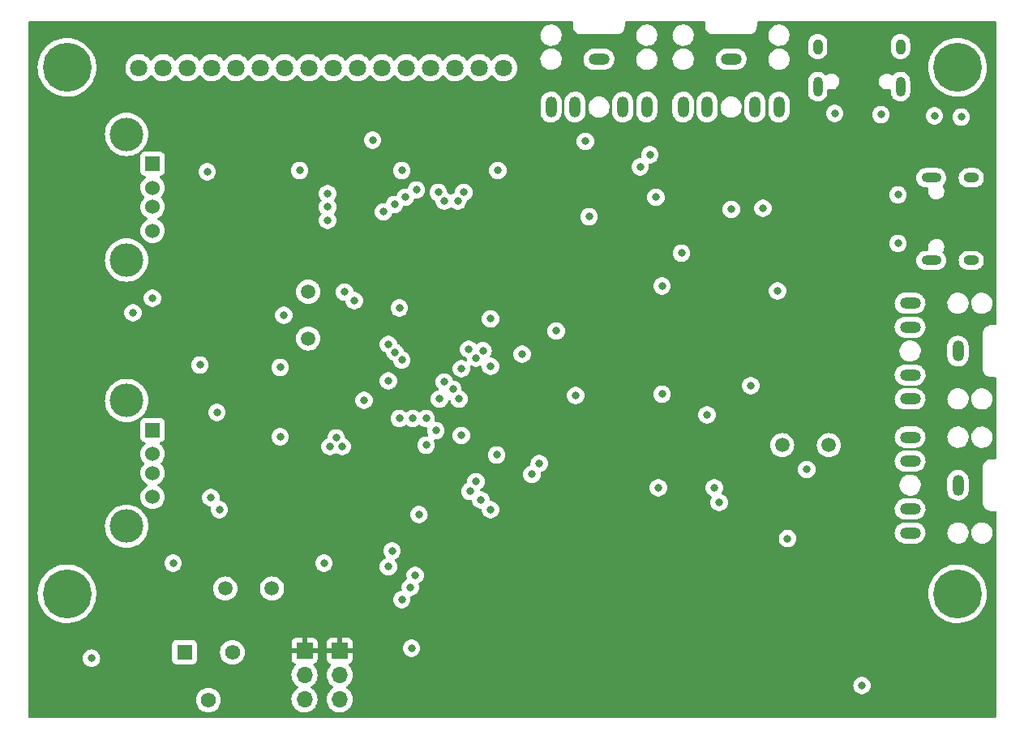
<source format=gbl>
%TF.GenerationSoftware,KiCad,Pcbnew,(6.0.5)*%
%TF.CreationDate,2023-10-27T13:21:37+02:00*%
%TF.ProjectId,Tape_Emulator,54617065-5f45-46d7-956c-61746f722e6b,rev?*%
%TF.SameCoordinates,Original*%
%TF.FileFunction,Copper,L4,Bot*%
%TF.FilePolarity,Positive*%
%FSLAX46Y46*%
G04 Gerber Fmt 4.6, Leading zero omitted, Abs format (unit mm)*
G04 Created by KiCad (PCBNEW (6.0.5)) date 2023-10-27 13:21:37*
%MOMM*%
%LPD*%
G01*
G04 APERTURE LIST*
%TA.AperFunction,ComponentPad*%
%ADD10R,1.700000X1.700000*%
%TD*%
%TA.AperFunction,ComponentPad*%
%ADD11O,1.700000X1.700000*%
%TD*%
%TA.AperFunction,ComponentPad*%
%ADD12R,1.560000X1.560000*%
%TD*%
%TA.AperFunction,ComponentPad*%
%ADD13C,1.560000*%
%TD*%
%TA.AperFunction,ComponentPad*%
%ADD14C,1.500000*%
%TD*%
%TA.AperFunction,ComponentPad*%
%ADD15R,1.524000X1.524000*%
%TD*%
%TA.AperFunction,ComponentPad*%
%ADD16C,1.524000*%
%TD*%
%TA.AperFunction,ComponentPad*%
%ADD17C,3.500000*%
%TD*%
%TA.AperFunction,ComponentPad*%
%ADD18O,1.000000X2.100000*%
%TD*%
%TA.AperFunction,ComponentPad*%
%ADD19O,1.000000X1.600000*%
%TD*%
%TA.AperFunction,ComponentPad*%
%ADD20O,2.100000X1.000000*%
%TD*%
%TA.AperFunction,ComponentPad*%
%ADD21O,1.600000X1.000000*%
%TD*%
%TA.AperFunction,ComponentPad*%
%ADD22O,1.200000X2.200000*%
%TD*%
%TA.AperFunction,ComponentPad*%
%ADD23O,2.200000X1.200000*%
%TD*%
%TA.AperFunction,ComponentPad*%
%ADD24C,1.800000*%
%TD*%
%TA.AperFunction,ComponentPad*%
%ADD25C,5.100000*%
%TD*%
%TA.AperFunction,ViaPad*%
%ADD26C,0.800000*%
%TD*%
G04 APERTURE END LIST*
D10*
%TO.P,J10,1,Pin_1*%
%TO.N,+3V3*%
X100457000Y-117109000D03*
D11*
%TO.P,J10,2,Pin_2*%
%TO.N,/BOOT1*%
X100457000Y-119649000D03*
%TO.P,J10,3,Pin_3*%
%TO.N,GND*%
X100457000Y-122189000D03*
%TD*%
D12*
%TO.P,RV1,1,1*%
%TO.N,GND*%
X87924000Y-117267000D03*
D13*
%TO.P,RV1,2,2*%
%TO.N,Net-(DS1-Pad3)*%
X90424000Y-122267000D03*
%TO.P,RV1,3,3*%
%TO.N,+5V*%
X92924000Y-117267000D03*
%TD*%
D14*
%TO.P,Y1,1,1*%
%TO.N,Net-(C4-Pad1)*%
X100838000Y-79592000D03*
%TO.P,Y1,2,2*%
%TO.N,Net-(C5-Pad1)*%
X100838000Y-84472000D03*
%TD*%
D15*
%TO.P,J5,1,VBUS*%
%TO.N,+5V*%
X84594500Y-66223000D03*
D16*
%TO.P,J5,2,D-*%
%TO.N,/USB2DM*%
X84594500Y-68723000D03*
%TO.P,J5,3,D+*%
%TO.N,/USB2DP*%
X84594500Y-70723000D03*
%TO.P,J5,4,GND*%
%TO.N,GND*%
X84594500Y-73223000D03*
D17*
%TO.P,J5,5,Shield*%
X81884500Y-76293000D03*
X81884500Y-63153000D03*
%TD*%
D18*
%TO.P,J7,S1,SHIELD*%
%TO.N,GND*%
X162691000Y-58166000D03*
X154051000Y-58166000D03*
D19*
X162691000Y-53986000D03*
X154051000Y-53986000D03*
%TD*%
D20*
%TO.P,J8,S1,SHIELD*%
%TO.N,GND*%
X165907000Y-76329000D03*
D21*
X170087000Y-67689000D03*
D20*
X165907000Y-67689000D03*
D21*
X170087000Y-76329000D03*
%TD*%
D22*
%TO.P,J2,R*%
%TO.N,unconnected-(J2-PadR)*%
X150000000Y-60300000D03*
%TO.P,J2,RN*%
%TO.N,unconnected-(J2-PadRN)*%
X147500000Y-60300000D03*
D23*
%TO.P,J2,S*%
%TO.N,GND*%
X145000000Y-55300000D03*
D22*
%TO.P,J2,T*%
%TO.N,/LINE_IN*%
X140000000Y-60300000D03*
%TO.P,J2,TN*%
%TO.N,unconnected-(J2-PadTN)*%
X142500000Y-60300000D03*
%TD*%
D10*
%TO.P,J9,1,Pin_1*%
%TO.N,+3V3*%
X104140000Y-117109000D03*
D11*
%TO.P,J9,2,Pin_2*%
%TO.N,/BOOT0*%
X104140000Y-119649000D03*
%TO.P,J9,3,Pin_3*%
%TO.N,GND*%
X104140000Y-122189000D03*
%TD*%
D14*
%TO.P,Y3,1,1*%
%TO.N,Net-(C14-Pad1)*%
X97065000Y-110617000D03*
%TO.P,Y3,2,2*%
%TO.N,Net-(C15-Pad2)*%
X92185000Y-110617000D03*
%TD*%
D23*
%TO.P,J3,R*%
%TO.N,unconnected-(J3-PadR)*%
X163700000Y-90800000D03*
%TO.P,J3,RN*%
%TO.N,unconnected-(J3-PadRN)*%
X163700000Y-88300000D03*
D22*
%TO.P,J3,S*%
%TO.N,GND*%
X168700000Y-85800000D03*
D23*
%TO.P,J3,T*%
%TO.N,Net-(C9-Pad2)*%
X163700000Y-80800000D03*
%TO.P,J3,TN*%
%TO.N,unconnected-(J3-PadTN)*%
X163700000Y-83300000D03*
%TD*%
D22*
%TO.P,J1,R*%
%TO.N,unconnected-(J1-PadR)*%
X136200000Y-60300000D03*
%TO.P,J1,RN*%
%TO.N,unconnected-(J1-PadRN)*%
X133700000Y-60300000D03*
D23*
%TO.P,J1,S*%
%TO.N,GND*%
X131200000Y-55300000D03*
D22*
%TO.P,J1,T*%
%TO.N,/MIC_IN*%
X126200000Y-60300000D03*
%TO.P,J1,TN*%
%TO.N,unconnected-(J1-PadTN)*%
X128700000Y-60300000D03*
%TD*%
D15*
%TO.P,J6,1,VBUS*%
%TO.N,+5V*%
X84594500Y-94036000D03*
D16*
%TO.P,J6,2,D-*%
%TO.N,/USBFDM*%
X84594500Y-96536000D03*
%TO.P,J6,3,D+*%
%TO.N,/USBFDP*%
X84594500Y-98536000D03*
%TO.P,J6,4,GND*%
%TO.N,GND*%
X84594500Y-101036000D03*
D17*
%TO.P,J6,5,Shield*%
X81884500Y-104106000D03*
X81884500Y-90966000D03*
%TD*%
D23*
%TO.P,J4,R*%
%TO.N,unconnected-(J4-PadR)*%
X163700000Y-104800000D03*
%TO.P,J4,RN*%
%TO.N,unconnected-(J4-PadRN)*%
X163700000Y-102300000D03*
D22*
%TO.P,J4,S*%
%TO.N,GND*%
X168700000Y-99800000D03*
D23*
%TO.P,J4,T*%
%TO.N,Net-(C10-Pad2)*%
X163700000Y-94800000D03*
%TO.P,J4,TN*%
%TO.N,unconnected-(J4-PadTN)*%
X163700000Y-97300000D03*
%TD*%
D14*
%TO.P,Y2,1,1*%
%TO.N,Net-(C11-Pad1)*%
X150331000Y-95631000D03*
%TO.P,Y2,2,2*%
%TO.N,Net-(C12-Pad2)*%
X155211000Y-95631000D03*
%TD*%
D24*
%TO.P,DS1,1,VSS*%
%TO.N,GND*%
X83157000Y-56192000D03*
%TO.P,DS1,2,VDD*%
%TO.N,+5V*%
X85697000Y-56192000D03*
%TO.P,DS1,3,V0*%
%TO.N,Net-(DS1-Pad3)*%
X88237000Y-56192000D03*
%TO.P,DS1,4,RS*%
%TO.N,/DISP_RS*%
X90777000Y-56192000D03*
%TO.P,DS1,5,R/W*%
%TO.N,/DISP_RW*%
X93317000Y-56192000D03*
%TO.P,DS1,6,E*%
%TO.N,/DISP_E*%
X95857000Y-56192000D03*
%TO.P,DS1,7,DB0*%
%TO.N,/DISP_D0*%
X98397000Y-56192000D03*
%TO.P,DS1,8,DB1*%
%TO.N,/DISP_D1*%
X100937000Y-56192000D03*
%TO.P,DS1,9,DB2*%
%TO.N,/DISP_D2*%
X103477000Y-56192000D03*
%TO.P,DS1,10,DB3*%
%TO.N,/DISP_D3*%
X106017000Y-56192000D03*
%TO.P,DS1,11,DB4*%
%TO.N,/DISP_D4*%
X108557000Y-56192000D03*
%TO.P,DS1,12,DB5*%
%TO.N,/DISP_D5*%
X111097000Y-56192000D03*
%TO.P,DS1,13,DB6*%
%TO.N,/DISP_D6*%
X113637000Y-56192000D03*
%TO.P,DS1,14,DB7*%
%TO.N,/DISP_D7*%
X116177000Y-56192000D03*
%TO.P,DS1,15,A*%
%TO.N,+5V*%
X118717000Y-56192000D03*
%TO.P,DS1,16,K*%
%TO.N,GND*%
X121257000Y-56192000D03*
D25*
%TO.P,DS1,MH1,MH1*%
X75657000Y-56152000D03*
%TO.P,DS1,MH2,MH2*%
X168657000Y-56152000D03*
%TO.P,DS1,MH3,MH3*%
X168657000Y-111152000D03*
%TO.P,DS1,MH4,MH4*%
X75657000Y-111152000D03*
%TD*%
D26*
%TO.N,/BOOT0*%
X116840000Y-87630000D03*
%TO.N,/BOOT1*%
X113157000Y-95631000D03*
%TO.N,/SW0*%
X109220000Y-85090000D03*
X111506000Y-110490000D03*
%TO.N,/SW1*%
X112014000Y-109220000D03*
X109901424Y-85921636D03*
%TO.N,/SW2*%
X104648000Y-79629000D03*
X109220000Y-108331000D03*
%TO.N,/SW3*%
X109601000Y-106680000D03*
X105664000Y-80518000D03*
%TO.N,/~RESET*%
X109220000Y-88900000D03*
X110617000Y-111760000D03*
%TO.N,/LED*%
X111633000Y-116840000D03*
X116840000Y-94615000D03*
%TO.N,+5V*%
X143256000Y-100076000D03*
X84582000Y-80264000D03*
X143764000Y-101600000D03*
X135509000Y-66548000D03*
X129794000Y-63881000D03*
X162433000Y-74549000D03*
X155829000Y-60960000D03*
X107569000Y-63754000D03*
X162433000Y-69469000D03*
X160655000Y-61087000D03*
X82550000Y-81788000D03*
%TO.N,GND*%
X91313000Y-92202000D03*
X78207000Y-117881000D03*
X169037000Y-61341000D03*
X166243000Y-61214000D03*
X137414000Y-100076000D03*
X89535000Y-87249000D03*
X126746000Y-83693000D03*
X136525000Y-65278000D03*
X110363000Y-81280000D03*
X86741000Y-107950000D03*
X147066000Y-89408000D03*
X137160000Y-69723000D03*
X120523000Y-96647000D03*
X98298000Y-82042000D03*
X150899500Y-105386500D03*
X152908000Y-98171000D03*
X120650000Y-66929000D03*
X149860000Y-79502000D03*
X106680000Y-90932000D03*
X139827000Y-75565000D03*
X128778000Y-90424000D03*
X130175000Y-71755000D03*
X102489000Y-107950000D03*
X99949000Y-66929000D03*
X148336000Y-70866000D03*
X158667511Y-120732489D03*
X110617000Y-66929000D03*
X90297000Y-67056000D03*
%TO.N,+3V3*%
X154495500Y-79692500D03*
X76454000Y-83058000D03*
X133096000Y-93726000D03*
X157734000Y-112776000D03*
X96393000Y-93599000D03*
X99504500Y-61912500D03*
X148336000Y-112776000D03*
X122174000Y-112522000D03*
X135956000Y-71882000D03*
X120205500Y-61785500D03*
X128270000Y-112522000D03*
X87503000Y-86741000D03*
X110363000Y-83312000D03*
X122174000Y-83693000D03*
X148336000Y-66167000D03*
X116332000Y-64135000D03*
X147574000Y-85090000D03*
X107061000Y-59690000D03*
X122428000Y-96520000D03*
X76454000Y-84074000D03*
X86741000Y-94742000D03*
X127000000Y-93980000D03*
X106680000Y-92964000D03*
%TO.N,/SHAPED_B*%
X142494000Y-92456000D03*
X145034000Y-70993000D03*
%TO.N,/SHAPED_A*%
X137795000Y-78994000D03*
X137795000Y-90297000D03*
%TO.N,/TAPE_OUT*%
X112410286Y-102870000D03*
X110617000Y-86741000D03*
%TO.N,/CH376_INT*%
X123190000Y-86106000D03*
X124973845Y-97536000D03*
%TO.N,/CH376_RST*%
X119888000Y-82423000D03*
X124206000Y-98678989D03*
%TO.N,/CH376_CS*%
X119888000Y-102362000D03*
X119888000Y-87376000D03*
%TO.N,/CH376_SCK*%
X118872000Y-101346000D03*
X119100438Y-85754301D03*
%TO.N,/CH376_MISO*%
X118364011Y-86536115D03*
X118364000Y-99441000D03*
%TO.N,/CH376_MOSI*%
X117594500Y-85598000D03*
X117729000Y-100457000D03*
%TO.N,/USBFDM*%
X91567000Y-102362000D03*
%TO.N,/USBFDP*%
X90678000Y-101092000D03*
%TO.N,/SHIFT_RS*%
X102870000Y-72136000D03*
X103124000Y-95758000D03*
%TO.N,/SHIFT_RW*%
X103759000Y-94869000D03*
X102870000Y-70739000D03*
%TO.N,/SHIFT_E*%
X104394000Y-95758000D03*
X102870000Y-69342000D03*
%TO.N,/SHIFT_D0*%
X110363000Y-92837000D03*
X108712000Y-71247000D03*
%TO.N,/SHIFT_D1*%
X111760000Y-92837000D03*
X109855000Y-70485000D03*
%TO.N,/SHIFT_D2*%
X110998000Y-69723000D03*
X113157000Y-92837000D03*
%TO.N,/SHIFT_D3*%
X112141000Y-68961000D03*
X114173000Y-94107000D03*
%TO.N,/SHIFT_D4*%
X114427000Y-69215000D03*
X114554000Y-90805000D03*
%TO.N,/SHIFT_D5*%
X115062000Y-89027000D03*
X115062000Y-70104000D03*
%TO.N,/SHIFT_D6*%
X116459000Y-70104000D03*
X115951000Y-89789000D03*
%TO.N,/SHIFT_D7*%
X116593500Y-90805000D03*
X117094000Y-69215000D03*
%TO.N,Net-(R22-Pad1)*%
X97917000Y-94742000D03*
X97917000Y-87503000D03*
%TD*%
%TA.AperFunction,Conductor*%
%TO.N,+3V3*%
G36*
X128433621Y-51328502D02*
G01*
X128480114Y-51382158D01*
X128491500Y-51434500D01*
X128491500Y-51750633D01*
X128490000Y-51770018D01*
X128487690Y-51784851D01*
X128487690Y-51784855D01*
X128486309Y-51793724D01*
X128487130Y-51800000D01*
X128487104Y-51800000D01*
X128487461Y-51803625D01*
X128487461Y-51803630D01*
X128493303Y-51862942D01*
X128504645Y-51978097D01*
X128556594Y-52149350D01*
X128559510Y-52154805D01*
X128559511Y-52154808D01*
X128610589Y-52250368D01*
X128640955Y-52307178D01*
X128754485Y-52445515D01*
X128892822Y-52559045D01*
X128898285Y-52561965D01*
X129045192Y-52640489D01*
X129045195Y-52640490D01*
X129050650Y-52643406D01*
X129221903Y-52695355D01*
X129355677Y-52708531D01*
X129364217Y-52709668D01*
X129374835Y-52711454D01*
X129382656Y-52712770D01*
X129382658Y-52712770D01*
X129387448Y-52713576D01*
X129393724Y-52713652D01*
X129395140Y-52713670D01*
X129395143Y-52713670D01*
X129400000Y-52713729D01*
X129427624Y-52709773D01*
X129445486Y-52708500D01*
X132946750Y-52708500D01*
X132967655Y-52710246D01*
X132982656Y-52712770D01*
X132982659Y-52712770D01*
X132987448Y-52713576D01*
X132993724Y-52713652D01*
X132995141Y-52713670D01*
X132995144Y-52713670D01*
X133000000Y-52713729D01*
X133015890Y-52711453D01*
X133021394Y-52710789D01*
X133125690Y-52700517D01*
X133178097Y-52695355D01*
X133349350Y-52643406D01*
X133354805Y-52640490D01*
X133354808Y-52640489D01*
X133501715Y-52561965D01*
X133507178Y-52559045D01*
X133645515Y-52445515D01*
X133759045Y-52307178D01*
X133789411Y-52250368D01*
X133840489Y-52154808D01*
X133840490Y-52154805D01*
X133843406Y-52149350D01*
X133895355Y-51978097D01*
X133908531Y-51844323D01*
X133909669Y-51835773D01*
X133912770Y-51817344D01*
X133912770Y-51817342D01*
X133913576Y-51812552D01*
X133913729Y-51800000D01*
X133909773Y-51772376D01*
X133908500Y-51754514D01*
X133908500Y-51434500D01*
X133928502Y-51366379D01*
X133982158Y-51319886D01*
X134034500Y-51308500D01*
X142165500Y-51308500D01*
X142233621Y-51328502D01*
X142280114Y-51382158D01*
X142291500Y-51434500D01*
X142291500Y-51750633D01*
X142290000Y-51770018D01*
X142287690Y-51784851D01*
X142287690Y-51784855D01*
X142286309Y-51793724D01*
X142287130Y-51800000D01*
X142287104Y-51800000D01*
X142287461Y-51803625D01*
X142287461Y-51803630D01*
X142293303Y-51862942D01*
X142304645Y-51978097D01*
X142356594Y-52149350D01*
X142359510Y-52154805D01*
X142359511Y-52154808D01*
X142410589Y-52250368D01*
X142440955Y-52307178D01*
X142554485Y-52445515D01*
X142692822Y-52559045D01*
X142698285Y-52561965D01*
X142845192Y-52640489D01*
X142845195Y-52640490D01*
X142850650Y-52643406D01*
X143021903Y-52695355D01*
X143155677Y-52708531D01*
X143164217Y-52709668D01*
X143174835Y-52711454D01*
X143182656Y-52712770D01*
X143182658Y-52712770D01*
X143187448Y-52713576D01*
X143193724Y-52713652D01*
X143195140Y-52713670D01*
X143195143Y-52713670D01*
X143200000Y-52713729D01*
X143227624Y-52709773D01*
X143245486Y-52708500D01*
X146746750Y-52708500D01*
X146767655Y-52710246D01*
X146782656Y-52712770D01*
X146782659Y-52712770D01*
X146787448Y-52713576D01*
X146793724Y-52713652D01*
X146795141Y-52713670D01*
X146795144Y-52713670D01*
X146800000Y-52713729D01*
X146815890Y-52711453D01*
X146821394Y-52710789D01*
X146925690Y-52700517D01*
X146978097Y-52695355D01*
X147149350Y-52643406D01*
X147154805Y-52640490D01*
X147154808Y-52640489D01*
X147301715Y-52561965D01*
X147307178Y-52559045D01*
X147445515Y-52445515D01*
X147559045Y-52307178D01*
X147589411Y-52250368D01*
X147640489Y-52154808D01*
X147640490Y-52154805D01*
X147643406Y-52149350D01*
X147695355Y-51978097D01*
X147708531Y-51844323D01*
X147709669Y-51835773D01*
X147712770Y-51817344D01*
X147712770Y-51817342D01*
X147713576Y-51812552D01*
X147713729Y-51800000D01*
X147709773Y-51772376D01*
X147708500Y-51754514D01*
X147708500Y-51434500D01*
X147728502Y-51366379D01*
X147782158Y-51319886D01*
X147834500Y-51308500D01*
X172565500Y-51308500D01*
X172633621Y-51328502D01*
X172680114Y-51382158D01*
X172691500Y-51434500D01*
X172691500Y-82965500D01*
X172671498Y-83033621D01*
X172617842Y-83080114D01*
X172565500Y-83091500D01*
X172253250Y-83091500D01*
X172232345Y-83089754D01*
X172217344Y-83087230D01*
X172217341Y-83087230D01*
X172212552Y-83086424D01*
X172206276Y-83086347D01*
X172204859Y-83086330D01*
X172204856Y-83086330D01*
X172200000Y-83086271D01*
X172184110Y-83088547D01*
X172178606Y-83089211D01*
X172074310Y-83099483D01*
X172021903Y-83104645D01*
X171850650Y-83156594D01*
X171845195Y-83159510D01*
X171845192Y-83159511D01*
X171750291Y-83210237D01*
X171692822Y-83240955D01*
X171554485Y-83354485D01*
X171440955Y-83492822D01*
X171438035Y-83498285D01*
X171361807Y-83640898D01*
X171356594Y-83650650D01*
X171304645Y-83821903D01*
X171299281Y-83876365D01*
X171290504Y-83965482D01*
X171289611Y-83972519D01*
X171286309Y-83993724D01*
X171287115Y-83999888D01*
X171287104Y-84000000D01*
X171287130Y-84000000D01*
X171288803Y-84012796D01*
X171288803Y-84012797D01*
X171290436Y-84025283D01*
X171291500Y-84041620D01*
X171291500Y-87550633D01*
X171290000Y-87570018D01*
X171287690Y-87584851D01*
X171287690Y-87584855D01*
X171286309Y-87593724D01*
X171287130Y-87600000D01*
X171287104Y-87600000D01*
X171287461Y-87603625D01*
X171287461Y-87603630D01*
X171296875Y-87699206D01*
X171304645Y-87778097D01*
X171356594Y-87949350D01*
X171359510Y-87954805D01*
X171359511Y-87954808D01*
X171406228Y-88042208D01*
X171440955Y-88107178D01*
X171444886Y-88111968D01*
X171482833Y-88158206D01*
X171554485Y-88245515D01*
X171692822Y-88359045D01*
X171698285Y-88361965D01*
X171845192Y-88440489D01*
X171845195Y-88440490D01*
X171850650Y-88443406D01*
X172021903Y-88495355D01*
X172155677Y-88508531D01*
X172164217Y-88509668D01*
X172176010Y-88511652D01*
X172182656Y-88512770D01*
X172182658Y-88512770D01*
X172187448Y-88513576D01*
X172193724Y-88513653D01*
X172195140Y-88513670D01*
X172195143Y-88513670D01*
X172200000Y-88513729D01*
X172227624Y-88509773D01*
X172245486Y-88508500D01*
X172565500Y-88508500D01*
X172633621Y-88528502D01*
X172680114Y-88582158D01*
X172691500Y-88634500D01*
X172691500Y-96965500D01*
X172671498Y-97033621D01*
X172617842Y-97080114D01*
X172565500Y-97091500D01*
X172253250Y-97091500D01*
X172232345Y-97089754D01*
X172217344Y-97087230D01*
X172217341Y-97087230D01*
X172212552Y-97086424D01*
X172206276Y-97086348D01*
X172204859Y-97086330D01*
X172204856Y-97086330D01*
X172200000Y-97086271D01*
X172184110Y-97088547D01*
X172178606Y-97089211D01*
X172074310Y-97099483D01*
X172021903Y-97104645D01*
X171850650Y-97156594D01*
X171845195Y-97159510D01*
X171845192Y-97159511D01*
X171712836Y-97230258D01*
X171692822Y-97240955D01*
X171688032Y-97244886D01*
X171595342Y-97320955D01*
X171554485Y-97354485D01*
X171440955Y-97492822D01*
X171438035Y-97498285D01*
X171361807Y-97640898D01*
X171356594Y-97650650D01*
X171304645Y-97821903D01*
X171293239Y-97937713D01*
X171290504Y-97965482D01*
X171289611Y-97972519D01*
X171286309Y-97993724D01*
X171287115Y-97999888D01*
X171287104Y-98000000D01*
X171287130Y-98000000D01*
X171288803Y-98012796D01*
X171288803Y-98012797D01*
X171290436Y-98025283D01*
X171291500Y-98041620D01*
X171291500Y-101550633D01*
X171290000Y-101570018D01*
X171287690Y-101584851D01*
X171287690Y-101584855D01*
X171286309Y-101593724D01*
X171287130Y-101600000D01*
X171287104Y-101600000D01*
X171287461Y-101603625D01*
X171287461Y-101603630D01*
X171298063Y-101711271D01*
X171304645Y-101778097D01*
X171356594Y-101949350D01*
X171359510Y-101954805D01*
X171359511Y-101954808D01*
X171430258Y-102087164D01*
X171440955Y-102107178D01*
X171554485Y-102245515D01*
X171559270Y-102249442D01*
X171634125Y-102310874D01*
X171692822Y-102359045D01*
X171698285Y-102361965D01*
X171845192Y-102440489D01*
X171845195Y-102440490D01*
X171850650Y-102443406D01*
X172021903Y-102495355D01*
X172155677Y-102508531D01*
X172164217Y-102509668D01*
X172176010Y-102511652D01*
X172182656Y-102512770D01*
X172182658Y-102512770D01*
X172187448Y-102513576D01*
X172193724Y-102513653D01*
X172195140Y-102513670D01*
X172195143Y-102513670D01*
X172200000Y-102513729D01*
X172227624Y-102509773D01*
X172245486Y-102508500D01*
X172565500Y-102508500D01*
X172633621Y-102528502D01*
X172680114Y-102582158D01*
X172691500Y-102634500D01*
X172691500Y-123965500D01*
X172671498Y-124033621D01*
X172617842Y-124080114D01*
X172565500Y-124091500D01*
X71734500Y-124091500D01*
X71666379Y-124071498D01*
X71619886Y-124017842D01*
X71608500Y-123965500D01*
X71608500Y-122267000D01*
X89130578Y-122267000D01*
X89150228Y-122491600D01*
X89151652Y-122496913D01*
X89151652Y-122496915D01*
X89203607Y-122690811D01*
X89208581Y-122709376D01*
X89210903Y-122714357D01*
X89210904Y-122714358D01*
X89293310Y-122891077D01*
X89303864Y-122913711D01*
X89433181Y-123098396D01*
X89592604Y-123257819D01*
X89777289Y-123387136D01*
X89782267Y-123389457D01*
X89782270Y-123389459D01*
X89848154Y-123420181D01*
X89981624Y-123482419D01*
X89986932Y-123483841D01*
X89986934Y-123483842D01*
X90194085Y-123539348D01*
X90194087Y-123539348D01*
X90199400Y-123540772D01*
X90424000Y-123560422D01*
X90648600Y-123540772D01*
X90653913Y-123539348D01*
X90653915Y-123539348D01*
X90861066Y-123483842D01*
X90861068Y-123483841D01*
X90866376Y-123482419D01*
X90999846Y-123420181D01*
X91065730Y-123389459D01*
X91065733Y-123389457D01*
X91070711Y-123387136D01*
X91255396Y-123257819D01*
X91414819Y-123098396D01*
X91544136Y-122913711D01*
X91554691Y-122891077D01*
X91637096Y-122714358D01*
X91637097Y-122714357D01*
X91639419Y-122709376D01*
X91644394Y-122690811D01*
X91696348Y-122496915D01*
X91696348Y-122496913D01*
X91697772Y-122491600D01*
X91717422Y-122267000D01*
X91707684Y-122155695D01*
X99094251Y-122155695D01*
X99094548Y-122160848D01*
X99094548Y-122160851D01*
X99100011Y-122255590D01*
X99107110Y-122378715D01*
X99108247Y-122383761D01*
X99108248Y-122383767D01*
X99128119Y-122471939D01*
X99156222Y-122596639D01*
X99240266Y-122803616D01*
X99356987Y-122994088D01*
X99503250Y-123162938D01*
X99675126Y-123305632D01*
X99868000Y-123418338D01*
X100076692Y-123498030D01*
X100081760Y-123499061D01*
X100081763Y-123499062D01*
X100189017Y-123520883D01*
X100295597Y-123542567D01*
X100300772Y-123542757D01*
X100300774Y-123542757D01*
X100513673Y-123550564D01*
X100513677Y-123550564D01*
X100518837Y-123550753D01*
X100523957Y-123550097D01*
X100523959Y-123550097D01*
X100735288Y-123523025D01*
X100735289Y-123523025D01*
X100740416Y-123522368D01*
X100745366Y-123520883D01*
X100949429Y-123459661D01*
X100949434Y-123459659D01*
X100954384Y-123458174D01*
X101154994Y-123359896D01*
X101336860Y-123230173D01*
X101495096Y-123072489D01*
X101554594Y-122989689D01*
X101622435Y-122895277D01*
X101625453Y-122891077D01*
X101712793Y-122714358D01*
X101722136Y-122695453D01*
X101722137Y-122695451D01*
X101724430Y-122690811D01*
X101789370Y-122477069D01*
X101818529Y-122255590D01*
X101820156Y-122189000D01*
X101817418Y-122155695D01*
X102777251Y-122155695D01*
X102777548Y-122160848D01*
X102777548Y-122160851D01*
X102783011Y-122255590D01*
X102790110Y-122378715D01*
X102791247Y-122383761D01*
X102791248Y-122383767D01*
X102811119Y-122471939D01*
X102839222Y-122596639D01*
X102923266Y-122803616D01*
X103039987Y-122994088D01*
X103186250Y-123162938D01*
X103358126Y-123305632D01*
X103551000Y-123418338D01*
X103759692Y-123498030D01*
X103764760Y-123499061D01*
X103764763Y-123499062D01*
X103872017Y-123520883D01*
X103978597Y-123542567D01*
X103983772Y-123542757D01*
X103983774Y-123542757D01*
X104196673Y-123550564D01*
X104196677Y-123550564D01*
X104201837Y-123550753D01*
X104206957Y-123550097D01*
X104206959Y-123550097D01*
X104418288Y-123523025D01*
X104418289Y-123523025D01*
X104423416Y-123522368D01*
X104428366Y-123520883D01*
X104632429Y-123459661D01*
X104632434Y-123459659D01*
X104637384Y-123458174D01*
X104837994Y-123359896D01*
X105019860Y-123230173D01*
X105178096Y-123072489D01*
X105237594Y-122989689D01*
X105305435Y-122895277D01*
X105308453Y-122891077D01*
X105395793Y-122714358D01*
X105405136Y-122695453D01*
X105405137Y-122695451D01*
X105407430Y-122690811D01*
X105472370Y-122477069D01*
X105501529Y-122255590D01*
X105503156Y-122189000D01*
X105484852Y-121966361D01*
X105430431Y-121749702D01*
X105341354Y-121544840D01*
X105220014Y-121357277D01*
X105069670Y-121192051D01*
X105065619Y-121188852D01*
X105065615Y-121188848D01*
X104898414Y-121056800D01*
X104898410Y-121056798D01*
X104894359Y-121053598D01*
X104853053Y-121030796D01*
X104803084Y-120980364D01*
X104788312Y-120910921D01*
X104813428Y-120844516D01*
X104840780Y-120817909D01*
X104884603Y-120786650D01*
X104960535Y-120732489D01*
X157754007Y-120732489D01*
X157773969Y-120922417D01*
X157832984Y-121104045D01*
X157928471Y-121269433D01*
X157932889Y-121274340D01*
X157932890Y-121274341D01*
X157984030Y-121331138D01*
X158056258Y-121411355D01*
X158210759Y-121523607D01*
X158216787Y-121526291D01*
X158216789Y-121526292D01*
X158258449Y-121544840D01*
X158385223Y-121601283D01*
X158474639Y-121620289D01*
X158565567Y-121639617D01*
X158565572Y-121639617D01*
X158572024Y-121640989D01*
X158762998Y-121640989D01*
X158769450Y-121639617D01*
X158769455Y-121639617D01*
X158860383Y-121620289D01*
X158949799Y-121601283D01*
X159076573Y-121544840D01*
X159118233Y-121526292D01*
X159118235Y-121526291D01*
X159124263Y-121523607D01*
X159278764Y-121411355D01*
X159350992Y-121331138D01*
X159402132Y-121274341D01*
X159402133Y-121274340D01*
X159406551Y-121269433D01*
X159502038Y-121104045D01*
X159561053Y-120922417D01*
X159581015Y-120732489D01*
X159576883Y-120693171D01*
X159561743Y-120549124D01*
X159561743Y-120549122D01*
X159561053Y-120542561D01*
X159502038Y-120360933D01*
X159406551Y-120195545D01*
X159366273Y-120150811D01*
X159283186Y-120058534D01*
X159283185Y-120058533D01*
X159278764Y-120053623D01*
X159124263Y-119941371D01*
X159118235Y-119938687D01*
X159118233Y-119938686D01*
X158955830Y-119866380D01*
X158955829Y-119866380D01*
X158949799Y-119863695D01*
X158856046Y-119843767D01*
X158769455Y-119825361D01*
X158769450Y-119825361D01*
X158762998Y-119823989D01*
X158572024Y-119823989D01*
X158565572Y-119825361D01*
X158565567Y-119825361D01*
X158478976Y-119843767D01*
X158385223Y-119863695D01*
X158379193Y-119866380D01*
X158379192Y-119866380D01*
X158216789Y-119938686D01*
X158216787Y-119938687D01*
X158210759Y-119941371D01*
X158056258Y-120053623D01*
X158051837Y-120058533D01*
X158051836Y-120058534D01*
X157968750Y-120150811D01*
X157928471Y-120195545D01*
X157832984Y-120360933D01*
X157773969Y-120542561D01*
X157773279Y-120549122D01*
X157773279Y-120549124D01*
X157758139Y-120693171D01*
X157754007Y-120732489D01*
X104960535Y-120732489D01*
X105019860Y-120690173D01*
X105178096Y-120532489D01*
X105237594Y-120449689D01*
X105305435Y-120355277D01*
X105308453Y-120351077D01*
X105407430Y-120150811D01*
X105472370Y-119937069D01*
X105501529Y-119715590D01*
X105503156Y-119649000D01*
X105484852Y-119426361D01*
X105430431Y-119209702D01*
X105341354Y-119004840D01*
X105220014Y-118817277D01*
X105216540Y-118813459D01*
X105216533Y-118813450D01*
X105072435Y-118655088D01*
X105041383Y-118591242D01*
X105049779Y-118520744D01*
X105094956Y-118465976D01*
X105121400Y-118452307D01*
X105228052Y-118412325D01*
X105243649Y-118403786D01*
X105345724Y-118327285D01*
X105358285Y-118314724D01*
X105434786Y-118212649D01*
X105443324Y-118197054D01*
X105488478Y-118076606D01*
X105492105Y-118061351D01*
X105497631Y-118010486D01*
X105498000Y-118003672D01*
X105498000Y-117381115D01*
X105493525Y-117365876D01*
X105492135Y-117364671D01*
X105484452Y-117363000D01*
X102800116Y-117363000D01*
X102784877Y-117367475D01*
X102783672Y-117368865D01*
X102782001Y-117376548D01*
X102782001Y-118003669D01*
X102782371Y-118010490D01*
X102787895Y-118061352D01*
X102791521Y-118076604D01*
X102836676Y-118197054D01*
X102845214Y-118212649D01*
X102921715Y-118314724D01*
X102934276Y-118327285D01*
X103036351Y-118403786D01*
X103051946Y-118412324D01*
X103160827Y-118453142D01*
X103217591Y-118495784D01*
X103242291Y-118562345D01*
X103227083Y-118631694D01*
X103207691Y-118658175D01*
X103198076Y-118668237D01*
X103080629Y-118791138D01*
X102954743Y-118975680D01*
X102860688Y-119178305D01*
X102800989Y-119393570D01*
X102777251Y-119615695D01*
X102777548Y-119620848D01*
X102777548Y-119620851D01*
X102783011Y-119715590D01*
X102790110Y-119838715D01*
X102791247Y-119843761D01*
X102791248Y-119843767D01*
X102811119Y-119931939D01*
X102839222Y-120056639D01*
X102923266Y-120263616D01*
X103039987Y-120454088D01*
X103186250Y-120622938D01*
X103358126Y-120765632D01*
X103428595Y-120806811D01*
X103431445Y-120808476D01*
X103480169Y-120860114D01*
X103493240Y-120929897D01*
X103466509Y-120995669D01*
X103426055Y-121029027D01*
X103413607Y-121035507D01*
X103409474Y-121038610D01*
X103409471Y-121038612D01*
X103314700Y-121109768D01*
X103234965Y-121169635D01*
X103231393Y-121173373D01*
X103134906Y-121274341D01*
X103080629Y-121331138D01*
X102954743Y-121515680D01*
X102860688Y-121718305D01*
X102800989Y-121933570D01*
X102777251Y-122155695D01*
X101817418Y-122155695D01*
X101801852Y-121966361D01*
X101747431Y-121749702D01*
X101658354Y-121544840D01*
X101537014Y-121357277D01*
X101386670Y-121192051D01*
X101382619Y-121188852D01*
X101382615Y-121188848D01*
X101215414Y-121056800D01*
X101215410Y-121056798D01*
X101211359Y-121053598D01*
X101170053Y-121030796D01*
X101120084Y-120980364D01*
X101105312Y-120910921D01*
X101130428Y-120844516D01*
X101157780Y-120817909D01*
X101201603Y-120786650D01*
X101336860Y-120690173D01*
X101495096Y-120532489D01*
X101554594Y-120449689D01*
X101622435Y-120355277D01*
X101625453Y-120351077D01*
X101724430Y-120150811D01*
X101789370Y-119937069D01*
X101818529Y-119715590D01*
X101820156Y-119649000D01*
X101801852Y-119426361D01*
X101747431Y-119209702D01*
X101658354Y-119004840D01*
X101537014Y-118817277D01*
X101533540Y-118813459D01*
X101533533Y-118813450D01*
X101389435Y-118655088D01*
X101358383Y-118591242D01*
X101366779Y-118520744D01*
X101411956Y-118465976D01*
X101438400Y-118452307D01*
X101545052Y-118412325D01*
X101560649Y-118403786D01*
X101662724Y-118327285D01*
X101675285Y-118314724D01*
X101751786Y-118212649D01*
X101760324Y-118197054D01*
X101805478Y-118076606D01*
X101809105Y-118061351D01*
X101814631Y-118010486D01*
X101815000Y-118003672D01*
X101815000Y-117381115D01*
X101810525Y-117365876D01*
X101809135Y-117364671D01*
X101801452Y-117363000D01*
X99117116Y-117363000D01*
X99101877Y-117367475D01*
X99100672Y-117368865D01*
X99099001Y-117376548D01*
X99099001Y-118003669D01*
X99099371Y-118010490D01*
X99104895Y-118061352D01*
X99108521Y-118076604D01*
X99153676Y-118197054D01*
X99162214Y-118212649D01*
X99238715Y-118314724D01*
X99251276Y-118327285D01*
X99353351Y-118403786D01*
X99368946Y-118412324D01*
X99477827Y-118453142D01*
X99534591Y-118495784D01*
X99559291Y-118562345D01*
X99544083Y-118631694D01*
X99524691Y-118658175D01*
X99515076Y-118668237D01*
X99397629Y-118791138D01*
X99271743Y-118975680D01*
X99177688Y-119178305D01*
X99117989Y-119393570D01*
X99094251Y-119615695D01*
X99094548Y-119620848D01*
X99094548Y-119620851D01*
X99100011Y-119715590D01*
X99107110Y-119838715D01*
X99108247Y-119843761D01*
X99108248Y-119843767D01*
X99128119Y-119931939D01*
X99156222Y-120056639D01*
X99240266Y-120263616D01*
X99356987Y-120454088D01*
X99503250Y-120622938D01*
X99675126Y-120765632D01*
X99745595Y-120806811D01*
X99748445Y-120808476D01*
X99797169Y-120860114D01*
X99810240Y-120929897D01*
X99783509Y-120995669D01*
X99743055Y-121029027D01*
X99730607Y-121035507D01*
X99726474Y-121038610D01*
X99726471Y-121038612D01*
X99631700Y-121109768D01*
X99551965Y-121169635D01*
X99548393Y-121173373D01*
X99451906Y-121274341D01*
X99397629Y-121331138D01*
X99271743Y-121515680D01*
X99177688Y-121718305D01*
X99117989Y-121933570D01*
X99094251Y-122155695D01*
X91707684Y-122155695D01*
X91697772Y-122042400D01*
X91678780Y-121971522D01*
X91640842Y-121829934D01*
X91640841Y-121829932D01*
X91639419Y-121824624D01*
X91602268Y-121744954D01*
X91546459Y-121625270D01*
X91546457Y-121625267D01*
X91544136Y-121620289D01*
X91414819Y-121435604D01*
X91255396Y-121276181D01*
X91070711Y-121146864D01*
X91065733Y-121144543D01*
X91065730Y-121144541D01*
X90871358Y-121053904D01*
X90871357Y-121053903D01*
X90866376Y-121051581D01*
X90861068Y-121050159D01*
X90861066Y-121050158D01*
X90653915Y-120994652D01*
X90653913Y-120994652D01*
X90648600Y-120993228D01*
X90424000Y-120973578D01*
X90199400Y-120993228D01*
X90194087Y-120994652D01*
X90194085Y-120994652D01*
X89986934Y-121050158D01*
X89986932Y-121050159D01*
X89981624Y-121051581D01*
X89976643Y-121053903D01*
X89976642Y-121053904D01*
X89782270Y-121144541D01*
X89782267Y-121144543D01*
X89777289Y-121146864D01*
X89592604Y-121276181D01*
X89433181Y-121435604D01*
X89303864Y-121620289D01*
X89301543Y-121625267D01*
X89301541Y-121625270D01*
X89245732Y-121744954D01*
X89208581Y-121824624D01*
X89207159Y-121829932D01*
X89207158Y-121829934D01*
X89169220Y-121971522D01*
X89150228Y-122042400D01*
X89130578Y-122267000D01*
X71608500Y-122267000D01*
X71608500Y-117881000D01*
X77293496Y-117881000D01*
X77294186Y-117887565D01*
X77312452Y-118061352D01*
X77313458Y-118070928D01*
X77372473Y-118252556D01*
X77467960Y-118417944D01*
X77472378Y-118422851D01*
X77472379Y-118422852D01*
X77586502Y-118549598D01*
X77595747Y-118559866D01*
X77750248Y-118672118D01*
X77756276Y-118674802D01*
X77756278Y-118674803D01*
X77918681Y-118747109D01*
X77924712Y-118749794D01*
X78018113Y-118769647D01*
X78105056Y-118788128D01*
X78105061Y-118788128D01*
X78111513Y-118789500D01*
X78302487Y-118789500D01*
X78308939Y-118788128D01*
X78308944Y-118788128D01*
X78395887Y-118769647D01*
X78489288Y-118749794D01*
X78495319Y-118747109D01*
X78657722Y-118674803D01*
X78657724Y-118674802D01*
X78663752Y-118672118D01*
X78818253Y-118559866D01*
X78827498Y-118549598D01*
X78941621Y-118422852D01*
X78941622Y-118422851D01*
X78946040Y-118417944D01*
X79041527Y-118252556D01*
X79092677Y-118095134D01*
X86635500Y-118095134D01*
X86642255Y-118157316D01*
X86693385Y-118293705D01*
X86780739Y-118410261D01*
X86897295Y-118497615D01*
X87033684Y-118548745D01*
X87095866Y-118555500D01*
X88752134Y-118555500D01*
X88814316Y-118548745D01*
X88950705Y-118497615D01*
X89067261Y-118410261D01*
X89154615Y-118293705D01*
X89205745Y-118157316D01*
X89212500Y-118095134D01*
X89212500Y-117267000D01*
X91630578Y-117267000D01*
X91650228Y-117491600D01*
X91708581Y-117709376D01*
X91710903Y-117714357D01*
X91710904Y-117714358D01*
X91788611Y-117881000D01*
X91803864Y-117913711D01*
X91933181Y-118098396D01*
X92092604Y-118257819D01*
X92277289Y-118387136D01*
X92282267Y-118389457D01*
X92282270Y-118389459D01*
X92418839Y-118453142D01*
X92481624Y-118482419D01*
X92486932Y-118483841D01*
X92486934Y-118483842D01*
X92694085Y-118539348D01*
X92694087Y-118539348D01*
X92699400Y-118540772D01*
X92924000Y-118560422D01*
X93148600Y-118540772D01*
X93153913Y-118539348D01*
X93153915Y-118539348D01*
X93361066Y-118483842D01*
X93361068Y-118483841D01*
X93366376Y-118482419D01*
X93429161Y-118453142D01*
X93565730Y-118389459D01*
X93565733Y-118389457D01*
X93570711Y-118387136D01*
X93755396Y-118257819D01*
X93914819Y-118098396D01*
X94044136Y-117913711D01*
X94059390Y-117881000D01*
X94137096Y-117714358D01*
X94137097Y-117714357D01*
X94139419Y-117709376D01*
X94197772Y-117491600D01*
X94217422Y-117267000D01*
X94197772Y-117042400D01*
X94147558Y-116855000D01*
X94142704Y-116836885D01*
X99099000Y-116836885D01*
X99103475Y-116852124D01*
X99104865Y-116853329D01*
X99112548Y-116855000D01*
X100184885Y-116855000D01*
X100200124Y-116850525D01*
X100201329Y-116849135D01*
X100203000Y-116841452D01*
X100203000Y-116836885D01*
X100711000Y-116836885D01*
X100715475Y-116852124D01*
X100716865Y-116853329D01*
X100724548Y-116855000D01*
X101796884Y-116855000D01*
X101812123Y-116850525D01*
X101813328Y-116849135D01*
X101814999Y-116841452D01*
X101814999Y-116836885D01*
X102782000Y-116836885D01*
X102786475Y-116852124D01*
X102787865Y-116853329D01*
X102795548Y-116855000D01*
X103867885Y-116855000D01*
X103883124Y-116850525D01*
X103884329Y-116849135D01*
X103886000Y-116841452D01*
X103886000Y-116836885D01*
X104394000Y-116836885D01*
X104398475Y-116852124D01*
X104399865Y-116853329D01*
X104407548Y-116855000D01*
X105479884Y-116855000D01*
X105495123Y-116850525D01*
X105496328Y-116849135D01*
X105497999Y-116841452D01*
X105497999Y-116840000D01*
X110719496Y-116840000D01*
X110720186Y-116846565D01*
X110737878Y-117014891D01*
X110739458Y-117029928D01*
X110798473Y-117211556D01*
X110893960Y-117376944D01*
X110898378Y-117381851D01*
X110898379Y-117381852D01*
X111001982Y-117496915D01*
X111021747Y-117518866D01*
X111176248Y-117631118D01*
X111182276Y-117633802D01*
X111182278Y-117633803D01*
X111344681Y-117706109D01*
X111350712Y-117708794D01*
X111444113Y-117728647D01*
X111531056Y-117747128D01*
X111531061Y-117747128D01*
X111537513Y-117748500D01*
X111728487Y-117748500D01*
X111734939Y-117747128D01*
X111734944Y-117747128D01*
X111821887Y-117728647D01*
X111915288Y-117708794D01*
X111921319Y-117706109D01*
X112083722Y-117633803D01*
X112083724Y-117633802D01*
X112089752Y-117631118D01*
X112244253Y-117518866D01*
X112264018Y-117496915D01*
X112367621Y-117381852D01*
X112367622Y-117381851D01*
X112372040Y-117376944D01*
X112467527Y-117211556D01*
X112526542Y-117029928D01*
X112528123Y-117014891D01*
X112545814Y-116846565D01*
X112546504Y-116840000D01*
X112526542Y-116650072D01*
X112467527Y-116468444D01*
X112372040Y-116303056D01*
X112323101Y-116248703D01*
X112248675Y-116166045D01*
X112248674Y-116166044D01*
X112244253Y-116161134D01*
X112089752Y-116048882D01*
X112083724Y-116046198D01*
X112083722Y-116046197D01*
X111921319Y-115973891D01*
X111921318Y-115973891D01*
X111915288Y-115971206D01*
X111821888Y-115951353D01*
X111734944Y-115932872D01*
X111734939Y-115932872D01*
X111728487Y-115931500D01*
X111537513Y-115931500D01*
X111531061Y-115932872D01*
X111531056Y-115932872D01*
X111444112Y-115951353D01*
X111350712Y-115971206D01*
X111344682Y-115973891D01*
X111344681Y-115973891D01*
X111182278Y-116046197D01*
X111182276Y-116046198D01*
X111176248Y-116048882D01*
X111021747Y-116161134D01*
X111017326Y-116166044D01*
X111017325Y-116166045D01*
X110942900Y-116248703D01*
X110893960Y-116303056D01*
X110798473Y-116468444D01*
X110739458Y-116650072D01*
X110719496Y-116840000D01*
X105497999Y-116840000D01*
X105497999Y-116214331D01*
X105497629Y-116207510D01*
X105492105Y-116156648D01*
X105488479Y-116141396D01*
X105443324Y-116020946D01*
X105434786Y-116005351D01*
X105358285Y-115903276D01*
X105345724Y-115890715D01*
X105243649Y-115814214D01*
X105228054Y-115805676D01*
X105107606Y-115760522D01*
X105092351Y-115756895D01*
X105041486Y-115751369D01*
X105034672Y-115751000D01*
X104412115Y-115751000D01*
X104396876Y-115755475D01*
X104395671Y-115756865D01*
X104394000Y-115764548D01*
X104394000Y-116836885D01*
X103886000Y-116836885D01*
X103886000Y-115769116D01*
X103881525Y-115753877D01*
X103880135Y-115752672D01*
X103872452Y-115751001D01*
X103245331Y-115751001D01*
X103238510Y-115751371D01*
X103187648Y-115756895D01*
X103172396Y-115760521D01*
X103051946Y-115805676D01*
X103036351Y-115814214D01*
X102934276Y-115890715D01*
X102921715Y-115903276D01*
X102845214Y-116005351D01*
X102836676Y-116020946D01*
X102791522Y-116141394D01*
X102787895Y-116156649D01*
X102782369Y-116207514D01*
X102782000Y-116214328D01*
X102782000Y-116836885D01*
X101814999Y-116836885D01*
X101814999Y-116214331D01*
X101814629Y-116207510D01*
X101809105Y-116156648D01*
X101805479Y-116141396D01*
X101760324Y-116020946D01*
X101751786Y-116005351D01*
X101675285Y-115903276D01*
X101662724Y-115890715D01*
X101560649Y-115814214D01*
X101545054Y-115805676D01*
X101424606Y-115760522D01*
X101409351Y-115756895D01*
X101358486Y-115751369D01*
X101351672Y-115751000D01*
X100729115Y-115751000D01*
X100713876Y-115755475D01*
X100712671Y-115756865D01*
X100711000Y-115764548D01*
X100711000Y-116836885D01*
X100203000Y-116836885D01*
X100203000Y-115769116D01*
X100198525Y-115753877D01*
X100197135Y-115752672D01*
X100189452Y-115751001D01*
X99562331Y-115751001D01*
X99555510Y-115751371D01*
X99504648Y-115756895D01*
X99489396Y-115760521D01*
X99368946Y-115805676D01*
X99353351Y-115814214D01*
X99251276Y-115890715D01*
X99238715Y-115903276D01*
X99162214Y-116005351D01*
X99153676Y-116020946D01*
X99108522Y-116141394D01*
X99104895Y-116156649D01*
X99099369Y-116207514D01*
X99099000Y-116214328D01*
X99099000Y-116836885D01*
X94142704Y-116836885D01*
X94140842Y-116829934D01*
X94140841Y-116829932D01*
X94139419Y-116824624D01*
X94137096Y-116819642D01*
X94046459Y-116625270D01*
X94046457Y-116625267D01*
X94044136Y-116620289D01*
X93914819Y-116435604D01*
X93755396Y-116276181D01*
X93570711Y-116146864D01*
X93565733Y-116144543D01*
X93565730Y-116144541D01*
X93371358Y-116053904D01*
X93371357Y-116053903D01*
X93366376Y-116051581D01*
X93361068Y-116050159D01*
X93361066Y-116050158D01*
X93153915Y-115994652D01*
X93153913Y-115994652D01*
X93148600Y-115993228D01*
X92924000Y-115973578D01*
X92699400Y-115993228D01*
X92694087Y-115994652D01*
X92694085Y-115994652D01*
X92486934Y-116050158D01*
X92486932Y-116050159D01*
X92481624Y-116051581D01*
X92476643Y-116053903D01*
X92476642Y-116053904D01*
X92282270Y-116144541D01*
X92282267Y-116144543D01*
X92277289Y-116146864D01*
X92092604Y-116276181D01*
X91933181Y-116435604D01*
X91803864Y-116620289D01*
X91801543Y-116625267D01*
X91801541Y-116625270D01*
X91710904Y-116819642D01*
X91708581Y-116824624D01*
X91707159Y-116829932D01*
X91707158Y-116829934D01*
X91700442Y-116855000D01*
X91650228Y-117042400D01*
X91630578Y-117267000D01*
X89212500Y-117267000D01*
X89212500Y-116438866D01*
X89205745Y-116376684D01*
X89154615Y-116240295D01*
X89067261Y-116123739D01*
X88950705Y-116036385D01*
X88814316Y-115985255D01*
X88752134Y-115978500D01*
X87095866Y-115978500D01*
X87033684Y-115985255D01*
X86897295Y-116036385D01*
X86780739Y-116123739D01*
X86693385Y-116240295D01*
X86642255Y-116376684D01*
X86635500Y-116438866D01*
X86635500Y-118095134D01*
X79092677Y-118095134D01*
X79100542Y-118070928D01*
X79101549Y-118061352D01*
X79119814Y-117887565D01*
X79120504Y-117881000D01*
X79106434Y-117747128D01*
X79101232Y-117697635D01*
X79101232Y-117697633D01*
X79100542Y-117691072D01*
X79041527Y-117509444D01*
X79034294Y-117496915D01*
X79004314Y-117444990D01*
X78946040Y-117344056D01*
X78818253Y-117202134D01*
X78663752Y-117089882D01*
X78657724Y-117087198D01*
X78657722Y-117087197D01*
X78495319Y-117014891D01*
X78495318Y-117014891D01*
X78489288Y-117012206D01*
X78395887Y-116992353D01*
X78308944Y-116973872D01*
X78308939Y-116973872D01*
X78302487Y-116972500D01*
X78111513Y-116972500D01*
X78105061Y-116973872D01*
X78105056Y-116973872D01*
X78018113Y-116992353D01*
X77924712Y-117012206D01*
X77918682Y-117014891D01*
X77918681Y-117014891D01*
X77756278Y-117087197D01*
X77756276Y-117087198D01*
X77750248Y-117089882D01*
X77595747Y-117202134D01*
X77467960Y-117344056D01*
X77409686Y-117444990D01*
X77379707Y-117496915D01*
X77372473Y-117509444D01*
X77313458Y-117691072D01*
X77312768Y-117697633D01*
X77312768Y-117697635D01*
X77307566Y-117747128D01*
X77293496Y-117881000D01*
X71608500Y-117881000D01*
X71608500Y-111109229D01*
X72593980Y-111109229D01*
X72608301Y-111450928D01*
X72627762Y-111576635D01*
X72655132Y-111753435D01*
X72660622Y-111788900D01*
X72750290Y-112118934D01*
X72876188Y-112436916D01*
X72877843Y-112440028D01*
X72877845Y-112440033D01*
X72964646Y-112603281D01*
X73036746Y-112738882D01*
X73038736Y-112741788D01*
X73038737Y-112741790D01*
X73227973Y-113018162D01*
X73227978Y-113018168D01*
X73229964Y-113021069D01*
X73453433Y-113279960D01*
X73704367Y-113512328D01*
X73979639Y-113715276D01*
X73982676Y-113717030D01*
X73982680Y-113717032D01*
X74100231Y-113784900D01*
X74275818Y-113886275D01*
X74402715Y-113941715D01*
X74585992Y-114021787D01*
X74585995Y-114021788D01*
X74589213Y-114023194D01*
X74592570Y-114024233D01*
X74592575Y-114024235D01*
X74728434Y-114066290D01*
X74915916Y-114124325D01*
X74919372Y-114124984D01*
X74919371Y-114124984D01*
X75248405Y-114187751D01*
X75248410Y-114187752D01*
X75251856Y-114188409D01*
X75476015Y-114205657D01*
X75589350Y-114214378D01*
X75589351Y-114214378D01*
X75592847Y-114214647D01*
X75805892Y-114207208D01*
X75931122Y-114202835D01*
X75931127Y-114202835D01*
X75934637Y-114202712D01*
X76103801Y-114177732D01*
X76269487Y-114153265D01*
X76269491Y-114153264D01*
X76272966Y-114152751D01*
X76276358Y-114151855D01*
X76276362Y-114151854D01*
X76600210Y-114066290D01*
X76600219Y-114066287D01*
X76603618Y-114065389D01*
X76922471Y-113941715D01*
X77225551Y-113783268D01*
X77509080Y-113592025D01*
X77769525Y-113370369D01*
X77771920Y-113367819D01*
X77771928Y-113367811D01*
X78001227Y-113123631D01*
X78001231Y-113123626D01*
X78003638Y-113121063D01*
X78005743Y-113118249D01*
X78005749Y-113118242D01*
X78206394Y-112850034D01*
X78208503Y-112847215D01*
X78272062Y-112738882D01*
X78379784Y-112555275D01*
X78379787Y-112555270D01*
X78381566Y-112552237D01*
X78430313Y-112442749D01*
X78519237Y-112243023D01*
X78519239Y-112243018D01*
X78520669Y-112239806D01*
X78624079Y-111913816D01*
X78690507Y-111578332D01*
X78692143Y-111558853D01*
X78718942Y-111239715D01*
X78718942Y-111239708D01*
X78719125Y-111237533D01*
X78719775Y-111190950D01*
X78720289Y-111154178D01*
X78720289Y-111154166D01*
X78720319Y-111152000D01*
X78714844Y-111054061D01*
X78705738Y-110891206D01*
X78701228Y-110810535D01*
X78668494Y-110617000D01*
X90921693Y-110617000D01*
X90940885Y-110836371D01*
X90997880Y-111049076D01*
X91041415Y-111142438D01*
X91088618Y-111243666D01*
X91088621Y-111243671D01*
X91090944Y-111248653D01*
X91094100Y-111253160D01*
X91094101Y-111253162D01*
X91196675Y-111399652D01*
X91217251Y-111429038D01*
X91372962Y-111584749D01*
X91553346Y-111711056D01*
X91752924Y-111804120D01*
X91965629Y-111861115D01*
X92185000Y-111880307D01*
X92404371Y-111861115D01*
X92617076Y-111804120D01*
X92816654Y-111711056D01*
X92997038Y-111584749D01*
X93152749Y-111429038D01*
X93173326Y-111399652D01*
X93275899Y-111253162D01*
X93275900Y-111253160D01*
X93279056Y-111248653D01*
X93281379Y-111243671D01*
X93281382Y-111243666D01*
X93328585Y-111142438D01*
X93372120Y-111049076D01*
X93429115Y-110836371D01*
X93448307Y-110617000D01*
X95801693Y-110617000D01*
X95820885Y-110836371D01*
X95877880Y-111049076D01*
X95921415Y-111142438D01*
X95968618Y-111243666D01*
X95968621Y-111243671D01*
X95970944Y-111248653D01*
X95974100Y-111253160D01*
X95974101Y-111253162D01*
X96076675Y-111399652D01*
X96097251Y-111429038D01*
X96252962Y-111584749D01*
X96433346Y-111711056D01*
X96632924Y-111804120D01*
X96845629Y-111861115D01*
X97065000Y-111880307D01*
X97284371Y-111861115D01*
X97497076Y-111804120D01*
X97591692Y-111760000D01*
X109703496Y-111760000D01*
X109704186Y-111766565D01*
X109719663Y-111913816D01*
X109723458Y-111949928D01*
X109782473Y-112131556D01*
X109877960Y-112296944D01*
X110005747Y-112438866D01*
X110160248Y-112551118D01*
X110166276Y-112553802D01*
X110166278Y-112553803D01*
X110328681Y-112626109D01*
X110334712Y-112628794D01*
X110428112Y-112648647D01*
X110515056Y-112667128D01*
X110515061Y-112667128D01*
X110521513Y-112668500D01*
X110712487Y-112668500D01*
X110718939Y-112667128D01*
X110718944Y-112667128D01*
X110805888Y-112648647D01*
X110899288Y-112628794D01*
X110905319Y-112626109D01*
X111067722Y-112553803D01*
X111067724Y-112553802D01*
X111073752Y-112551118D01*
X111228253Y-112438866D01*
X111356040Y-112296944D01*
X111451527Y-112131556D01*
X111510542Y-111949928D01*
X111514338Y-111913816D01*
X111529814Y-111766565D01*
X111530504Y-111760000D01*
X111511675Y-111580852D01*
X111511233Y-111576642D01*
X111511232Y-111576635D01*
X111510542Y-111570072D01*
X111507505Y-111560725D01*
X111507451Y-111558853D01*
X111507128Y-111557332D01*
X111507406Y-111557273D01*
X111505473Y-111489760D01*
X111542132Y-111428960D01*
X111601732Y-111399652D01*
X111601487Y-111398500D01*
X111788288Y-111358794D01*
X111794319Y-111356109D01*
X111956722Y-111283803D01*
X111956724Y-111283802D01*
X111962752Y-111281118D01*
X112117253Y-111168866D01*
X112170950Y-111109229D01*
X165593980Y-111109229D01*
X165608301Y-111450928D01*
X165627762Y-111576635D01*
X165655132Y-111753435D01*
X165660622Y-111788900D01*
X165750290Y-112118934D01*
X165876188Y-112436916D01*
X165877843Y-112440028D01*
X165877845Y-112440033D01*
X165964646Y-112603281D01*
X166036746Y-112738882D01*
X166038736Y-112741788D01*
X166038737Y-112741790D01*
X166227973Y-113018162D01*
X166227978Y-113018168D01*
X166229964Y-113021069D01*
X166453433Y-113279960D01*
X166704367Y-113512328D01*
X166979639Y-113715276D01*
X166982676Y-113717030D01*
X166982680Y-113717032D01*
X167100231Y-113784900D01*
X167275818Y-113886275D01*
X167402715Y-113941715D01*
X167585992Y-114021787D01*
X167585995Y-114021788D01*
X167589213Y-114023194D01*
X167592570Y-114024233D01*
X167592575Y-114024235D01*
X167728434Y-114066290D01*
X167915916Y-114124325D01*
X167919372Y-114124984D01*
X167919371Y-114124984D01*
X168248405Y-114187751D01*
X168248410Y-114187752D01*
X168251856Y-114188409D01*
X168476015Y-114205657D01*
X168589350Y-114214378D01*
X168589351Y-114214378D01*
X168592847Y-114214647D01*
X168805892Y-114207208D01*
X168931122Y-114202835D01*
X168931127Y-114202835D01*
X168934637Y-114202712D01*
X169103801Y-114177732D01*
X169269487Y-114153265D01*
X169269491Y-114153264D01*
X169272966Y-114152751D01*
X169276358Y-114151855D01*
X169276362Y-114151854D01*
X169600210Y-114066290D01*
X169600219Y-114066287D01*
X169603618Y-114065389D01*
X169922471Y-113941715D01*
X170225551Y-113783268D01*
X170509080Y-113592025D01*
X170769525Y-113370369D01*
X170771920Y-113367819D01*
X170771928Y-113367811D01*
X171001227Y-113123631D01*
X171001231Y-113123626D01*
X171003638Y-113121063D01*
X171005743Y-113118249D01*
X171005749Y-113118242D01*
X171206394Y-112850034D01*
X171208503Y-112847215D01*
X171272062Y-112738882D01*
X171379784Y-112555275D01*
X171379787Y-112555270D01*
X171381566Y-112552237D01*
X171430313Y-112442749D01*
X171519237Y-112243023D01*
X171519239Y-112243018D01*
X171520669Y-112239806D01*
X171624079Y-111913816D01*
X171690507Y-111578332D01*
X171692143Y-111558853D01*
X171718942Y-111239715D01*
X171718942Y-111239708D01*
X171719125Y-111237533D01*
X171719775Y-111190950D01*
X171720289Y-111154178D01*
X171720289Y-111154166D01*
X171720319Y-111152000D01*
X171714844Y-111054061D01*
X171705738Y-110891206D01*
X171701228Y-110810535D01*
X171644194Y-110473326D01*
X171632254Y-110431685D01*
X171550893Y-110147948D01*
X171550891Y-110147942D01*
X171549926Y-110144577D01*
X171548590Y-110141335D01*
X171420939Y-109831629D01*
X171420935Y-109831621D01*
X171419601Y-109828384D01*
X171254842Y-109528688D01*
X171131397Y-109353693D01*
X171059734Y-109252105D01*
X171059733Y-109252104D01*
X171057703Y-109249226D01*
X170830642Y-108993481D01*
X170691219Y-108867944D01*
X170579105Y-108766996D01*
X170579102Y-108766994D01*
X170576487Y-108764639D01*
X170497764Y-108708279D01*
X170301275Y-108567606D01*
X170301268Y-108567602D01*
X170298408Y-108565554D01*
X169999871Y-108398707D01*
X169684595Y-108266178D01*
X169641282Y-108253430D01*
X169548633Y-108226162D01*
X169356512Y-108169617D01*
X169353056Y-108169008D01*
X169353049Y-108169006D01*
X169023169Y-108110840D01*
X169023167Y-108110840D01*
X169019709Y-108110230D01*
X169016200Y-108110009D01*
X169016198Y-108110009D01*
X168681904Y-108088977D01*
X168681898Y-108088977D01*
X168678386Y-108088756D01*
X168580227Y-108093557D01*
X168340303Y-108105290D01*
X168340294Y-108105291D01*
X168336796Y-108105462D01*
X168333328Y-108106024D01*
X168333325Y-108106024D01*
X168002672Y-108159578D01*
X168002669Y-108159579D01*
X167999197Y-108160141D01*
X167995810Y-108161087D01*
X167995804Y-108161088D01*
X167673192Y-108251163D01*
X167669797Y-108252111D01*
X167666534Y-108253429D01*
X167666532Y-108253430D01*
X167424529Y-108351206D01*
X167352702Y-108380226D01*
X167051864Y-108542889D01*
X166771033Y-108738072D01*
X166768391Y-108740385D01*
X166768387Y-108740388D01*
X166629212Y-108862226D01*
X166513708Y-108963342D01*
X166511332Y-108965944D01*
X166511330Y-108965946D01*
X166434828Y-109049727D01*
X166283098Y-109215893D01*
X166082076Y-109492575D01*
X165913149Y-109789941D01*
X165845756Y-109947181D01*
X165818353Y-110011118D01*
X165778422Y-110104283D01*
X165765239Y-110147948D01*
X165688202Y-110403106D01*
X165679573Y-110431685D01*
X165670075Y-110483435D01*
X165631674Y-110692668D01*
X165617836Y-110768064D01*
X165593980Y-111109229D01*
X112170950Y-111109229D01*
X112196247Y-111081134D01*
X112240621Y-111031852D01*
X112240622Y-111031851D01*
X112245040Y-111026944D01*
X112340527Y-110861556D01*
X112399542Y-110679928D01*
X112405581Y-110622475D01*
X112418814Y-110496565D01*
X112419504Y-110490000D01*
X112409796Y-110397629D01*
X112400232Y-110306635D01*
X112400232Y-110306633D01*
X112399542Y-110300072D01*
X112361578Y-110183232D01*
X112359550Y-110112265D01*
X112396213Y-110051467D01*
X112430162Y-110029190D01*
X112442932Y-110023504D01*
X112464720Y-110013804D01*
X112464723Y-110013802D01*
X112470752Y-110011118D01*
X112625253Y-109898866D01*
X112629675Y-109893955D01*
X112748621Y-109761852D01*
X112748622Y-109761851D01*
X112753040Y-109756944D01*
X112817041Y-109646092D01*
X112845223Y-109597279D01*
X112845224Y-109597278D01*
X112848527Y-109591556D01*
X112907542Y-109409928D01*
X112911436Y-109372885D01*
X112926814Y-109226565D01*
X112927504Y-109220000D01*
X112926800Y-109213298D01*
X112908232Y-109036635D01*
X112908232Y-109036633D01*
X112907542Y-109030072D01*
X112848527Y-108848444D01*
X112753040Y-108683056D01*
X112707744Y-108632749D01*
X112629675Y-108546045D01*
X112629674Y-108546044D01*
X112625253Y-108541134D01*
X112470752Y-108428882D01*
X112464724Y-108426198D01*
X112464722Y-108426197D01*
X112302319Y-108353891D01*
X112302318Y-108353891D01*
X112296288Y-108351206D01*
X112183721Y-108327279D01*
X112115944Y-108312872D01*
X112115939Y-108312872D01*
X112109487Y-108311500D01*
X111918513Y-108311500D01*
X111912061Y-108312872D01*
X111912056Y-108312872D01*
X111844279Y-108327279D01*
X111731712Y-108351206D01*
X111725682Y-108353891D01*
X111725681Y-108353891D01*
X111563278Y-108426197D01*
X111563276Y-108426198D01*
X111557248Y-108428882D01*
X111402747Y-108541134D01*
X111398326Y-108546044D01*
X111398325Y-108546045D01*
X111320257Y-108632749D01*
X111274960Y-108683056D01*
X111179473Y-108848444D01*
X111120458Y-109030072D01*
X111119768Y-109036633D01*
X111119768Y-109036635D01*
X111101200Y-109213298D01*
X111100496Y-109220000D01*
X111101186Y-109226565D01*
X111116565Y-109372885D01*
X111120458Y-109409928D01*
X111126941Y-109429880D01*
X111158422Y-109526768D01*
X111160450Y-109597735D01*
X111123787Y-109658533D01*
X111089838Y-109680810D01*
X111077068Y-109686496D01*
X111055280Y-109696196D01*
X111055277Y-109696198D01*
X111049248Y-109698882D01*
X110894747Y-109811134D01*
X110890326Y-109816044D01*
X110890325Y-109816045D01*
X110812257Y-109902749D01*
X110766960Y-109953056D01*
X110735679Y-110007237D01*
X110694138Y-110079188D01*
X110671473Y-110118444D01*
X110612458Y-110300072D01*
X110611768Y-110306633D01*
X110611768Y-110306635D01*
X110602204Y-110397629D01*
X110592496Y-110490000D01*
X110593186Y-110496565D01*
X110606420Y-110622475D01*
X110612458Y-110679928D01*
X110615495Y-110689275D01*
X110615549Y-110691147D01*
X110615872Y-110692668D01*
X110615594Y-110692727D01*
X110617527Y-110760240D01*
X110580868Y-110821040D01*
X110521268Y-110850348D01*
X110521513Y-110851500D01*
X110334712Y-110891206D01*
X110328682Y-110893891D01*
X110328681Y-110893891D01*
X110166278Y-110966197D01*
X110166276Y-110966198D01*
X110160248Y-110968882D01*
X110005747Y-111081134D01*
X110001326Y-111086044D01*
X110001325Y-111086045D01*
X109923257Y-111172749D01*
X109877960Y-111223056D01*
X109782473Y-111388444D01*
X109723458Y-111570072D01*
X109703496Y-111760000D01*
X97591692Y-111760000D01*
X97696654Y-111711056D01*
X97877038Y-111584749D01*
X98032749Y-111429038D01*
X98053326Y-111399652D01*
X98155899Y-111253162D01*
X98155900Y-111253160D01*
X98159056Y-111248653D01*
X98161379Y-111243671D01*
X98161382Y-111243666D01*
X98208585Y-111142438D01*
X98252120Y-111049076D01*
X98309115Y-110836371D01*
X98328307Y-110617000D01*
X98309115Y-110397629D01*
X98252120Y-110184924D01*
X98172326Y-110013804D01*
X98161382Y-109990334D01*
X98161379Y-109990329D01*
X98159056Y-109985347D01*
X98155899Y-109980838D01*
X98035908Y-109809473D01*
X98035906Y-109809470D01*
X98032749Y-109804962D01*
X97877038Y-109649251D01*
X97696654Y-109522944D01*
X97497076Y-109429880D01*
X97284371Y-109372885D01*
X97065000Y-109353693D01*
X96845629Y-109372885D01*
X96632924Y-109429880D01*
X96539562Y-109473415D01*
X96438334Y-109520618D01*
X96438329Y-109520621D01*
X96433347Y-109522944D01*
X96428840Y-109526100D01*
X96428838Y-109526101D01*
X96257473Y-109646092D01*
X96257470Y-109646094D01*
X96252962Y-109649251D01*
X96097251Y-109804962D01*
X96094094Y-109809470D01*
X96094092Y-109809473D01*
X95974101Y-109980838D01*
X95970944Y-109985347D01*
X95968621Y-109990329D01*
X95968618Y-109990334D01*
X95957674Y-110013804D01*
X95877880Y-110184924D01*
X95820885Y-110397629D01*
X95801693Y-110617000D01*
X93448307Y-110617000D01*
X93429115Y-110397629D01*
X93372120Y-110184924D01*
X93292326Y-110013804D01*
X93281382Y-109990334D01*
X93281379Y-109990329D01*
X93279056Y-109985347D01*
X93275899Y-109980838D01*
X93155908Y-109809473D01*
X93155906Y-109809470D01*
X93152749Y-109804962D01*
X92997038Y-109649251D01*
X92816654Y-109522944D01*
X92617076Y-109429880D01*
X92404371Y-109372885D01*
X92185000Y-109353693D01*
X91965629Y-109372885D01*
X91752924Y-109429880D01*
X91659562Y-109473415D01*
X91558334Y-109520618D01*
X91558329Y-109520621D01*
X91553347Y-109522944D01*
X91548840Y-109526100D01*
X91548838Y-109526101D01*
X91377473Y-109646092D01*
X91377470Y-109646094D01*
X91372962Y-109649251D01*
X91217251Y-109804962D01*
X91214094Y-109809470D01*
X91214092Y-109809473D01*
X91094101Y-109980838D01*
X91090944Y-109985347D01*
X91088621Y-109990329D01*
X91088618Y-109990334D01*
X91077674Y-110013804D01*
X90997880Y-110184924D01*
X90940885Y-110397629D01*
X90921693Y-110617000D01*
X78668494Y-110617000D01*
X78644194Y-110473326D01*
X78632254Y-110431685D01*
X78550893Y-110147948D01*
X78550891Y-110147942D01*
X78549926Y-110144577D01*
X78548590Y-110141335D01*
X78420939Y-109831629D01*
X78420935Y-109831621D01*
X78419601Y-109828384D01*
X78254842Y-109528688D01*
X78131397Y-109353693D01*
X78059734Y-109252105D01*
X78059733Y-109252104D01*
X78057703Y-109249226D01*
X77830642Y-108993481D01*
X77691219Y-108867944D01*
X77579105Y-108766996D01*
X77579102Y-108766994D01*
X77576487Y-108764639D01*
X77497764Y-108708279D01*
X77301275Y-108567606D01*
X77301268Y-108567602D01*
X77298408Y-108565554D01*
X76999871Y-108398707D01*
X76684595Y-108266178D01*
X76641282Y-108253430D01*
X76548633Y-108226162D01*
X76356512Y-108169617D01*
X76353056Y-108169008D01*
X76353049Y-108169006D01*
X76023169Y-108110840D01*
X76023167Y-108110840D01*
X76019709Y-108110230D01*
X76016200Y-108110009D01*
X76016198Y-108110009D01*
X75681904Y-108088977D01*
X75681898Y-108088977D01*
X75678386Y-108088756D01*
X75580227Y-108093557D01*
X75340303Y-108105290D01*
X75340294Y-108105291D01*
X75336796Y-108105462D01*
X75333328Y-108106024D01*
X75333325Y-108106024D01*
X75002672Y-108159578D01*
X75002669Y-108159579D01*
X74999197Y-108160141D01*
X74995810Y-108161087D01*
X74995804Y-108161088D01*
X74673192Y-108251163D01*
X74669797Y-108252111D01*
X74666534Y-108253429D01*
X74666532Y-108253430D01*
X74424529Y-108351206D01*
X74352702Y-108380226D01*
X74051864Y-108542889D01*
X73771033Y-108738072D01*
X73768391Y-108740385D01*
X73768387Y-108740388D01*
X73629212Y-108862226D01*
X73513708Y-108963342D01*
X73511332Y-108965944D01*
X73511330Y-108965946D01*
X73434828Y-109049727D01*
X73283098Y-109215893D01*
X73082076Y-109492575D01*
X72913149Y-109789941D01*
X72845756Y-109947181D01*
X72818353Y-110011118D01*
X72778422Y-110104283D01*
X72765239Y-110147948D01*
X72688202Y-110403106D01*
X72679573Y-110431685D01*
X72670075Y-110483435D01*
X72631674Y-110692668D01*
X72617836Y-110768064D01*
X72593980Y-111109229D01*
X71608500Y-111109229D01*
X71608500Y-107950000D01*
X85827496Y-107950000D01*
X85828186Y-107956565D01*
X85844337Y-108110230D01*
X85847458Y-108139928D01*
X85906473Y-108321556D01*
X85909776Y-108327278D01*
X85909777Y-108327279D01*
X85915716Y-108337565D01*
X86001960Y-108486944D01*
X86006378Y-108491851D01*
X86006379Y-108491852D01*
X86050753Y-108541134D01*
X86129747Y-108628866D01*
X86284248Y-108741118D01*
X86290276Y-108743802D01*
X86290278Y-108743803D01*
X86332475Y-108762590D01*
X86458712Y-108818794D01*
X86552113Y-108838647D01*
X86639056Y-108857128D01*
X86639061Y-108857128D01*
X86645513Y-108858500D01*
X86836487Y-108858500D01*
X86842939Y-108857128D01*
X86842944Y-108857128D01*
X86929887Y-108838647D01*
X87023288Y-108818794D01*
X87149525Y-108762590D01*
X87191722Y-108743803D01*
X87191724Y-108743802D01*
X87197752Y-108741118D01*
X87352253Y-108628866D01*
X87431247Y-108541134D01*
X87475621Y-108491852D01*
X87475622Y-108491851D01*
X87480040Y-108486944D01*
X87566284Y-108337565D01*
X87572223Y-108327279D01*
X87572224Y-108327278D01*
X87575527Y-108321556D01*
X87634542Y-108139928D01*
X87637664Y-108110230D01*
X87653814Y-107956565D01*
X87654504Y-107950000D01*
X101575496Y-107950000D01*
X101576186Y-107956565D01*
X101592337Y-108110230D01*
X101595458Y-108139928D01*
X101654473Y-108321556D01*
X101657776Y-108327278D01*
X101657777Y-108327279D01*
X101663716Y-108337565D01*
X101749960Y-108486944D01*
X101754378Y-108491851D01*
X101754379Y-108491852D01*
X101798753Y-108541134D01*
X101877747Y-108628866D01*
X102032248Y-108741118D01*
X102038276Y-108743802D01*
X102038278Y-108743803D01*
X102080475Y-108762590D01*
X102206712Y-108818794D01*
X102300113Y-108838647D01*
X102387056Y-108857128D01*
X102387061Y-108857128D01*
X102393513Y-108858500D01*
X102584487Y-108858500D01*
X102590939Y-108857128D01*
X102590944Y-108857128D01*
X102677887Y-108838647D01*
X102771288Y-108818794D01*
X102897525Y-108762590D01*
X102939722Y-108743803D01*
X102939724Y-108743802D01*
X102945752Y-108741118D01*
X103100253Y-108628866D01*
X103179247Y-108541134D01*
X103223621Y-108491852D01*
X103223622Y-108491851D01*
X103228040Y-108486944D01*
X103314284Y-108337565D01*
X103318075Y-108331000D01*
X108306496Y-108331000D01*
X108307186Y-108337565D01*
X108317192Y-108432763D01*
X108326458Y-108520928D01*
X108385473Y-108702556D01*
X108480960Y-108867944D01*
X108608747Y-109009866D01*
X108763248Y-109122118D01*
X108769276Y-109124802D01*
X108769278Y-109124803D01*
X108931681Y-109197109D01*
X108937712Y-109199794D01*
X109026841Y-109218739D01*
X109118056Y-109238128D01*
X109118061Y-109238128D01*
X109124513Y-109239500D01*
X109315487Y-109239500D01*
X109321939Y-109238128D01*
X109321944Y-109238128D01*
X109413159Y-109218739D01*
X109502288Y-109199794D01*
X109508319Y-109197109D01*
X109670722Y-109124803D01*
X109670724Y-109124802D01*
X109676752Y-109122118D01*
X109831253Y-109009866D01*
X109959040Y-108867944D01*
X110054527Y-108702556D01*
X110113542Y-108520928D01*
X110122809Y-108432763D01*
X110132814Y-108337565D01*
X110133504Y-108331000D01*
X110131599Y-108312872D01*
X110114232Y-108147635D01*
X110114232Y-108147633D01*
X110113542Y-108141072D01*
X110054527Y-107959444D01*
X110049075Y-107950000D01*
X109962341Y-107799774D01*
X109959040Y-107794056D01*
X109895766Y-107723783D01*
X109865048Y-107659776D01*
X109873813Y-107589322D01*
X109919276Y-107534791D01*
X109938154Y-107524366D01*
X110051719Y-107473805D01*
X110051726Y-107473801D01*
X110057752Y-107471118D01*
X110070019Y-107462206D01*
X110144422Y-107408148D01*
X110212253Y-107358866D01*
X110291247Y-107271134D01*
X110335621Y-107221852D01*
X110335622Y-107221851D01*
X110340040Y-107216944D01*
X110435527Y-107051556D01*
X110494542Y-106869928D01*
X110514504Y-106680000D01*
X110494542Y-106490072D01*
X110435527Y-106308444D01*
X110426163Y-106292224D01*
X110371219Y-106197059D01*
X110340040Y-106143056D01*
X110212253Y-106001134D01*
X110084663Y-105908434D01*
X110063094Y-105892763D01*
X110063093Y-105892762D01*
X110057752Y-105888882D01*
X110051724Y-105886198D01*
X110051722Y-105886197D01*
X109889319Y-105813891D01*
X109889318Y-105813891D01*
X109883288Y-105811206D01*
X109761726Y-105785367D01*
X109702944Y-105772872D01*
X109702939Y-105772872D01*
X109696487Y-105771500D01*
X109505513Y-105771500D01*
X109499061Y-105772872D01*
X109499056Y-105772872D01*
X109440274Y-105785367D01*
X109318712Y-105811206D01*
X109312682Y-105813891D01*
X109312681Y-105813891D01*
X109150278Y-105886197D01*
X109150276Y-105886198D01*
X109144248Y-105888882D01*
X109138907Y-105892762D01*
X109138906Y-105892763D01*
X109117337Y-105908434D01*
X108989747Y-106001134D01*
X108861960Y-106143056D01*
X108830781Y-106197059D01*
X108775838Y-106292224D01*
X108766473Y-106308444D01*
X108707458Y-106490072D01*
X108687496Y-106680000D01*
X108707458Y-106869928D01*
X108766473Y-107051556D01*
X108861960Y-107216944D01*
X108866378Y-107221851D01*
X108866379Y-107221852D01*
X108925234Y-107287217D01*
X108955952Y-107351224D01*
X108947187Y-107421678D01*
X108901724Y-107476209D01*
X108882846Y-107486634D01*
X108769281Y-107537195D01*
X108769274Y-107537199D01*
X108763248Y-107539882D01*
X108757907Y-107543762D01*
X108757906Y-107543763D01*
X108718049Y-107572721D01*
X108608747Y-107652134D01*
X108480960Y-107794056D01*
X108477659Y-107799774D01*
X108390926Y-107950000D01*
X108385473Y-107959444D01*
X108326458Y-108141072D01*
X108325768Y-108147633D01*
X108325768Y-108147635D01*
X108308401Y-108312872D01*
X108306496Y-108331000D01*
X103318075Y-108331000D01*
X103320223Y-108327279D01*
X103320224Y-108327278D01*
X103323527Y-108321556D01*
X103382542Y-108139928D01*
X103385664Y-108110230D01*
X103401814Y-107956565D01*
X103402504Y-107950000D01*
X103382542Y-107760072D01*
X103323527Y-107578444D01*
X103228040Y-107413056D01*
X103182744Y-107362749D01*
X103104675Y-107276045D01*
X103104674Y-107276044D01*
X103100253Y-107271134D01*
X102945752Y-107158882D01*
X102939724Y-107156198D01*
X102939722Y-107156197D01*
X102777319Y-107083891D01*
X102777318Y-107083891D01*
X102771288Y-107081206D01*
X102658721Y-107057279D01*
X102590944Y-107042872D01*
X102590939Y-107042872D01*
X102584487Y-107041500D01*
X102393513Y-107041500D01*
X102387061Y-107042872D01*
X102387056Y-107042872D01*
X102319279Y-107057279D01*
X102206712Y-107081206D01*
X102200682Y-107083891D01*
X102200681Y-107083891D01*
X102038278Y-107156197D01*
X102038276Y-107156198D01*
X102032248Y-107158882D01*
X101877747Y-107271134D01*
X101873326Y-107276044D01*
X101873325Y-107276045D01*
X101795257Y-107362749D01*
X101749960Y-107413056D01*
X101654473Y-107578444D01*
X101595458Y-107760072D01*
X101575496Y-107950000D01*
X87654504Y-107950000D01*
X87634542Y-107760072D01*
X87575527Y-107578444D01*
X87480040Y-107413056D01*
X87434744Y-107362749D01*
X87356675Y-107276045D01*
X87356674Y-107276044D01*
X87352253Y-107271134D01*
X87197752Y-107158882D01*
X87191724Y-107156198D01*
X87191722Y-107156197D01*
X87029319Y-107083891D01*
X87029318Y-107083891D01*
X87023288Y-107081206D01*
X86910721Y-107057279D01*
X86842944Y-107042872D01*
X86842939Y-107042872D01*
X86836487Y-107041500D01*
X86645513Y-107041500D01*
X86639061Y-107042872D01*
X86639056Y-107042872D01*
X86571279Y-107057279D01*
X86458712Y-107081206D01*
X86452682Y-107083891D01*
X86452681Y-107083891D01*
X86290278Y-107156197D01*
X86290276Y-107156198D01*
X86284248Y-107158882D01*
X86129747Y-107271134D01*
X86125326Y-107276044D01*
X86125325Y-107276045D01*
X86047257Y-107362749D01*
X86001960Y-107413056D01*
X85906473Y-107578444D01*
X85847458Y-107760072D01*
X85827496Y-107950000D01*
X71608500Y-107950000D01*
X71608500Y-104106000D01*
X79621154Y-104106000D01*
X79621424Y-104110119D01*
X79636259Y-104336454D01*
X79640517Y-104401426D01*
X79641319Y-104405459D01*
X79641320Y-104405465D01*
X79689781Y-104649091D01*
X79698276Y-104691797D01*
X79699603Y-104695706D01*
X79699604Y-104695710D01*
X79750162Y-104844648D01*
X79793441Y-104972145D01*
X79855352Y-105097687D01*
X79907353Y-105203135D01*
X79924385Y-105237673D01*
X79926679Y-105241106D01*
X79999194Y-105349632D01*
X80088867Y-105483838D01*
X80091581Y-105486932D01*
X80091585Y-105486938D01*
X80196348Y-105606396D01*
X80284073Y-105706427D01*
X80287162Y-105709136D01*
X80503562Y-105898915D01*
X80503568Y-105898919D01*
X80506662Y-105901633D01*
X80510088Y-105903922D01*
X80510093Y-105903926D01*
X80655576Y-106001134D01*
X80752827Y-106066115D01*
X80756526Y-106067939D01*
X80756531Y-106067942D01*
X80892813Y-106135148D01*
X81018355Y-106197059D01*
X81022260Y-106198384D01*
X81022261Y-106198385D01*
X81294790Y-106290896D01*
X81294794Y-106290897D01*
X81298703Y-106292224D01*
X81302747Y-106293028D01*
X81302753Y-106293030D01*
X81585035Y-106349180D01*
X81585041Y-106349181D01*
X81589074Y-106349983D01*
X81593179Y-106350252D01*
X81593186Y-106350253D01*
X81880381Y-106369076D01*
X81884500Y-106369346D01*
X81888619Y-106369076D01*
X82175814Y-106350253D01*
X82175821Y-106350252D01*
X82179926Y-106349983D01*
X82183959Y-106349181D01*
X82183965Y-106349180D01*
X82466247Y-106293030D01*
X82466253Y-106293028D01*
X82470297Y-106292224D01*
X82474206Y-106290897D01*
X82474210Y-106290896D01*
X82746739Y-106198385D01*
X82746740Y-106198384D01*
X82750645Y-106197059D01*
X82876187Y-106135148D01*
X83012469Y-106067942D01*
X83012474Y-106067939D01*
X83016173Y-106066115D01*
X83113424Y-106001134D01*
X83258907Y-105903926D01*
X83258912Y-105903922D01*
X83262338Y-105901633D01*
X83265432Y-105898919D01*
X83265438Y-105898915D01*
X83481838Y-105709136D01*
X83484927Y-105706427D01*
X83572652Y-105606396D01*
X83677415Y-105486938D01*
X83677419Y-105486932D01*
X83680133Y-105483838D01*
X83745172Y-105386500D01*
X149985996Y-105386500D01*
X149986686Y-105393065D01*
X150001263Y-105531753D01*
X150005958Y-105576428D01*
X150064973Y-105758056D01*
X150160460Y-105923444D01*
X150288247Y-106065366D01*
X150442748Y-106177618D01*
X150448776Y-106180302D01*
X150448778Y-106180303D01*
X150611181Y-106252609D01*
X150617212Y-106255294D01*
X150710613Y-106275147D01*
X150797556Y-106293628D01*
X150797561Y-106293628D01*
X150804013Y-106295000D01*
X150994987Y-106295000D01*
X151001439Y-106293628D01*
X151001444Y-106293628D01*
X151088387Y-106275147D01*
X151181788Y-106255294D01*
X151187819Y-106252609D01*
X151350222Y-106180303D01*
X151350224Y-106180302D01*
X151356252Y-106177618D01*
X151510753Y-106065366D01*
X151638540Y-105923444D01*
X151734027Y-105758056D01*
X151793042Y-105576428D01*
X151797738Y-105531753D01*
X151812314Y-105393065D01*
X151813004Y-105386500D01*
X151800081Y-105263546D01*
X151793732Y-105203135D01*
X151793732Y-105203133D01*
X151793042Y-105196572D01*
X151734027Y-105014944D01*
X151638540Y-104849556D01*
X151544941Y-104745604D01*
X162087787Y-104745604D01*
X162097567Y-104956899D01*
X162098971Y-104962724D01*
X162098971Y-104962725D01*
X162113071Y-105021229D01*
X162147125Y-105162534D01*
X162149607Y-105167992D01*
X162149608Y-105167996D01*
X162193053Y-105263546D01*
X162234674Y-105355087D01*
X162357054Y-105527611D01*
X162509850Y-105673881D01*
X162687548Y-105788620D01*
X162693114Y-105790863D01*
X162878168Y-105865442D01*
X162878171Y-105865443D01*
X162883737Y-105867686D01*
X163091337Y-105908228D01*
X163096899Y-105908500D01*
X164252846Y-105908500D01*
X164410566Y-105893452D01*
X164613534Y-105833908D01*
X164618862Y-105831164D01*
X164796249Y-105739804D01*
X164796252Y-105739802D01*
X164801580Y-105737058D01*
X164967920Y-105606396D01*
X164971852Y-105601865D01*
X164971855Y-105601862D01*
X165102621Y-105451167D01*
X165106552Y-105446637D01*
X165109552Y-105441451D01*
X165109555Y-105441447D01*
X165209467Y-105268742D01*
X165212473Y-105263546D01*
X165281861Y-105063729D01*
X165288935Y-105014944D01*
X165311352Y-104860336D01*
X165311352Y-104860333D01*
X165312213Y-104854396D01*
X165307177Y-104745604D01*
X167587787Y-104745604D01*
X167597567Y-104956899D01*
X167598971Y-104962724D01*
X167598971Y-104962725D01*
X167613071Y-105021229D01*
X167647125Y-105162534D01*
X167649607Y-105167992D01*
X167649608Y-105167996D01*
X167693053Y-105263546D01*
X167734674Y-105355087D01*
X167857054Y-105527611D01*
X168009850Y-105673881D01*
X168187548Y-105788620D01*
X168193114Y-105790863D01*
X168378168Y-105865442D01*
X168378171Y-105865443D01*
X168383737Y-105867686D01*
X168591337Y-105908228D01*
X168596899Y-105908500D01*
X168752846Y-105908500D01*
X168910566Y-105893452D01*
X169113534Y-105833908D01*
X169118862Y-105831164D01*
X169296249Y-105739804D01*
X169296252Y-105739802D01*
X169301580Y-105737058D01*
X169467920Y-105606396D01*
X169471852Y-105601865D01*
X169471855Y-105601862D01*
X169602621Y-105451167D01*
X169606552Y-105446637D01*
X169609552Y-105441451D01*
X169609555Y-105441447D01*
X169709467Y-105268742D01*
X169712473Y-105263546D01*
X169781861Y-105063729D01*
X169788935Y-105014944D01*
X169811352Y-104860336D01*
X169811352Y-104860333D01*
X169812213Y-104854396D01*
X169807177Y-104745604D01*
X170087787Y-104745604D01*
X170097567Y-104956899D01*
X170098971Y-104962724D01*
X170098971Y-104962725D01*
X170113071Y-105021229D01*
X170147125Y-105162534D01*
X170149607Y-105167992D01*
X170149608Y-105167996D01*
X170193053Y-105263546D01*
X170234674Y-105355087D01*
X170357054Y-105527611D01*
X170509850Y-105673881D01*
X170687548Y-105788620D01*
X170693114Y-105790863D01*
X170878168Y-105865442D01*
X170878171Y-105865443D01*
X170883737Y-105867686D01*
X171091337Y-105908228D01*
X171096899Y-105908500D01*
X171252846Y-105908500D01*
X171410566Y-105893452D01*
X171613534Y-105833908D01*
X171618862Y-105831164D01*
X171796249Y-105739804D01*
X171796252Y-105739802D01*
X171801580Y-105737058D01*
X171967920Y-105606396D01*
X171971852Y-105601865D01*
X171971855Y-105601862D01*
X172102621Y-105451167D01*
X172106552Y-105446637D01*
X172109552Y-105441451D01*
X172109555Y-105441447D01*
X172209467Y-105268742D01*
X172212473Y-105263546D01*
X172281861Y-105063729D01*
X172288935Y-105014944D01*
X172311352Y-104860336D01*
X172311352Y-104860333D01*
X172312213Y-104854396D01*
X172302433Y-104643101D01*
X172252875Y-104437466D01*
X172209525Y-104342122D01*
X172167806Y-104250368D01*
X172165326Y-104244913D01*
X172042946Y-104072389D01*
X171890150Y-103926119D01*
X171712452Y-103811380D01*
X171630866Y-103778500D01*
X171521832Y-103734558D01*
X171521829Y-103734557D01*
X171516263Y-103732314D01*
X171308663Y-103691772D01*
X171303101Y-103691500D01*
X171147154Y-103691500D01*
X170989434Y-103706548D01*
X170786466Y-103766092D01*
X170781139Y-103768836D01*
X170781138Y-103768836D01*
X170603751Y-103860196D01*
X170603748Y-103860198D01*
X170598420Y-103862942D01*
X170432080Y-103993604D01*
X170428148Y-103998135D01*
X170428145Y-103998138D01*
X170330973Y-104110119D01*
X170293448Y-104153363D01*
X170290448Y-104158549D01*
X170290445Y-104158553D01*
X170243312Y-104240026D01*
X170187527Y-104336454D01*
X170118139Y-104536271D01*
X170117278Y-104542206D01*
X170117278Y-104542208D01*
X170095589Y-104691797D01*
X170087787Y-104745604D01*
X169807177Y-104745604D01*
X169802433Y-104643101D01*
X169752875Y-104437466D01*
X169709525Y-104342122D01*
X169667806Y-104250368D01*
X169665326Y-104244913D01*
X169542946Y-104072389D01*
X169390150Y-103926119D01*
X169212452Y-103811380D01*
X169130866Y-103778500D01*
X169021832Y-103734558D01*
X169021829Y-103734557D01*
X169016263Y-103732314D01*
X168808663Y-103691772D01*
X168803101Y-103691500D01*
X168647154Y-103691500D01*
X168489434Y-103706548D01*
X168286466Y-103766092D01*
X168281139Y-103768836D01*
X168281138Y-103768836D01*
X168103751Y-103860196D01*
X168103748Y-103860198D01*
X168098420Y-103862942D01*
X167932080Y-103993604D01*
X167928148Y-103998135D01*
X167928145Y-103998138D01*
X167830973Y-104110119D01*
X167793448Y-104153363D01*
X167790448Y-104158549D01*
X167790445Y-104158553D01*
X167743312Y-104240026D01*
X167687527Y-104336454D01*
X167618139Y-104536271D01*
X167617278Y-104542206D01*
X167617278Y-104542208D01*
X167595589Y-104691797D01*
X167587787Y-104745604D01*
X165307177Y-104745604D01*
X165302433Y-104643101D01*
X165252875Y-104437466D01*
X165209525Y-104342122D01*
X165167806Y-104250368D01*
X165165326Y-104244913D01*
X165042946Y-104072389D01*
X164890150Y-103926119D01*
X164712452Y-103811380D01*
X164630866Y-103778500D01*
X164521832Y-103734558D01*
X164521829Y-103734557D01*
X164516263Y-103732314D01*
X164308663Y-103691772D01*
X164303101Y-103691500D01*
X163147154Y-103691500D01*
X162989434Y-103706548D01*
X162786466Y-103766092D01*
X162781139Y-103768836D01*
X162781138Y-103768836D01*
X162603751Y-103860196D01*
X162603748Y-103860198D01*
X162598420Y-103862942D01*
X162432080Y-103993604D01*
X162428148Y-103998135D01*
X162428145Y-103998138D01*
X162330973Y-104110119D01*
X162293448Y-104153363D01*
X162290448Y-104158549D01*
X162290445Y-104158553D01*
X162243312Y-104240026D01*
X162187527Y-104336454D01*
X162118139Y-104536271D01*
X162117278Y-104542206D01*
X162117278Y-104542208D01*
X162095589Y-104691797D01*
X162087787Y-104745604D01*
X151544941Y-104745604D01*
X151510753Y-104707634D01*
X151356252Y-104595382D01*
X151350224Y-104592698D01*
X151350222Y-104592697D01*
X151187819Y-104520391D01*
X151187818Y-104520391D01*
X151181788Y-104517706D01*
X151088387Y-104497853D01*
X151001444Y-104479372D01*
X151001439Y-104479372D01*
X150994987Y-104478000D01*
X150804013Y-104478000D01*
X150797561Y-104479372D01*
X150797556Y-104479372D01*
X150710612Y-104497853D01*
X150617212Y-104517706D01*
X150611182Y-104520391D01*
X150611181Y-104520391D01*
X150448778Y-104592697D01*
X150448776Y-104592698D01*
X150442748Y-104595382D01*
X150288247Y-104707634D01*
X150160460Y-104849556D01*
X150064973Y-105014944D01*
X150005958Y-105196572D01*
X150005268Y-105203133D01*
X150005268Y-105203135D01*
X149998919Y-105263546D01*
X149985996Y-105386500D01*
X83745172Y-105386500D01*
X83769807Y-105349632D01*
X83842321Y-105241106D01*
X83844615Y-105237673D01*
X83861648Y-105203135D01*
X83913648Y-105097687D01*
X83975559Y-104972145D01*
X84018838Y-104844648D01*
X84069396Y-104695710D01*
X84069397Y-104695706D01*
X84070724Y-104691797D01*
X84079219Y-104649091D01*
X84127680Y-104405465D01*
X84127681Y-104405459D01*
X84128483Y-104401426D01*
X84132742Y-104336454D01*
X84147576Y-104110119D01*
X84147846Y-104106000D01*
X84145372Y-104068247D01*
X84128753Y-103814686D01*
X84128752Y-103814679D01*
X84128483Y-103810574D01*
X84121831Y-103777128D01*
X84071530Y-103524253D01*
X84071528Y-103524247D01*
X84070724Y-103520203D01*
X84032710Y-103408215D01*
X83976885Y-103243761D01*
X83976884Y-103243760D01*
X83975559Y-103239855D01*
X83883592Y-103053365D01*
X83846442Y-102978031D01*
X83846439Y-102978026D01*
X83844615Y-102974327D01*
X83774906Y-102870000D01*
X83682426Y-102731593D01*
X83682422Y-102731588D01*
X83680133Y-102728162D01*
X83677419Y-102725068D01*
X83677415Y-102725062D01*
X83487636Y-102508662D01*
X83484927Y-102505573D01*
X83439927Y-102466109D01*
X83265438Y-102313085D01*
X83265432Y-102313081D01*
X83262338Y-102310367D01*
X83258912Y-102308078D01*
X83258907Y-102308074D01*
X83019606Y-102148179D01*
X83016173Y-102145885D01*
X83012474Y-102144061D01*
X83012469Y-102144058D01*
X82805937Y-102042208D01*
X82750645Y-102014941D01*
X82746739Y-102013615D01*
X82474210Y-101921104D01*
X82474206Y-101921103D01*
X82470297Y-101919776D01*
X82466253Y-101918972D01*
X82466247Y-101918970D01*
X82183965Y-101862820D01*
X82183959Y-101862819D01*
X82179926Y-101862017D01*
X82175821Y-101861748D01*
X82175814Y-101861747D01*
X81888619Y-101842924D01*
X81884500Y-101842654D01*
X81880381Y-101842924D01*
X81593186Y-101861747D01*
X81593179Y-101861748D01*
X81589074Y-101862017D01*
X81585041Y-101862819D01*
X81585035Y-101862820D01*
X81302753Y-101918970D01*
X81302747Y-101918972D01*
X81298703Y-101919776D01*
X81294794Y-101921103D01*
X81294790Y-101921104D01*
X81022261Y-102013615D01*
X81018355Y-102014941D01*
X80963063Y-102042208D01*
X80756531Y-102144058D01*
X80756526Y-102144061D01*
X80752827Y-102145885D01*
X80749394Y-102148179D01*
X80510093Y-102308074D01*
X80510088Y-102308078D01*
X80506662Y-102310367D01*
X80503568Y-102313081D01*
X80503562Y-102313085D01*
X80329073Y-102466109D01*
X80284073Y-102505573D01*
X80281364Y-102508662D01*
X80091585Y-102725062D01*
X80091581Y-102725068D01*
X80088867Y-102728162D01*
X80086578Y-102731588D01*
X80086574Y-102731593D01*
X79994094Y-102870000D01*
X79924385Y-102974327D01*
X79922561Y-102978026D01*
X79922558Y-102978031D01*
X79885408Y-103053365D01*
X79793441Y-103239855D01*
X79792116Y-103243760D01*
X79792115Y-103243761D01*
X79736291Y-103408215D01*
X79698276Y-103520203D01*
X79697472Y-103524247D01*
X79697470Y-103524253D01*
X79647170Y-103777128D01*
X79640517Y-103810574D01*
X79640248Y-103814679D01*
X79640247Y-103814686D01*
X79623628Y-104068247D01*
X79621154Y-104106000D01*
X71608500Y-104106000D01*
X71608500Y-101036000D01*
X83319147Y-101036000D01*
X83338522Y-101257463D01*
X83396060Y-101472196D01*
X83398382Y-101477177D01*
X83398383Y-101477178D01*
X83487686Y-101668689D01*
X83487689Y-101668694D01*
X83490012Y-101673676D01*
X83493168Y-101678183D01*
X83493169Y-101678185D01*
X83600352Y-101831258D01*
X83617523Y-101855781D01*
X83774719Y-102012977D01*
X83779227Y-102016134D01*
X83779230Y-102016136D01*
X83799897Y-102030607D01*
X83956823Y-102140488D01*
X83961805Y-102142811D01*
X83961810Y-102142814D01*
X84119115Y-102216166D01*
X84158304Y-102234440D01*
X84163612Y-102235862D01*
X84163614Y-102235863D01*
X84177800Y-102239664D01*
X84373037Y-102291978D01*
X84594500Y-102311353D01*
X84815963Y-102291978D01*
X85011200Y-102239664D01*
X85025386Y-102235863D01*
X85025388Y-102235862D01*
X85030696Y-102234440D01*
X85069885Y-102216166D01*
X85227190Y-102142814D01*
X85227195Y-102142811D01*
X85232177Y-102140488D01*
X85389103Y-102030607D01*
X85409770Y-102016136D01*
X85409773Y-102016134D01*
X85414281Y-102012977D01*
X85571477Y-101855781D01*
X85588649Y-101831258D01*
X85695831Y-101678185D01*
X85695832Y-101678183D01*
X85698988Y-101673676D01*
X85701311Y-101668694D01*
X85701314Y-101668689D01*
X85790617Y-101477178D01*
X85790618Y-101477177D01*
X85792940Y-101472196D01*
X85850478Y-101257463D01*
X85864954Y-101092000D01*
X89764496Y-101092000D01*
X89765186Y-101098565D01*
X89782794Y-101266092D01*
X89784458Y-101281928D01*
X89843473Y-101463556D01*
X89846776Y-101469278D01*
X89846777Y-101469279D01*
X89860591Y-101493206D01*
X89938960Y-101628944D01*
X89943378Y-101633851D01*
X89943379Y-101633852D01*
X90062325Y-101765955D01*
X90066747Y-101770866D01*
X90221248Y-101883118D01*
X90227276Y-101885802D01*
X90227278Y-101885803D01*
X90370008Y-101949350D01*
X90395712Y-101960794D01*
X90535204Y-101990444D01*
X90582513Y-102000500D01*
X90581895Y-102003407D01*
X90635610Y-102025582D01*
X90676169Y-102083853D01*
X90678787Y-102154801D01*
X90676502Y-102162703D01*
X90673458Y-102172072D01*
X90672768Y-102178635D01*
X90672767Y-102178642D01*
X90654295Y-102354396D01*
X90653496Y-102362000D01*
X90654186Y-102368565D01*
X90669371Y-102513039D01*
X90673458Y-102551928D01*
X90732473Y-102733556D01*
X90827960Y-102898944D01*
X90955747Y-103040866D01*
X91110248Y-103153118D01*
X91116276Y-103155802D01*
X91116278Y-103155803D01*
X91278681Y-103228109D01*
X91284712Y-103230794D01*
X91378112Y-103250647D01*
X91465056Y-103269128D01*
X91465061Y-103269128D01*
X91471513Y-103270500D01*
X91662487Y-103270500D01*
X91668939Y-103269128D01*
X91668944Y-103269128D01*
X91755887Y-103250647D01*
X91849288Y-103230794D01*
X91855319Y-103228109D01*
X92017722Y-103155803D01*
X92017724Y-103155802D01*
X92023752Y-103153118D01*
X92178253Y-103040866D01*
X92306040Y-102898944D01*
X92322751Y-102870000D01*
X111496782Y-102870000D01*
X111497472Y-102876565D01*
X111515149Y-103044749D01*
X111516744Y-103059928D01*
X111575759Y-103241556D01*
X111671246Y-103406944D01*
X111799033Y-103548866D01*
X111953534Y-103661118D01*
X111959562Y-103663802D01*
X111959564Y-103663803D01*
X112121967Y-103736109D01*
X112127998Y-103738794D01*
X112221398Y-103758647D01*
X112308342Y-103777128D01*
X112308347Y-103777128D01*
X112314799Y-103778500D01*
X112505773Y-103778500D01*
X112512225Y-103777128D01*
X112512230Y-103777128D01*
X112599173Y-103758647D01*
X112692574Y-103738794D01*
X112698605Y-103736109D01*
X112861008Y-103663803D01*
X112861010Y-103663802D01*
X112867038Y-103661118D01*
X113021539Y-103548866D01*
X113149326Y-103406944D01*
X113244813Y-103241556D01*
X113303828Y-103059928D01*
X113305424Y-103044749D01*
X113323100Y-102876565D01*
X113323790Y-102870000D01*
X113321649Y-102849632D01*
X113304518Y-102686635D01*
X113304518Y-102686633D01*
X113303828Y-102680072D01*
X113244813Y-102498444D01*
X113149326Y-102333056D01*
X113104030Y-102282749D01*
X113025961Y-102196045D01*
X113025960Y-102196044D01*
X113021539Y-102191134D01*
X112867038Y-102078882D01*
X112861010Y-102076198D01*
X112861008Y-102076197D01*
X112698605Y-102003891D01*
X112698604Y-102003891D01*
X112692574Y-102001206D01*
X112580007Y-101977279D01*
X112512230Y-101962872D01*
X112512225Y-101962872D01*
X112505773Y-101961500D01*
X112314799Y-101961500D01*
X112308347Y-101962872D01*
X112308342Y-101962872D01*
X112240565Y-101977279D01*
X112127998Y-102001206D01*
X112121968Y-102003891D01*
X112121967Y-102003891D01*
X111959564Y-102076197D01*
X111959562Y-102076198D01*
X111953534Y-102078882D01*
X111799033Y-102191134D01*
X111794612Y-102196044D01*
X111794611Y-102196045D01*
X111716543Y-102282749D01*
X111671246Y-102333056D01*
X111575759Y-102498444D01*
X111516744Y-102680072D01*
X111516054Y-102686633D01*
X111516054Y-102686635D01*
X111498923Y-102849632D01*
X111496782Y-102870000D01*
X92322751Y-102870000D01*
X92401527Y-102733556D01*
X92460542Y-102551928D01*
X92464630Y-102513039D01*
X92479814Y-102368565D01*
X92480504Y-102362000D01*
X92479705Y-102354396D01*
X92461232Y-102178635D01*
X92461232Y-102178633D01*
X92460542Y-102172072D01*
X92401527Y-101990444D01*
X92306040Y-101825056D01*
X92280064Y-101796206D01*
X92182675Y-101688045D01*
X92182674Y-101688044D01*
X92178253Y-101683134D01*
X92055191Y-101593724D01*
X92029094Y-101574763D01*
X92029093Y-101574762D01*
X92023752Y-101570882D01*
X92017724Y-101568198D01*
X92017722Y-101568197D01*
X91855319Y-101495891D01*
X91855318Y-101495891D01*
X91849288Y-101493206D01*
X91662487Y-101453500D01*
X91663105Y-101450593D01*
X91609390Y-101428418D01*
X91568831Y-101370147D01*
X91566213Y-101299199D01*
X91568498Y-101291297D01*
X91571542Y-101281928D01*
X91573027Y-101267806D01*
X91590814Y-101098565D01*
X91591504Y-101092000D01*
X91587946Y-101058148D01*
X91572232Y-100908635D01*
X91572232Y-100908633D01*
X91571542Y-100902072D01*
X91512527Y-100720444D01*
X91417040Y-100555056D01*
X91392329Y-100527611D01*
X91328750Y-100457000D01*
X116815496Y-100457000D01*
X116816186Y-100463565D01*
X116833877Y-100631882D01*
X116835458Y-100646928D01*
X116894473Y-100828556D01*
X116989960Y-100993944D01*
X116994378Y-100998851D01*
X116994379Y-100998852D01*
X117027827Y-101036000D01*
X117117747Y-101135866D01*
X117215032Y-101206548D01*
X117253820Y-101234729D01*
X117272248Y-101248118D01*
X117278276Y-101250802D01*
X117278278Y-101250803D01*
X117440681Y-101323109D01*
X117446712Y-101325794D01*
X117540112Y-101345647D01*
X117627056Y-101364128D01*
X117627061Y-101364128D01*
X117633513Y-101365500D01*
X117824487Y-101365500D01*
X117830947Y-101364127D01*
X117833677Y-101363840D01*
X117903515Y-101376612D01*
X117955362Y-101425115D01*
X117972157Y-101475979D01*
X117974010Y-101493604D01*
X117978458Y-101535928D01*
X118037473Y-101717556D01*
X118040776Y-101723278D01*
X118040777Y-101723279D01*
X118056417Y-101750368D01*
X118132960Y-101882944D01*
X118137378Y-101887851D01*
X118137379Y-101887852D01*
X118251810Y-102014941D01*
X118260747Y-102024866D01*
X118415248Y-102137118D01*
X118421276Y-102139802D01*
X118421278Y-102139803D01*
X118583681Y-102212109D01*
X118589712Y-102214794D01*
X118671210Y-102232117D01*
X118770056Y-102253128D01*
X118770061Y-102253128D01*
X118776513Y-102254500D01*
X118849746Y-102254500D01*
X118917867Y-102274502D01*
X118964360Y-102328158D01*
X118975056Y-102367329D01*
X118990371Y-102513039D01*
X118994458Y-102551928D01*
X119053473Y-102733556D01*
X119148960Y-102898944D01*
X119276747Y-103040866D01*
X119431248Y-103153118D01*
X119437276Y-103155802D01*
X119437278Y-103155803D01*
X119599681Y-103228109D01*
X119605712Y-103230794D01*
X119699112Y-103250647D01*
X119786056Y-103269128D01*
X119786061Y-103269128D01*
X119792513Y-103270500D01*
X119983487Y-103270500D01*
X119989939Y-103269128D01*
X119989944Y-103269128D01*
X120076887Y-103250647D01*
X120170288Y-103230794D01*
X120176319Y-103228109D01*
X120338722Y-103155803D01*
X120338724Y-103155802D01*
X120344752Y-103153118D01*
X120499253Y-103040866D01*
X120627040Y-102898944D01*
X120722527Y-102733556D01*
X120781542Y-102551928D01*
X120785630Y-102513039D01*
X120800814Y-102368565D01*
X120801504Y-102362000D01*
X120800705Y-102354396D01*
X120782232Y-102178635D01*
X120782232Y-102178633D01*
X120781542Y-102172072D01*
X120722527Y-101990444D01*
X120627040Y-101825056D01*
X120601064Y-101796206D01*
X120503675Y-101688045D01*
X120503674Y-101688044D01*
X120499253Y-101683134D01*
X120376191Y-101593724D01*
X120350094Y-101574763D01*
X120350093Y-101574762D01*
X120344752Y-101570882D01*
X120338724Y-101568198D01*
X120338722Y-101568197D01*
X120176319Y-101495891D01*
X120176318Y-101495891D01*
X120170288Y-101493206D01*
X120057721Y-101469279D01*
X119989944Y-101454872D01*
X119989939Y-101454872D01*
X119983487Y-101453500D01*
X119910254Y-101453500D01*
X119842133Y-101433498D01*
X119795640Y-101379842D01*
X119784944Y-101340671D01*
X119766232Y-101162634D01*
X119766231Y-101162631D01*
X119765542Y-101156072D01*
X119706527Y-100974444D01*
X119611040Y-100809056D01*
X119592640Y-100788620D01*
X119487675Y-100672045D01*
X119487674Y-100672044D01*
X119483253Y-100667134D01*
X119328752Y-100554882D01*
X119322724Y-100552198D01*
X119322722Y-100552197D01*
X119160319Y-100479891D01*
X119160318Y-100479891D01*
X119154288Y-100477206D01*
X119041721Y-100453279D01*
X118973944Y-100438872D01*
X118973939Y-100438872D01*
X118967487Y-100437500D01*
X118925856Y-100437500D01*
X118857735Y-100417498D01*
X118811242Y-100363842D01*
X118801138Y-100293568D01*
X118830632Y-100228988D01*
X118851795Y-100209564D01*
X118924554Y-100156701D01*
X118975253Y-100119866D01*
X119014750Y-100076000D01*
X136500496Y-100076000D01*
X136501186Y-100082565D01*
X136515824Y-100221834D01*
X136520458Y-100265928D01*
X136579473Y-100447556D01*
X136582776Y-100453278D01*
X136582777Y-100453279D01*
X136588716Y-100463565D01*
X136674960Y-100612944D01*
X136679378Y-100617851D01*
X136679379Y-100617852D01*
X136789185Y-100739804D01*
X136802747Y-100754866D01*
X136870578Y-100804148D01*
X136911539Y-100833908D01*
X136957248Y-100867118D01*
X136963276Y-100869802D01*
X136963278Y-100869803D01*
X137125681Y-100942109D01*
X137131712Y-100944794D01*
X137225112Y-100964647D01*
X137312056Y-100983128D01*
X137312061Y-100983128D01*
X137318513Y-100984500D01*
X137509487Y-100984500D01*
X137515939Y-100983128D01*
X137515944Y-100983128D01*
X137602888Y-100964647D01*
X137696288Y-100944794D01*
X137702319Y-100942109D01*
X137864722Y-100869803D01*
X137864724Y-100869802D01*
X137870752Y-100867118D01*
X137916462Y-100833908D01*
X137957422Y-100804148D01*
X138025253Y-100754866D01*
X138038815Y-100739804D01*
X138148621Y-100617852D01*
X138148622Y-100617851D01*
X138153040Y-100612944D01*
X138239284Y-100463565D01*
X138245223Y-100453279D01*
X138245224Y-100453278D01*
X138248527Y-100447556D01*
X138307542Y-100265928D01*
X138312177Y-100221834D01*
X138326814Y-100082565D01*
X138327504Y-100076000D01*
X142342496Y-100076000D01*
X142343186Y-100082565D01*
X142357824Y-100221834D01*
X142362458Y-100265928D01*
X142421473Y-100447556D01*
X142424776Y-100453278D01*
X142424777Y-100453279D01*
X142430716Y-100463565D01*
X142516960Y-100612944D01*
X142521378Y-100617851D01*
X142521379Y-100617852D01*
X142631185Y-100739804D01*
X142644747Y-100754866D01*
X142712578Y-100804148D01*
X142753539Y-100833908D01*
X142799248Y-100867118D01*
X142805276Y-100869802D01*
X142805278Y-100869803D01*
X142940958Y-100930211D01*
X142995053Y-100976191D01*
X143015703Y-101044118D01*
X142998828Y-101108318D01*
X142940379Y-101209555D01*
X142929473Y-101228444D01*
X142870458Y-101410072D01*
X142869768Y-101416633D01*
X142869768Y-101416635D01*
X142861438Y-101495891D01*
X142850496Y-101600000D01*
X142851186Y-101606565D01*
X142869215Y-101778097D01*
X142870458Y-101789928D01*
X142929473Y-101971556D01*
X142932776Y-101977278D01*
X142932777Y-101977279D01*
X142953387Y-102012977D01*
X143024960Y-102136944D01*
X143029378Y-102141851D01*
X143029379Y-102141852D01*
X143129572Y-102253128D01*
X143152747Y-102278866D01*
X143227333Y-102333056D01*
X143276207Y-102368565D01*
X143307248Y-102391118D01*
X143313276Y-102393802D01*
X143313278Y-102393803D01*
X143475681Y-102466109D01*
X143481712Y-102468794D01*
X143575113Y-102488647D01*
X143662056Y-102507128D01*
X143662061Y-102507128D01*
X143668513Y-102508500D01*
X143859487Y-102508500D01*
X143865939Y-102507128D01*
X143865944Y-102507128D01*
X143952888Y-102488647D01*
X144046288Y-102468794D01*
X144052319Y-102466109D01*
X144214722Y-102393803D01*
X144214724Y-102393802D01*
X144220752Y-102391118D01*
X144251794Y-102368565D01*
X144300667Y-102333056D01*
X144375253Y-102278866D01*
X144398428Y-102253128D01*
X144405203Y-102245604D01*
X162087787Y-102245604D01*
X162097567Y-102456899D01*
X162098971Y-102462724D01*
X162098971Y-102462725D01*
X162118888Y-102545366D01*
X162147125Y-102662534D01*
X162149607Y-102667992D01*
X162149608Y-102667996D01*
X162193053Y-102763546D01*
X162234674Y-102855087D01*
X162357054Y-103027611D01*
X162509850Y-103173881D01*
X162687548Y-103288620D01*
X162693114Y-103290863D01*
X162878168Y-103365442D01*
X162878171Y-103365443D01*
X162883737Y-103367686D01*
X163091337Y-103408228D01*
X163096899Y-103408500D01*
X164252846Y-103408500D01*
X164410566Y-103393452D01*
X164613534Y-103333908D01*
X164697111Y-103290863D01*
X164796249Y-103239804D01*
X164796252Y-103239802D01*
X164801580Y-103237058D01*
X164967920Y-103106396D01*
X164971852Y-103101865D01*
X164971855Y-103101862D01*
X165102621Y-102951167D01*
X165106552Y-102946637D01*
X165109552Y-102941451D01*
X165109555Y-102941447D01*
X165209467Y-102768742D01*
X165212473Y-102763546D01*
X165281861Y-102563729D01*
X165289119Y-102513670D01*
X165311352Y-102360336D01*
X165311352Y-102360333D01*
X165312213Y-102354396D01*
X165302433Y-102143101D01*
X165265643Y-101990444D01*
X165254281Y-101943299D01*
X165254280Y-101943297D01*
X165252875Y-101937466D01*
X165249608Y-101930279D01*
X165167806Y-101750368D01*
X165165326Y-101744913D01*
X165042946Y-101572389D01*
X164890150Y-101426119D01*
X164712452Y-101311380D01*
X164623087Y-101275365D01*
X164521832Y-101234558D01*
X164521829Y-101234557D01*
X164516263Y-101232314D01*
X164308663Y-101191772D01*
X164303101Y-101191500D01*
X163147154Y-101191500D01*
X162989434Y-101206548D01*
X162786466Y-101266092D01*
X162781139Y-101268836D01*
X162781138Y-101268836D01*
X162603751Y-101360196D01*
X162603748Y-101360198D01*
X162598420Y-101362942D01*
X162432080Y-101493604D01*
X162428148Y-101498135D01*
X162428145Y-101498138D01*
X162359474Y-101577275D01*
X162293448Y-101653363D01*
X162290448Y-101658549D01*
X162290445Y-101658553D01*
X162243312Y-101740026D01*
X162187527Y-101836454D01*
X162118139Y-102036271D01*
X162117278Y-102042206D01*
X162117278Y-102042208D01*
X162089406Y-102234440D01*
X162087787Y-102245604D01*
X144405203Y-102245604D01*
X144498621Y-102141852D01*
X144498622Y-102141851D01*
X144503040Y-102136944D01*
X144574613Y-102012977D01*
X144595223Y-101977279D01*
X144595224Y-101977278D01*
X144598527Y-101971556D01*
X144657542Y-101789928D01*
X144658786Y-101778097D01*
X144676814Y-101606565D01*
X144677504Y-101600000D01*
X144666562Y-101495891D01*
X144658232Y-101416635D01*
X144658232Y-101416633D01*
X144657542Y-101410072D01*
X144598527Y-101228444D01*
X144587622Y-101209555D01*
X144561314Y-101163990D01*
X144503040Y-101063056D01*
X144483609Y-101041475D01*
X144379675Y-100926045D01*
X144379674Y-100926044D01*
X144375253Y-100921134D01*
X144255197Y-100833908D01*
X144226094Y-100812763D01*
X144226093Y-100812762D01*
X144220752Y-100808882D01*
X144214724Y-100806198D01*
X144214722Y-100806197D01*
X144079042Y-100745789D01*
X144024947Y-100699809D01*
X144004297Y-100631882D01*
X144021172Y-100567682D01*
X144087223Y-100453279D01*
X144087224Y-100453278D01*
X144090527Y-100447556D01*
X144149542Y-100265928D01*
X144154177Y-100221834D01*
X144168814Y-100082565D01*
X144169504Y-100076000D01*
X144158597Y-99972226D01*
X144150232Y-99892635D01*
X144150232Y-99892633D01*
X144149542Y-99886072D01*
X144103901Y-99745604D01*
X162587787Y-99745604D01*
X162597567Y-99956899D01*
X162598971Y-99962724D01*
X162598971Y-99962725D01*
X162621418Y-100055864D01*
X162647125Y-100162534D01*
X162649607Y-100167992D01*
X162649608Y-100167996D01*
X162691152Y-100259365D01*
X162734674Y-100355087D01*
X162857054Y-100527611D01*
X163009850Y-100673881D01*
X163187548Y-100788620D01*
X163193114Y-100790863D01*
X163378168Y-100865442D01*
X163378171Y-100865443D01*
X163383737Y-100867686D01*
X163591337Y-100908228D01*
X163596899Y-100908500D01*
X163752846Y-100908500D01*
X163910566Y-100893452D01*
X164113534Y-100833908D01*
X164140507Y-100820016D01*
X164296249Y-100739804D01*
X164296252Y-100739802D01*
X164301580Y-100737058D01*
X164467920Y-100606396D01*
X164471852Y-100601865D01*
X164471855Y-100601862D01*
X164602621Y-100451167D01*
X164606552Y-100446637D01*
X164609552Y-100441451D01*
X164609555Y-100441447D01*
X164660812Y-100352846D01*
X167591500Y-100352846D01*
X167606548Y-100510566D01*
X167666092Y-100713534D01*
X167668836Y-100718861D01*
X167668836Y-100718862D01*
X167758756Y-100893452D01*
X167762942Y-100901580D01*
X167893604Y-101067920D01*
X167898135Y-101071852D01*
X167898138Y-101071855D01*
X167984058Y-101146412D01*
X168053363Y-101206552D01*
X168058549Y-101209552D01*
X168058553Y-101209555D01*
X168183655Y-101281928D01*
X168236454Y-101312473D01*
X168436271Y-101381861D01*
X168442206Y-101382722D01*
X168442208Y-101382722D01*
X168639664Y-101411352D01*
X168639667Y-101411352D01*
X168645604Y-101412213D01*
X168856899Y-101402433D01*
X169017036Y-101363840D01*
X169056701Y-101354281D01*
X169056703Y-101354280D01*
X169062534Y-101352875D01*
X169067992Y-101350393D01*
X169067996Y-101350392D01*
X169204765Y-101288206D01*
X169255087Y-101265326D01*
X169427611Y-101142946D01*
X169573881Y-100990150D01*
X169688620Y-100812452D01*
X169717898Y-100739804D01*
X169765442Y-100621832D01*
X169765443Y-100621829D01*
X169767686Y-100616263D01*
X169808228Y-100408663D01*
X169808500Y-100403101D01*
X169808500Y-99247154D01*
X169793452Y-99089434D01*
X169733908Y-98886466D01*
X169715058Y-98849866D01*
X169639804Y-98703751D01*
X169639802Y-98703748D01*
X169637058Y-98698420D01*
X169506396Y-98532080D01*
X169501865Y-98528148D01*
X169501862Y-98528145D01*
X169351167Y-98397379D01*
X169346637Y-98393448D01*
X169341451Y-98390448D01*
X169341447Y-98390445D01*
X169168742Y-98290533D01*
X169163546Y-98287527D01*
X168963729Y-98218139D01*
X168957794Y-98217278D01*
X168957792Y-98217278D01*
X168760336Y-98188648D01*
X168760333Y-98188648D01*
X168754396Y-98187787D01*
X168543101Y-98197567D01*
X168411923Y-98229181D01*
X168343299Y-98245719D01*
X168343297Y-98245720D01*
X168337466Y-98247125D01*
X168332008Y-98249607D01*
X168332004Y-98249608D01*
X168241270Y-98290863D01*
X168144913Y-98334674D01*
X168061248Y-98394022D01*
X167994497Y-98441372D01*
X167972389Y-98457054D01*
X167826119Y-98609850D01*
X167711380Y-98787548D01*
X167688244Y-98844955D01*
X167639945Y-98964803D01*
X167632314Y-98983737D01*
X167591772Y-99191337D01*
X167591500Y-99196899D01*
X167591500Y-100352846D01*
X164660812Y-100352846D01*
X164709467Y-100268742D01*
X164712473Y-100263546D01*
X164781861Y-100063729D01*
X164782722Y-100057792D01*
X164811352Y-99860336D01*
X164811352Y-99860333D01*
X164812213Y-99854396D01*
X164802433Y-99643101D01*
X164761389Y-99472792D01*
X164754281Y-99443299D01*
X164754280Y-99443297D01*
X164752875Y-99437466D01*
X164718444Y-99361738D01*
X164667806Y-99250368D01*
X164665326Y-99244913D01*
X164542946Y-99072389D01*
X164390150Y-98926119D01*
X164212452Y-98811380D01*
X164152354Y-98787160D01*
X164021832Y-98734558D01*
X164021829Y-98734557D01*
X164016263Y-98732314D01*
X163808663Y-98691772D01*
X163803101Y-98691500D01*
X163647154Y-98691500D01*
X163489434Y-98706548D01*
X163286466Y-98766092D01*
X163281139Y-98768836D01*
X163281138Y-98768836D01*
X163103751Y-98860196D01*
X163103748Y-98860198D01*
X163098420Y-98862942D01*
X162932080Y-98993604D01*
X162928148Y-98998135D01*
X162928145Y-98998138D01*
X162848923Y-99089434D01*
X162793448Y-99153363D01*
X162790448Y-99158549D01*
X162790445Y-99158553D01*
X162717362Y-99284882D01*
X162687527Y-99336454D01*
X162618139Y-99536271D01*
X162617278Y-99542206D01*
X162617278Y-99542208D01*
X162589406Y-99734440D01*
X162587787Y-99745604D01*
X144103901Y-99745604D01*
X144090527Y-99704444D01*
X143995040Y-99539056D01*
X143987433Y-99530607D01*
X143871675Y-99402045D01*
X143871674Y-99402044D01*
X143867253Y-99397134D01*
X143712752Y-99284882D01*
X143706724Y-99282198D01*
X143706722Y-99282197D01*
X143544319Y-99209891D01*
X143544318Y-99209891D01*
X143538288Y-99207206D01*
X143442658Y-99186879D01*
X143357944Y-99168872D01*
X143357939Y-99168872D01*
X143351487Y-99167500D01*
X143160513Y-99167500D01*
X143154061Y-99168872D01*
X143154056Y-99168872D01*
X143069342Y-99186879D01*
X142973712Y-99207206D01*
X142967682Y-99209891D01*
X142967681Y-99209891D01*
X142805278Y-99282197D01*
X142805276Y-99282198D01*
X142799248Y-99284882D01*
X142644747Y-99397134D01*
X142640326Y-99402044D01*
X142640325Y-99402045D01*
X142524568Y-99530607D01*
X142516960Y-99539056D01*
X142421473Y-99704444D01*
X142362458Y-99886072D01*
X142361768Y-99892633D01*
X142361768Y-99892635D01*
X142353403Y-99972226D01*
X142342496Y-100076000D01*
X138327504Y-100076000D01*
X138316597Y-99972226D01*
X138308232Y-99892635D01*
X138308232Y-99892633D01*
X138307542Y-99886072D01*
X138248527Y-99704444D01*
X138153040Y-99539056D01*
X138145433Y-99530607D01*
X138029675Y-99402045D01*
X138029674Y-99402044D01*
X138025253Y-99397134D01*
X137870752Y-99284882D01*
X137864724Y-99282198D01*
X137864722Y-99282197D01*
X137702319Y-99209891D01*
X137702318Y-99209891D01*
X137696288Y-99207206D01*
X137600658Y-99186879D01*
X137515944Y-99168872D01*
X137515939Y-99168872D01*
X137509487Y-99167500D01*
X137318513Y-99167500D01*
X137312061Y-99168872D01*
X137312056Y-99168872D01*
X137227342Y-99186879D01*
X137131712Y-99207206D01*
X137125682Y-99209891D01*
X137125681Y-99209891D01*
X136963278Y-99282197D01*
X136963276Y-99282198D01*
X136957248Y-99284882D01*
X136802747Y-99397134D01*
X136798326Y-99402044D01*
X136798325Y-99402045D01*
X136682568Y-99530607D01*
X136674960Y-99539056D01*
X136579473Y-99704444D01*
X136520458Y-99886072D01*
X136519768Y-99892633D01*
X136519768Y-99892635D01*
X136511403Y-99972226D01*
X136500496Y-100076000D01*
X119014750Y-100076000D01*
X119103040Y-99977944D01*
X119198527Y-99812556D01*
X119257542Y-99630928D01*
X119259673Y-99610658D01*
X119276814Y-99447565D01*
X119277504Y-99441000D01*
X119265970Y-99331258D01*
X119258232Y-99257635D01*
X119258232Y-99257633D01*
X119257542Y-99251072D01*
X119198527Y-99069444D01*
X119103040Y-98904056D01*
X119092378Y-98892214D01*
X118979675Y-98767045D01*
X118979674Y-98767044D01*
X118975253Y-98762134D01*
X118860814Y-98678989D01*
X123292496Y-98678989D01*
X123293186Y-98685554D01*
X123310456Y-98849866D01*
X123312458Y-98868917D01*
X123371473Y-99050545D01*
X123374776Y-99056267D01*
X123374777Y-99056268D01*
X123387398Y-99078128D01*
X123466960Y-99215933D01*
X123471378Y-99220840D01*
X123471379Y-99220841D01*
X123526624Y-99282197D01*
X123594747Y-99357855D01*
X123749248Y-99470107D01*
X123755276Y-99472791D01*
X123755278Y-99472792D01*
X123917681Y-99545098D01*
X123923712Y-99547783D01*
X124017113Y-99567636D01*
X124104056Y-99586117D01*
X124104061Y-99586117D01*
X124110513Y-99587489D01*
X124301487Y-99587489D01*
X124307939Y-99586117D01*
X124307944Y-99586117D01*
X124394888Y-99567636D01*
X124488288Y-99547783D01*
X124494319Y-99545098D01*
X124656722Y-99472792D01*
X124656724Y-99472791D01*
X124662752Y-99470107D01*
X124817253Y-99357855D01*
X124885376Y-99282197D01*
X124940621Y-99220841D01*
X124940622Y-99220840D01*
X124945040Y-99215933D01*
X125024602Y-99078128D01*
X125037223Y-99056268D01*
X125037224Y-99056267D01*
X125040527Y-99050545D01*
X125099542Y-98868917D01*
X125101545Y-98849866D01*
X125118814Y-98685554D01*
X125119504Y-98678989D01*
X125106159Y-98552021D01*
X125118931Y-98482184D01*
X125167433Y-98430338D01*
X125205272Y-98415605D01*
X125216585Y-98413200D01*
X125256133Y-98404794D01*
X125262164Y-98402109D01*
X125424567Y-98329803D01*
X125424569Y-98329802D01*
X125430597Y-98327118D01*
X125449041Y-98313718D01*
X125540697Y-98247125D01*
X125585098Y-98214866D01*
X125600674Y-98197567D01*
X125624595Y-98171000D01*
X151994496Y-98171000D01*
X151995186Y-98177565D01*
X152011699Y-98334674D01*
X152014458Y-98360928D01*
X152073473Y-98542556D01*
X152168960Y-98707944D01*
X152173378Y-98712851D01*
X152173379Y-98712852D01*
X152222175Y-98767045D01*
X152296747Y-98849866D01*
X152451248Y-98962118D01*
X152457276Y-98964802D01*
X152457278Y-98964803D01*
X152619681Y-99037109D01*
X152625712Y-99039794D01*
X152703216Y-99056268D01*
X152806056Y-99078128D01*
X152806061Y-99078128D01*
X152812513Y-99079500D01*
X153003487Y-99079500D01*
X153009939Y-99078128D01*
X153009944Y-99078128D01*
X153112784Y-99056268D01*
X153190288Y-99039794D01*
X153196319Y-99037109D01*
X153358722Y-98964803D01*
X153358724Y-98964802D01*
X153364752Y-98962118D01*
X153519253Y-98849866D01*
X153593825Y-98767045D01*
X153642621Y-98712852D01*
X153642622Y-98712851D01*
X153647040Y-98707944D01*
X153742527Y-98542556D01*
X153801542Y-98360928D01*
X153804302Y-98334674D01*
X153820814Y-98177565D01*
X153821504Y-98171000D01*
X153817945Y-98137137D01*
X153802232Y-97987635D01*
X153802232Y-97987633D01*
X153801542Y-97981072D01*
X153742527Y-97799444D01*
X153647040Y-97634056D01*
X153638972Y-97625095D01*
X153523675Y-97497045D01*
X153523674Y-97497044D01*
X153519253Y-97492134D01*
X153364752Y-97379882D01*
X153358724Y-97377198D01*
X153358722Y-97377197D01*
X153196319Y-97304891D01*
X153196318Y-97304891D01*
X153190288Y-97302206D01*
X153096888Y-97282353D01*
X153009944Y-97263872D01*
X153009939Y-97263872D01*
X153003487Y-97262500D01*
X152812513Y-97262500D01*
X152806061Y-97263872D01*
X152806056Y-97263872D01*
X152719113Y-97282353D01*
X152625712Y-97302206D01*
X152619682Y-97304891D01*
X152619681Y-97304891D01*
X152457278Y-97377197D01*
X152457276Y-97377198D01*
X152451248Y-97379882D01*
X152296747Y-97492134D01*
X152292326Y-97497044D01*
X152292325Y-97497045D01*
X152177029Y-97625095D01*
X152168960Y-97634056D01*
X152073473Y-97799444D01*
X152014458Y-97981072D01*
X152013768Y-97987633D01*
X152013768Y-97987635D01*
X151998055Y-98137137D01*
X151994496Y-98171000D01*
X125624595Y-98171000D01*
X125708466Y-98077852D01*
X125708467Y-98077851D01*
X125712885Y-98072944D01*
X125808372Y-97907556D01*
X125867387Y-97725928D01*
X125868408Y-97716219D01*
X125886659Y-97542565D01*
X125886659Y-97542564D01*
X125887349Y-97536000D01*
X125886573Y-97528614D01*
X125868077Y-97352635D01*
X125868077Y-97352633D01*
X125867387Y-97346072D01*
X125834743Y-97245604D01*
X162087787Y-97245604D01*
X162097567Y-97456899D01*
X162098971Y-97462724D01*
X162098971Y-97462725D01*
X162145689Y-97656574D01*
X162147125Y-97662534D01*
X162149607Y-97667992D01*
X162149608Y-97667996D01*
X162193053Y-97763546D01*
X162234674Y-97855087D01*
X162357054Y-98027611D01*
X162509850Y-98173881D01*
X162687548Y-98288620D01*
X162693114Y-98290863D01*
X162878168Y-98365442D01*
X162878171Y-98365443D01*
X162883737Y-98367686D01*
X163091337Y-98408228D01*
X163096899Y-98408500D01*
X164252846Y-98408500D01*
X164410566Y-98393452D01*
X164613534Y-98333908D01*
X164618862Y-98331164D01*
X164796249Y-98239804D01*
X164796252Y-98239802D01*
X164801580Y-98237058D01*
X164967920Y-98106396D01*
X164971852Y-98101865D01*
X164971855Y-98101862D01*
X165102621Y-97951167D01*
X165106552Y-97946637D01*
X165109552Y-97941451D01*
X165109555Y-97941447D01*
X165209467Y-97768742D01*
X165212473Y-97763546D01*
X165281861Y-97563729D01*
X165286711Y-97530279D01*
X165311352Y-97360336D01*
X165311352Y-97360333D01*
X165312213Y-97354396D01*
X165302433Y-97143101D01*
X165252875Y-96937466D01*
X165224744Y-96875594D01*
X165167806Y-96750368D01*
X165165326Y-96744913D01*
X165063885Y-96601908D01*
X165046412Y-96577275D01*
X165046411Y-96577274D01*
X165042946Y-96572389D01*
X164903112Y-96438527D01*
X164894480Y-96430264D01*
X164890150Y-96426119D01*
X164712452Y-96311380D01*
X164609082Y-96269721D01*
X164521832Y-96234558D01*
X164521829Y-96234557D01*
X164516263Y-96232314D01*
X164308663Y-96191772D01*
X164303101Y-96191500D01*
X163147154Y-96191500D01*
X162989434Y-96206548D01*
X162786466Y-96266092D01*
X162781139Y-96268836D01*
X162781138Y-96268836D01*
X162603751Y-96360196D01*
X162603748Y-96360198D01*
X162598420Y-96362942D01*
X162432080Y-96493604D01*
X162428148Y-96498135D01*
X162428145Y-96498138D01*
X162359474Y-96577275D01*
X162293448Y-96653363D01*
X162290448Y-96658549D01*
X162290445Y-96658553D01*
X162197310Y-96819543D01*
X162187527Y-96836454D01*
X162118139Y-97036271D01*
X162117278Y-97042206D01*
X162117278Y-97042208D01*
X162096016Y-97188852D01*
X162087787Y-97245604D01*
X125834743Y-97245604D01*
X125808372Y-97164444D01*
X125712885Y-96999056D01*
X125618138Y-96893828D01*
X125589520Y-96862045D01*
X125589519Y-96862044D01*
X125585098Y-96857134D01*
X125430597Y-96744882D01*
X125424569Y-96742198D01*
X125424567Y-96742197D01*
X125262164Y-96669891D01*
X125262163Y-96669891D01*
X125256133Y-96667206D01*
X125161072Y-96647000D01*
X125075789Y-96628872D01*
X125075784Y-96628872D01*
X125069332Y-96627500D01*
X124878358Y-96627500D01*
X124871906Y-96628872D01*
X124871901Y-96628872D01*
X124786618Y-96647000D01*
X124691557Y-96667206D01*
X124685527Y-96669891D01*
X124685526Y-96669891D01*
X124523123Y-96742197D01*
X124523121Y-96742198D01*
X124517093Y-96744882D01*
X124362592Y-96857134D01*
X124358171Y-96862044D01*
X124358170Y-96862045D01*
X124329553Y-96893828D01*
X124234805Y-96999056D01*
X124139318Y-97164444D01*
X124080303Y-97346072D01*
X124079613Y-97352633D01*
X124079613Y-97352635D01*
X124061117Y-97528614D01*
X124060341Y-97536000D01*
X124073641Y-97662534D01*
X124073686Y-97662966D01*
X124060914Y-97732805D01*
X124012412Y-97784651D01*
X123974573Y-97799384D01*
X123974291Y-97799444D01*
X123923712Y-97810195D01*
X123917682Y-97812880D01*
X123917681Y-97812880D01*
X123755278Y-97885186D01*
X123755276Y-97885187D01*
X123749248Y-97887871D01*
X123743907Y-97891751D01*
X123743906Y-97891752D01*
X123714277Y-97913279D01*
X123594747Y-98000123D01*
X123590326Y-98005033D01*
X123590325Y-98005034D01*
X123495722Y-98110102D01*
X123466960Y-98142045D01*
X123371473Y-98307433D01*
X123312458Y-98489061D01*
X123311768Y-98495622D01*
X123311768Y-98495624D01*
X123295837Y-98647197D01*
X123292496Y-98678989D01*
X118860814Y-98678989D01*
X118820752Y-98649882D01*
X118814724Y-98647198D01*
X118814722Y-98647197D01*
X118652319Y-98574891D01*
X118652318Y-98574891D01*
X118646288Y-98572206D01*
X118533721Y-98548279D01*
X118465944Y-98533872D01*
X118465939Y-98533872D01*
X118459487Y-98532500D01*
X118268513Y-98532500D01*
X118262061Y-98533872D01*
X118262056Y-98533872D01*
X118194279Y-98548279D01*
X118081712Y-98572206D01*
X118075682Y-98574891D01*
X118075681Y-98574891D01*
X117913278Y-98647197D01*
X117913276Y-98647198D01*
X117907248Y-98649882D01*
X117752747Y-98762134D01*
X117748326Y-98767044D01*
X117748325Y-98767045D01*
X117635623Y-98892214D01*
X117624960Y-98904056D01*
X117529473Y-99069444D01*
X117470458Y-99251072D01*
X117469768Y-99257633D01*
X117469768Y-99257635D01*
X117462030Y-99331258D01*
X117450496Y-99441000D01*
X117451186Y-99447565D01*
X117455538Y-99488973D01*
X117442766Y-99558811D01*
X117394264Y-99610658D01*
X117381477Y-99617250D01*
X117278278Y-99663197D01*
X117278276Y-99663198D01*
X117272248Y-99665882D01*
X117266907Y-99669762D01*
X117266906Y-99669763D01*
X117227049Y-99698721D01*
X117117747Y-99778134D01*
X117113326Y-99783044D01*
X117113325Y-99783045D01*
X117048574Y-99854959D01*
X116989960Y-99920056D01*
X116986659Y-99925774D01*
X116899926Y-100076000D01*
X116894473Y-100085444D01*
X116835458Y-100267072D01*
X116834768Y-100273633D01*
X116834768Y-100273635D01*
X116817401Y-100438872D01*
X116815496Y-100457000D01*
X91328750Y-100457000D01*
X91293675Y-100418045D01*
X91293674Y-100418044D01*
X91289253Y-100413134D01*
X91152529Y-100313798D01*
X91140094Y-100304763D01*
X91140093Y-100304762D01*
X91134752Y-100300882D01*
X91128724Y-100298198D01*
X91128722Y-100298197D01*
X90966319Y-100225891D01*
X90966318Y-100225891D01*
X90960288Y-100223206D01*
X90866888Y-100203353D01*
X90779944Y-100184872D01*
X90779939Y-100184872D01*
X90773487Y-100183500D01*
X90582513Y-100183500D01*
X90576061Y-100184872D01*
X90576056Y-100184872D01*
X90489112Y-100203353D01*
X90395712Y-100223206D01*
X90389682Y-100225891D01*
X90389681Y-100225891D01*
X90227278Y-100298197D01*
X90227276Y-100298198D01*
X90221248Y-100300882D01*
X90215907Y-100304762D01*
X90215906Y-100304763D01*
X90203471Y-100313798D01*
X90066747Y-100413134D01*
X90062326Y-100418044D01*
X90062325Y-100418045D01*
X89963672Y-100527611D01*
X89938960Y-100555056D01*
X89843473Y-100720444D01*
X89784458Y-100902072D01*
X89783768Y-100908633D01*
X89783768Y-100908635D01*
X89768054Y-101058148D01*
X89764496Y-101092000D01*
X85864954Y-101092000D01*
X85869853Y-101036000D01*
X85850478Y-100814537D01*
X85801535Y-100631882D01*
X85794363Y-100605114D01*
X85794362Y-100605112D01*
X85792940Y-100599804D01*
X85772074Y-100555056D01*
X85701314Y-100403311D01*
X85701311Y-100403306D01*
X85698988Y-100398324D01*
X85695831Y-100393815D01*
X85574636Y-100220730D01*
X85574634Y-100220727D01*
X85571477Y-100216219D01*
X85414281Y-100059023D01*
X85409773Y-100055866D01*
X85409770Y-100055864D01*
X85305498Y-99982852D01*
X85232177Y-99931512D01*
X85227195Y-99929189D01*
X85227190Y-99929186D01*
X85165017Y-99900195D01*
X85111732Y-99853278D01*
X85092271Y-99785001D01*
X85112813Y-99717041D01*
X85165017Y-99671805D01*
X85227190Y-99642814D01*
X85227195Y-99642811D01*
X85232177Y-99640488D01*
X85334005Y-99569187D01*
X85409770Y-99516136D01*
X85409773Y-99516134D01*
X85414281Y-99512977D01*
X85571477Y-99355781D01*
X85588649Y-99331258D01*
X85695831Y-99178185D01*
X85695832Y-99178183D01*
X85698988Y-99173676D01*
X85701311Y-99168694D01*
X85701314Y-99168689D01*
X85790617Y-98977178D01*
X85790618Y-98977177D01*
X85792940Y-98972196D01*
X85795641Y-98962118D01*
X85817339Y-98881138D01*
X85850478Y-98757463D01*
X85869853Y-98536000D01*
X85850478Y-98314537D01*
X85804259Y-98142045D01*
X85794363Y-98105114D01*
X85794362Y-98105112D01*
X85792940Y-98099804D01*
X85769057Y-98048587D01*
X85701314Y-97903311D01*
X85701311Y-97903306D01*
X85698988Y-97898324D01*
X85664894Y-97849632D01*
X85574636Y-97720730D01*
X85574634Y-97720727D01*
X85571477Y-97716219D01*
X85480353Y-97625095D01*
X85446327Y-97562783D01*
X85451392Y-97491968D01*
X85480353Y-97446905D01*
X85571477Y-97355781D01*
X85575135Y-97350558D01*
X85695831Y-97178185D01*
X85695832Y-97178183D01*
X85698988Y-97173676D01*
X85701311Y-97168694D01*
X85701314Y-97168689D01*
X85790617Y-96977178D01*
X85790618Y-96977177D01*
X85792940Y-96972196D01*
X85850478Y-96757463D01*
X85869853Y-96536000D01*
X85850478Y-96314537D01*
X85792940Y-96099804D01*
X85778138Y-96068061D01*
X85701314Y-95903311D01*
X85701311Y-95903306D01*
X85698988Y-95898324D01*
X85694394Y-95891763D01*
X85600733Y-95758000D01*
X102210496Y-95758000D01*
X102211186Y-95764565D01*
X102225769Y-95903311D01*
X102230458Y-95947928D01*
X102289473Y-96129556D01*
X102384960Y-96294944D01*
X102389378Y-96299851D01*
X102389379Y-96299852D01*
X102508325Y-96431955D01*
X102512747Y-96436866D01*
X102585739Y-96489898D01*
X102652122Y-96538128D01*
X102667248Y-96549118D01*
X102673276Y-96551802D01*
X102673278Y-96551803D01*
X102835681Y-96624109D01*
X102841712Y-96626794D01*
X102905888Y-96640435D01*
X103022056Y-96665128D01*
X103022061Y-96665128D01*
X103028513Y-96666500D01*
X103219487Y-96666500D01*
X103225939Y-96665128D01*
X103225944Y-96665128D01*
X103342112Y-96640435D01*
X103406288Y-96626794D01*
X103412319Y-96624109D01*
X103574722Y-96551803D01*
X103574724Y-96551802D01*
X103580752Y-96549118D01*
X103595879Y-96538128D01*
X103648640Y-96499794D01*
X103684940Y-96473421D01*
X103751806Y-96449563D01*
X103820958Y-96465643D01*
X103833056Y-96473418D01*
X103869360Y-96499794D01*
X103922122Y-96538128D01*
X103937248Y-96549118D01*
X103943276Y-96551802D01*
X103943278Y-96551803D01*
X104105681Y-96624109D01*
X104111712Y-96626794D01*
X104175888Y-96640435D01*
X104292056Y-96665128D01*
X104292061Y-96665128D01*
X104298513Y-96666500D01*
X104489487Y-96666500D01*
X104495939Y-96665128D01*
X104495944Y-96665128D01*
X104581227Y-96647000D01*
X119609496Y-96647000D01*
X119610186Y-96653565D01*
X119620192Y-96748763D01*
X119629458Y-96836928D01*
X119688473Y-97018556D01*
X119691776Y-97024278D01*
X119691777Y-97024279D01*
X119724014Y-97080114D01*
X119783960Y-97183944D01*
X119788378Y-97188851D01*
X119788379Y-97188852D01*
X119854692Y-97262500D01*
X119911747Y-97325866D01*
X120066248Y-97438118D01*
X120072276Y-97440802D01*
X120072278Y-97440803D01*
X120234385Y-97512977D01*
X120240712Y-97515794D01*
X120334112Y-97535647D01*
X120421056Y-97554128D01*
X120421061Y-97554128D01*
X120427513Y-97555500D01*
X120618487Y-97555500D01*
X120624939Y-97554128D01*
X120624944Y-97554128D01*
X120711888Y-97535647D01*
X120805288Y-97515794D01*
X120811615Y-97512977D01*
X120973722Y-97440803D01*
X120973724Y-97440802D01*
X120979752Y-97438118D01*
X121134253Y-97325866D01*
X121191308Y-97262500D01*
X121257621Y-97188852D01*
X121257622Y-97188851D01*
X121262040Y-97183944D01*
X121321986Y-97080114D01*
X121354223Y-97024279D01*
X121354224Y-97024278D01*
X121357527Y-97018556D01*
X121416542Y-96836928D01*
X121425809Y-96748763D01*
X121435814Y-96653565D01*
X121436504Y-96647000D01*
X121434599Y-96628872D01*
X121417232Y-96463635D01*
X121417232Y-96463633D01*
X121416542Y-96457072D01*
X121357527Y-96275444D01*
X121352746Y-96267162D01*
X121292160Y-96162226D01*
X121262040Y-96110056D01*
X121134253Y-95968134D01*
X120979752Y-95855882D01*
X120973724Y-95853198D01*
X120973722Y-95853197D01*
X120811319Y-95780891D01*
X120811318Y-95780891D01*
X120805288Y-95778206D01*
X120710227Y-95758000D01*
X120624944Y-95739872D01*
X120624939Y-95739872D01*
X120618487Y-95738500D01*
X120427513Y-95738500D01*
X120421061Y-95739872D01*
X120421056Y-95739872D01*
X120335773Y-95758000D01*
X120240712Y-95778206D01*
X120234682Y-95780891D01*
X120234681Y-95780891D01*
X120072278Y-95853197D01*
X120072276Y-95853198D01*
X120066248Y-95855882D01*
X119911747Y-95968134D01*
X119783960Y-96110056D01*
X119753840Y-96162226D01*
X119693255Y-96267162D01*
X119688473Y-96275444D01*
X119629458Y-96457072D01*
X119628768Y-96463633D01*
X119628768Y-96463635D01*
X119611401Y-96628872D01*
X119609496Y-96647000D01*
X104581227Y-96647000D01*
X104612112Y-96640435D01*
X104676288Y-96626794D01*
X104682319Y-96624109D01*
X104844722Y-96551803D01*
X104844724Y-96551802D01*
X104850752Y-96549118D01*
X104865879Y-96538128D01*
X104932261Y-96489898D01*
X105005253Y-96436866D01*
X105009675Y-96431955D01*
X105128621Y-96299852D01*
X105128622Y-96299851D01*
X105133040Y-96294944D01*
X105228527Y-96129556D01*
X105287542Y-95947928D01*
X105292232Y-95903311D01*
X105306814Y-95764565D01*
X105307504Y-95758000D01*
X105305592Y-95739804D01*
X105288232Y-95574635D01*
X105288232Y-95574633D01*
X105287542Y-95568072D01*
X105228527Y-95386444D01*
X105133040Y-95221056D01*
X105084046Y-95166642D01*
X105009675Y-95084045D01*
X105009674Y-95084044D01*
X105005253Y-95079134D01*
X104877831Y-94986556D01*
X104856094Y-94970763D01*
X104856093Y-94970762D01*
X104850752Y-94966882D01*
X104844726Y-94964199D01*
X104844719Y-94964195D01*
X104741004Y-94918019D01*
X104686908Y-94872039D01*
X104666942Y-94816082D01*
X104653232Y-94685635D01*
X104653232Y-94685633D01*
X104652542Y-94679072D01*
X104593527Y-94497444D01*
X104498040Y-94332056D01*
X104472064Y-94303206D01*
X104374675Y-94195045D01*
X104374674Y-94195044D01*
X104370253Y-94190134D01*
X104255829Y-94107000D01*
X104221094Y-94081763D01*
X104221093Y-94081762D01*
X104215752Y-94077882D01*
X104209724Y-94075198D01*
X104209722Y-94075197D01*
X104047319Y-94002891D01*
X104047318Y-94002891D01*
X104041288Y-94000206D01*
X103947887Y-93980353D01*
X103860944Y-93961872D01*
X103860939Y-93961872D01*
X103854487Y-93960500D01*
X103663513Y-93960500D01*
X103657061Y-93961872D01*
X103657056Y-93961872D01*
X103570112Y-93980353D01*
X103476712Y-94000206D01*
X103470682Y-94002891D01*
X103470681Y-94002891D01*
X103308278Y-94075197D01*
X103308276Y-94075198D01*
X103302248Y-94077882D01*
X103296907Y-94081762D01*
X103296906Y-94081763D01*
X103262171Y-94107000D01*
X103147747Y-94190134D01*
X103143326Y-94195044D01*
X103143325Y-94195045D01*
X103045937Y-94303206D01*
X103019960Y-94332056D01*
X102924473Y-94497444D01*
X102865458Y-94679072D01*
X102864768Y-94685633D01*
X102864768Y-94685635D01*
X102851058Y-94816082D01*
X102824045Y-94881739D01*
X102776996Y-94918019D01*
X102673281Y-94964195D01*
X102673274Y-94964199D01*
X102667248Y-94966882D01*
X102661907Y-94970762D01*
X102661906Y-94970763D01*
X102640169Y-94986556D01*
X102512747Y-95079134D01*
X102508326Y-95084044D01*
X102508325Y-95084045D01*
X102433955Y-95166642D01*
X102384960Y-95221056D01*
X102289473Y-95386444D01*
X102230458Y-95568072D01*
X102229768Y-95574633D01*
X102229768Y-95574635D01*
X102212408Y-95739804D01*
X102210496Y-95758000D01*
X85600733Y-95758000D01*
X85574636Y-95720730D01*
X85574634Y-95720727D01*
X85571477Y-95716219D01*
X85414281Y-95559023D01*
X85375375Y-95531781D01*
X85331048Y-95476326D01*
X85323738Y-95405707D01*
X85355769Y-95342346D01*
X85416970Y-95306361D01*
X85434038Y-95303306D01*
X85443036Y-95302328D01*
X85466816Y-95299745D01*
X85603205Y-95248615D01*
X85719761Y-95161261D01*
X85807115Y-95044705D01*
X85858245Y-94908316D01*
X85865000Y-94846134D01*
X85865000Y-94742000D01*
X97003496Y-94742000D01*
X97004186Y-94748565D01*
X97020187Y-94900803D01*
X97023458Y-94931928D01*
X97082473Y-95113556D01*
X97085776Y-95119278D01*
X97085777Y-95119279D01*
X97113122Y-95166642D01*
X97177960Y-95278944D01*
X97182378Y-95283851D01*
X97182379Y-95283852D01*
X97280412Y-95392729D01*
X97305747Y-95420866D01*
X97347453Y-95451167D01*
X97445122Y-95522128D01*
X97460248Y-95533118D01*
X97466276Y-95535802D01*
X97466278Y-95535803D01*
X97538756Y-95568072D01*
X97634712Y-95610794D01*
X97698888Y-95624435D01*
X97815056Y-95649128D01*
X97815061Y-95649128D01*
X97821513Y-95650500D01*
X98012487Y-95650500D01*
X98018939Y-95649128D01*
X98018944Y-95649128D01*
X98135112Y-95624435D01*
X98199288Y-95610794D01*
X98295244Y-95568072D01*
X98367722Y-95535803D01*
X98367724Y-95535802D01*
X98373752Y-95533118D01*
X98388879Y-95522128D01*
X98486547Y-95451167D01*
X98528253Y-95420866D01*
X98553588Y-95392729D01*
X98651621Y-95283852D01*
X98651622Y-95283851D01*
X98656040Y-95278944D01*
X98720878Y-95166642D01*
X98748223Y-95119279D01*
X98748224Y-95119278D01*
X98751527Y-95113556D01*
X98810542Y-94931928D01*
X98813814Y-94900803D01*
X98829814Y-94748565D01*
X98830504Y-94742000D01*
X98828483Y-94722771D01*
X98811232Y-94558635D01*
X98811232Y-94558633D01*
X98810542Y-94552072D01*
X98751527Y-94370444D01*
X98656040Y-94205056D01*
X98609496Y-94153363D01*
X98532675Y-94068045D01*
X98532674Y-94068044D01*
X98528253Y-94063134D01*
X98427453Y-93989898D01*
X98379094Y-93954763D01*
X98379093Y-93954762D01*
X98373752Y-93950882D01*
X98367724Y-93948198D01*
X98367722Y-93948197D01*
X98205319Y-93875891D01*
X98205318Y-93875891D01*
X98199288Y-93873206D01*
X98105888Y-93853353D01*
X98018944Y-93834872D01*
X98018939Y-93834872D01*
X98012487Y-93833500D01*
X97821513Y-93833500D01*
X97815061Y-93834872D01*
X97815056Y-93834872D01*
X97728112Y-93853353D01*
X97634712Y-93873206D01*
X97628682Y-93875891D01*
X97628681Y-93875891D01*
X97466278Y-93948197D01*
X97466276Y-93948198D01*
X97460248Y-93950882D01*
X97454907Y-93954762D01*
X97454906Y-93954763D01*
X97406547Y-93989898D01*
X97305747Y-94063134D01*
X97301326Y-94068044D01*
X97301325Y-94068045D01*
X97224505Y-94153363D01*
X97177960Y-94205056D01*
X97082473Y-94370444D01*
X97023458Y-94552072D01*
X97022768Y-94558633D01*
X97022768Y-94558635D01*
X97005517Y-94722771D01*
X97003496Y-94742000D01*
X85865000Y-94742000D01*
X85865000Y-93225866D01*
X85858245Y-93163684D01*
X85807115Y-93027295D01*
X85719761Y-92910739D01*
X85603205Y-92823385D01*
X85466816Y-92772255D01*
X85404634Y-92765500D01*
X83784366Y-92765500D01*
X83722184Y-92772255D01*
X83585795Y-92823385D01*
X83501632Y-92886462D01*
X83475257Y-92896316D01*
X83472577Y-92905648D01*
X83467004Y-92913722D01*
X83381885Y-93027295D01*
X83330755Y-93163684D01*
X83324000Y-93225866D01*
X83324000Y-94846134D01*
X83330755Y-94908316D01*
X83381885Y-95044705D01*
X83469239Y-95161261D01*
X83585795Y-95248615D01*
X83722184Y-95299745D01*
X83745964Y-95302328D01*
X83754962Y-95303306D01*
X83820524Y-95330549D01*
X83860950Y-95388912D01*
X83863404Y-95459866D01*
X83827108Y-95520884D01*
X83813631Y-95531777D01*
X83774719Y-95559023D01*
X83617523Y-95716219D01*
X83614366Y-95720727D01*
X83614364Y-95720730D01*
X83494606Y-95891763D01*
X83490012Y-95898324D01*
X83487689Y-95903306D01*
X83487686Y-95903311D01*
X83410862Y-96068061D01*
X83396060Y-96099804D01*
X83338522Y-96314537D01*
X83319147Y-96536000D01*
X83338522Y-96757463D01*
X83396060Y-96972196D01*
X83398382Y-96977177D01*
X83398383Y-96977178D01*
X83487686Y-97168689D01*
X83487689Y-97168694D01*
X83490012Y-97173676D01*
X83493168Y-97178183D01*
X83493169Y-97178185D01*
X83613866Y-97350558D01*
X83617523Y-97355781D01*
X83708647Y-97446905D01*
X83742673Y-97509217D01*
X83737608Y-97580032D01*
X83708647Y-97625095D01*
X83617523Y-97716219D01*
X83614366Y-97720727D01*
X83614364Y-97720730D01*
X83524106Y-97849632D01*
X83490012Y-97898324D01*
X83487689Y-97903306D01*
X83487686Y-97903311D01*
X83419943Y-98048587D01*
X83396060Y-98099804D01*
X83394638Y-98105112D01*
X83394637Y-98105114D01*
X83384741Y-98142045D01*
X83338522Y-98314537D01*
X83319147Y-98536000D01*
X83338522Y-98757463D01*
X83371661Y-98881138D01*
X83393360Y-98962118D01*
X83396060Y-98972196D01*
X83398382Y-98977177D01*
X83398383Y-98977178D01*
X83487686Y-99168689D01*
X83487689Y-99168694D01*
X83490012Y-99173676D01*
X83493168Y-99178183D01*
X83493169Y-99178185D01*
X83600352Y-99331258D01*
X83617523Y-99355781D01*
X83774719Y-99512977D01*
X83779227Y-99516134D01*
X83779230Y-99516136D01*
X83854995Y-99569187D01*
X83956823Y-99640488D01*
X83961805Y-99642811D01*
X83961810Y-99642814D01*
X84023983Y-99671805D01*
X84077268Y-99718722D01*
X84096729Y-99786999D01*
X84076187Y-99854959D01*
X84023983Y-99900195D01*
X83961811Y-99929186D01*
X83961806Y-99929189D01*
X83956824Y-99931512D01*
X83952317Y-99934668D01*
X83952315Y-99934669D01*
X83779230Y-100055864D01*
X83779227Y-100055866D01*
X83774719Y-100059023D01*
X83617523Y-100216219D01*
X83614366Y-100220727D01*
X83614364Y-100220730D01*
X83493169Y-100393815D01*
X83490012Y-100398324D01*
X83487689Y-100403306D01*
X83487686Y-100403311D01*
X83416926Y-100555056D01*
X83396060Y-100599804D01*
X83394638Y-100605112D01*
X83394637Y-100605114D01*
X83387465Y-100631882D01*
X83338522Y-100814537D01*
X83319147Y-101036000D01*
X71608500Y-101036000D01*
X71608500Y-90966000D01*
X79621154Y-90966000D01*
X79621424Y-90970119D01*
X79637658Y-91217803D01*
X79640517Y-91261426D01*
X79641319Y-91265459D01*
X79641320Y-91265465D01*
X79693465Y-91527611D01*
X79698276Y-91551797D01*
X79699603Y-91555706D01*
X79699604Y-91555710D01*
X79790921Y-91824721D01*
X79793441Y-91832145D01*
X79836301Y-91919056D01*
X79920961Y-92090729D01*
X79924385Y-92097673D01*
X79926679Y-92101106D01*
X80059613Y-92300056D01*
X80088867Y-92343838D01*
X80091581Y-92346932D01*
X80091585Y-92346938D01*
X80190494Y-92459721D01*
X80284073Y-92566427D01*
X80287162Y-92569136D01*
X80503562Y-92758915D01*
X80503568Y-92758919D01*
X80506662Y-92761633D01*
X80510088Y-92763922D01*
X80510093Y-92763926D01*
X80613888Y-92833279D01*
X80752827Y-92926115D01*
X80756526Y-92927939D01*
X80756531Y-92927942D01*
X80876748Y-92987226D01*
X81018355Y-93057059D01*
X81022260Y-93058384D01*
X81022261Y-93058385D01*
X81294790Y-93150896D01*
X81294794Y-93150897D01*
X81298703Y-93152224D01*
X81302747Y-93153028D01*
X81302753Y-93153030D01*
X81585035Y-93209180D01*
X81585041Y-93209181D01*
X81589074Y-93209983D01*
X81593179Y-93210252D01*
X81593186Y-93210253D01*
X81880381Y-93229076D01*
X81884500Y-93229346D01*
X81888619Y-93229076D01*
X82175814Y-93210253D01*
X82175821Y-93210252D01*
X82179926Y-93209983D01*
X82183959Y-93209181D01*
X82183965Y-93209180D01*
X82466247Y-93153030D01*
X82466253Y-93153028D01*
X82470297Y-93152224D01*
X82474206Y-93150897D01*
X82474210Y-93150896D01*
X82746739Y-93058385D01*
X82746740Y-93058384D01*
X82750645Y-93057059D01*
X82892252Y-92987226D01*
X83012469Y-92927942D01*
X83012474Y-92927939D01*
X83016173Y-92926115D01*
X83155112Y-92833279D01*
X83258907Y-92763926D01*
X83258912Y-92763922D01*
X83262338Y-92761633D01*
X83265440Y-92758913D01*
X83265446Y-92758908D01*
X83283099Y-92743427D01*
X83318976Y-92726784D01*
X83325157Y-92710183D01*
X83342989Y-92690904D01*
X83481838Y-92569136D01*
X83484927Y-92566427D01*
X83578506Y-92459721D01*
X83677415Y-92346938D01*
X83677419Y-92346932D01*
X83680133Y-92343838D01*
X83709388Y-92300056D01*
X83774906Y-92202000D01*
X90399496Y-92202000D01*
X90400186Y-92208565D01*
X90414404Y-92343838D01*
X90419458Y-92391928D01*
X90478473Y-92573556D01*
X90573960Y-92738944D01*
X90578378Y-92743851D01*
X90578379Y-92743852D01*
X90662250Y-92837000D01*
X90701747Y-92880866D01*
X90856248Y-92993118D01*
X90862276Y-92995802D01*
X90862278Y-92995803D01*
X91024681Y-93068109D01*
X91030712Y-93070794D01*
X91124113Y-93090647D01*
X91211056Y-93109128D01*
X91211061Y-93109128D01*
X91217513Y-93110500D01*
X91408487Y-93110500D01*
X91414939Y-93109128D01*
X91414944Y-93109128D01*
X91501887Y-93090647D01*
X91595288Y-93070794D01*
X91601319Y-93068109D01*
X91763722Y-92995803D01*
X91763724Y-92995802D01*
X91769752Y-92993118D01*
X91924253Y-92880866D01*
X91963750Y-92837000D01*
X109449496Y-92837000D01*
X109450186Y-92843565D01*
X109466187Y-92995803D01*
X109469458Y-93026928D01*
X109528473Y-93208556D01*
X109623960Y-93373944D01*
X109628378Y-93378851D01*
X109628379Y-93378852D01*
X109672753Y-93428134D01*
X109751747Y-93515866D01*
X109906248Y-93628118D01*
X109912276Y-93630802D01*
X109912278Y-93630803D01*
X110048607Y-93691500D01*
X110080712Y-93705794D01*
X110174113Y-93725647D01*
X110261056Y-93744128D01*
X110261061Y-93744128D01*
X110267513Y-93745500D01*
X110458487Y-93745500D01*
X110464939Y-93744128D01*
X110464944Y-93744128D01*
X110551887Y-93725647D01*
X110645288Y-93705794D01*
X110677393Y-93691500D01*
X110813722Y-93630803D01*
X110813724Y-93630802D01*
X110819752Y-93628118D01*
X110891797Y-93575774D01*
X110968909Y-93519749D01*
X110968911Y-93519747D01*
X110974253Y-93515866D01*
X110977683Y-93512056D01*
X111041196Y-93481576D01*
X111111649Y-93490339D01*
X111145145Y-93511865D01*
X111148747Y-93515866D01*
X111154089Y-93519747D01*
X111154091Y-93519749D01*
X111231203Y-93575774D01*
X111303248Y-93628118D01*
X111309276Y-93630802D01*
X111309278Y-93630803D01*
X111445607Y-93691500D01*
X111477712Y-93705794D01*
X111571113Y-93725647D01*
X111658056Y-93744128D01*
X111658061Y-93744128D01*
X111664513Y-93745500D01*
X111855487Y-93745500D01*
X111861939Y-93744128D01*
X111861944Y-93744128D01*
X111948887Y-93725647D01*
X112042288Y-93705794D01*
X112074393Y-93691500D01*
X112210722Y-93630803D01*
X112210724Y-93630802D01*
X112216752Y-93628118D01*
X112288797Y-93575774D01*
X112365909Y-93519749D01*
X112365911Y-93519747D01*
X112371253Y-93515866D01*
X112374683Y-93512056D01*
X112438196Y-93481576D01*
X112508649Y-93490339D01*
X112542145Y-93511865D01*
X112545747Y-93515866D01*
X112551089Y-93519747D01*
X112551091Y-93519749D01*
X112628203Y-93575774D01*
X112700248Y-93628118D01*
X112706276Y-93630802D01*
X112706278Y-93630803D01*
X112842607Y-93691500D01*
X112874712Y-93705794D01*
X112968113Y-93725647D01*
X113055056Y-93744128D01*
X113055061Y-93744128D01*
X113061513Y-93745500D01*
X113161781Y-93745500D01*
X113229902Y-93765502D01*
X113276395Y-93819158D01*
X113286499Y-93889432D01*
X113281615Y-93910433D01*
X113279458Y-93917072D01*
X113278768Y-93923633D01*
X113278768Y-93923635D01*
X113270720Y-94000206D01*
X113259496Y-94107000D01*
X113260186Y-94113565D01*
X113267826Y-94186251D01*
X113279458Y-94296928D01*
X113338473Y-94478556D01*
X113341776Y-94484278D01*
X113341777Y-94484279D01*
X113370750Y-94534461D01*
X113387488Y-94603456D01*
X113364268Y-94670548D01*
X113308461Y-94714435D01*
X113252487Y-94722212D01*
X113252487Y-94722500D01*
X113061513Y-94722500D01*
X113055061Y-94723872D01*
X113055056Y-94723872D01*
X112980763Y-94739664D01*
X112874712Y-94762206D01*
X112868682Y-94764891D01*
X112868681Y-94764891D01*
X112706278Y-94837197D01*
X112706276Y-94837198D01*
X112700248Y-94839882D01*
X112694907Y-94843762D01*
X112694906Y-94843763D01*
X112660171Y-94869000D01*
X112545747Y-94952134D01*
X112541326Y-94957044D01*
X112541325Y-94957045D01*
X112440167Y-95069393D01*
X112417960Y-95094056D01*
X112322473Y-95259444D01*
X112263458Y-95441072D01*
X112262768Y-95447633D01*
X112262768Y-95447635D01*
X112244186Y-95624435D01*
X112243496Y-95631000D01*
X112244186Y-95637565D01*
X112258824Y-95776834D01*
X112263458Y-95820928D01*
X112322473Y-96002556D01*
X112417960Y-96167944D01*
X112422378Y-96172851D01*
X112422379Y-96172852D01*
X112440199Y-96192643D01*
X112545747Y-96309866D01*
X112700248Y-96422118D01*
X112706276Y-96424802D01*
X112706278Y-96424803D01*
X112778756Y-96457072D01*
X112874712Y-96499794D01*
X112968112Y-96519647D01*
X113055056Y-96538128D01*
X113055061Y-96538128D01*
X113061513Y-96539500D01*
X113252487Y-96539500D01*
X113258939Y-96538128D01*
X113258944Y-96538128D01*
X113345888Y-96519647D01*
X113439288Y-96499794D01*
X113535244Y-96457072D01*
X113607722Y-96424803D01*
X113607724Y-96424802D01*
X113613752Y-96422118D01*
X113768253Y-96309866D01*
X113873801Y-96192643D01*
X113891621Y-96172852D01*
X113891622Y-96172851D01*
X113896040Y-96167944D01*
X113991527Y-96002556D01*
X114050542Y-95820928D01*
X114055177Y-95776834D01*
X114069814Y-95637565D01*
X114070504Y-95631000D01*
X149067693Y-95631000D01*
X149086885Y-95850371D01*
X149143880Y-96063076D01*
X149171949Y-96123271D01*
X149234618Y-96257666D01*
X149234621Y-96257671D01*
X149236944Y-96262653D01*
X149240100Y-96267160D01*
X149240101Y-96267162D01*
X149355491Y-96431955D01*
X149363251Y-96443038D01*
X149518962Y-96598749D01*
X149523471Y-96601906D01*
X149523473Y-96601908D01*
X149561982Y-96628872D01*
X149699346Y-96725056D01*
X149898924Y-96818120D01*
X150111629Y-96875115D01*
X150331000Y-96894307D01*
X150550371Y-96875115D01*
X150763076Y-96818120D01*
X150962654Y-96725056D01*
X151100018Y-96628872D01*
X151138527Y-96601908D01*
X151138529Y-96601906D01*
X151143038Y-96598749D01*
X151298749Y-96443038D01*
X151306510Y-96431955D01*
X151421899Y-96267162D01*
X151421900Y-96267160D01*
X151425056Y-96262653D01*
X151427379Y-96257671D01*
X151427382Y-96257666D01*
X151490051Y-96123271D01*
X151518120Y-96063076D01*
X151575115Y-95850371D01*
X151594307Y-95631000D01*
X153947693Y-95631000D01*
X153966885Y-95850371D01*
X154023880Y-96063076D01*
X154051949Y-96123271D01*
X154114618Y-96257666D01*
X154114621Y-96257671D01*
X154116944Y-96262653D01*
X154120100Y-96267160D01*
X154120101Y-96267162D01*
X154235491Y-96431955D01*
X154243251Y-96443038D01*
X154398962Y-96598749D01*
X154403471Y-96601906D01*
X154403473Y-96601908D01*
X154441982Y-96628872D01*
X154579346Y-96725056D01*
X154778924Y-96818120D01*
X154991629Y-96875115D01*
X155211000Y-96894307D01*
X155430371Y-96875115D01*
X155643076Y-96818120D01*
X155842654Y-96725056D01*
X155980018Y-96628872D01*
X156018527Y-96601908D01*
X156018529Y-96601906D01*
X156023038Y-96598749D01*
X156178749Y-96443038D01*
X156186510Y-96431955D01*
X156301899Y-96267162D01*
X156301900Y-96267160D01*
X156305056Y-96262653D01*
X156307379Y-96257671D01*
X156307382Y-96257666D01*
X156370051Y-96123271D01*
X156398120Y-96063076D01*
X156455115Y-95850371D01*
X156474307Y-95631000D01*
X156455115Y-95411629D01*
X156398120Y-95198924D01*
X156335078Y-95063729D01*
X156307382Y-95004334D01*
X156307379Y-95004329D01*
X156305056Y-94999347D01*
X156286684Y-94973109D01*
X156181908Y-94823473D01*
X156181906Y-94823470D01*
X156178749Y-94818962D01*
X156105391Y-94745604D01*
X162087787Y-94745604D01*
X162097567Y-94956899D01*
X162098971Y-94962724D01*
X162098971Y-94962725D01*
X162136701Y-95119279D01*
X162147125Y-95162534D01*
X162149607Y-95167992D01*
X162149608Y-95167996D01*
X162193053Y-95263546D01*
X162234674Y-95355087D01*
X162357054Y-95527611D01*
X162509850Y-95673881D01*
X162687548Y-95788620D01*
X162693114Y-95790863D01*
X162878168Y-95865442D01*
X162878171Y-95865443D01*
X162883737Y-95867686D01*
X163091337Y-95908228D01*
X163096899Y-95908500D01*
X164252846Y-95908500D01*
X164410566Y-95893452D01*
X164613534Y-95833908D01*
X164697111Y-95790863D01*
X164796249Y-95739804D01*
X164796252Y-95739802D01*
X164801580Y-95737058D01*
X164967920Y-95606396D01*
X164971852Y-95601865D01*
X164971855Y-95601862D01*
X165102621Y-95451167D01*
X165106552Y-95446637D01*
X165109552Y-95441451D01*
X165109555Y-95441447D01*
X165209467Y-95268742D01*
X165212473Y-95263546D01*
X165281861Y-95063729D01*
X165282722Y-95057792D01*
X165311352Y-94860336D01*
X165311352Y-94860333D01*
X165312213Y-94854396D01*
X165307177Y-94745604D01*
X167587787Y-94745604D01*
X167597567Y-94956899D01*
X167598971Y-94962724D01*
X167598971Y-94962725D01*
X167636701Y-95119279D01*
X167647125Y-95162534D01*
X167649607Y-95167992D01*
X167649608Y-95167996D01*
X167693053Y-95263546D01*
X167734674Y-95355087D01*
X167857054Y-95527611D01*
X168009850Y-95673881D01*
X168187548Y-95788620D01*
X168193114Y-95790863D01*
X168378168Y-95865442D01*
X168378171Y-95865443D01*
X168383737Y-95867686D01*
X168591337Y-95908228D01*
X168596899Y-95908500D01*
X168752846Y-95908500D01*
X168910566Y-95893452D01*
X169113534Y-95833908D01*
X169197111Y-95790863D01*
X169296249Y-95739804D01*
X169296252Y-95739802D01*
X169301580Y-95737058D01*
X169467920Y-95606396D01*
X169471852Y-95601865D01*
X169471855Y-95601862D01*
X169602621Y-95451167D01*
X169606552Y-95446637D01*
X169609552Y-95441451D01*
X169609555Y-95441447D01*
X169709467Y-95268742D01*
X169712473Y-95263546D01*
X169781861Y-95063729D01*
X169782722Y-95057792D01*
X169811352Y-94860336D01*
X169811352Y-94860333D01*
X169812213Y-94854396D01*
X169807177Y-94745604D01*
X170087787Y-94745604D01*
X170097567Y-94956899D01*
X170098971Y-94962724D01*
X170098971Y-94962725D01*
X170136701Y-95119279D01*
X170147125Y-95162534D01*
X170149607Y-95167992D01*
X170149608Y-95167996D01*
X170193053Y-95263546D01*
X170234674Y-95355087D01*
X170357054Y-95527611D01*
X170509850Y-95673881D01*
X170687548Y-95788620D01*
X170693114Y-95790863D01*
X170878168Y-95865442D01*
X170878171Y-95865443D01*
X170883737Y-95867686D01*
X171091337Y-95908228D01*
X171096899Y-95908500D01*
X171252846Y-95908500D01*
X171410566Y-95893452D01*
X171613534Y-95833908D01*
X171697111Y-95790863D01*
X171796249Y-95739804D01*
X171796252Y-95739802D01*
X171801580Y-95737058D01*
X171967920Y-95606396D01*
X171971852Y-95601865D01*
X171971855Y-95601862D01*
X172102621Y-95451167D01*
X172106552Y-95446637D01*
X172109552Y-95441451D01*
X172109555Y-95441447D01*
X172209467Y-95268742D01*
X172212473Y-95263546D01*
X172281861Y-95063729D01*
X172282722Y-95057792D01*
X172311352Y-94860336D01*
X172311352Y-94860333D01*
X172312213Y-94854396D01*
X172302433Y-94643101D01*
X172267330Y-94497444D01*
X172254281Y-94443299D01*
X172254280Y-94443297D01*
X172252875Y-94437466D01*
X172244386Y-94418794D01*
X172167806Y-94250368D01*
X172165326Y-94244913D01*
X172051022Y-94083774D01*
X172046412Y-94077275D01*
X172046411Y-94077274D01*
X172042946Y-94072389D01*
X171890150Y-93926119D01*
X171712452Y-93811380D01*
X171652354Y-93787160D01*
X171521832Y-93734558D01*
X171521829Y-93734557D01*
X171516263Y-93732314D01*
X171308663Y-93691772D01*
X171303101Y-93691500D01*
X171147154Y-93691500D01*
X170989434Y-93706548D01*
X170786466Y-93766092D01*
X170781139Y-93768836D01*
X170781138Y-93768836D01*
X170603751Y-93860196D01*
X170603748Y-93860198D01*
X170598420Y-93862942D01*
X170432080Y-93993604D01*
X170428148Y-93998135D01*
X170428145Y-93998138D01*
X170333680Y-94107000D01*
X170293448Y-94153363D01*
X170290448Y-94158549D01*
X170290445Y-94158553D01*
X170240485Y-94244913D01*
X170187527Y-94336454D01*
X170118139Y-94536271D01*
X170117278Y-94542206D01*
X170117278Y-94542208D01*
X170091098Y-94722771D01*
X170087787Y-94745604D01*
X169807177Y-94745604D01*
X169802433Y-94643101D01*
X169767330Y-94497444D01*
X169754281Y-94443299D01*
X169754280Y-94443297D01*
X169752875Y-94437466D01*
X169744386Y-94418794D01*
X169667806Y-94250368D01*
X169665326Y-94244913D01*
X169551022Y-94083774D01*
X169546412Y-94077275D01*
X169546411Y-94077274D01*
X169542946Y-94072389D01*
X169390150Y-93926119D01*
X169212452Y-93811380D01*
X169152354Y-93787160D01*
X169021832Y-93734558D01*
X169021829Y-93734557D01*
X169016263Y-93732314D01*
X168808663Y-93691772D01*
X168803101Y-93691500D01*
X168647154Y-93691500D01*
X168489434Y-93706548D01*
X168286466Y-93766092D01*
X168281139Y-93768836D01*
X168281138Y-93768836D01*
X168103751Y-93860196D01*
X168103748Y-93860198D01*
X168098420Y-93862942D01*
X167932080Y-93993604D01*
X167928148Y-93998135D01*
X167928145Y-93998138D01*
X167833680Y-94107000D01*
X167793448Y-94153363D01*
X167790448Y-94158549D01*
X167790445Y-94158553D01*
X167740485Y-94244913D01*
X167687527Y-94336454D01*
X167618139Y-94536271D01*
X167617278Y-94542206D01*
X167617278Y-94542208D01*
X167591098Y-94722771D01*
X167587787Y-94745604D01*
X165307177Y-94745604D01*
X165302433Y-94643101D01*
X165267330Y-94497444D01*
X165254281Y-94443299D01*
X165254280Y-94443297D01*
X165252875Y-94437466D01*
X165244386Y-94418794D01*
X165167806Y-94250368D01*
X165165326Y-94244913D01*
X165051022Y-94083774D01*
X165046412Y-94077275D01*
X165046411Y-94077274D01*
X165042946Y-94072389D01*
X164890150Y-93926119D01*
X164712452Y-93811380D01*
X164652354Y-93787160D01*
X164521832Y-93734558D01*
X164521829Y-93734557D01*
X164516263Y-93732314D01*
X164308663Y-93691772D01*
X164303101Y-93691500D01*
X163147154Y-93691500D01*
X162989434Y-93706548D01*
X162786466Y-93766092D01*
X162781139Y-93768836D01*
X162781138Y-93768836D01*
X162603751Y-93860196D01*
X162603748Y-93860198D01*
X162598420Y-93862942D01*
X162432080Y-93993604D01*
X162428148Y-93998135D01*
X162428145Y-93998138D01*
X162333680Y-94107000D01*
X162293448Y-94153363D01*
X162290448Y-94158549D01*
X162290445Y-94158553D01*
X162240485Y-94244913D01*
X162187527Y-94336454D01*
X162118139Y-94536271D01*
X162117278Y-94542206D01*
X162117278Y-94542208D01*
X162091098Y-94722771D01*
X162087787Y-94745604D01*
X156105391Y-94745604D01*
X156023038Y-94663251D01*
X156002475Y-94648852D01*
X155937642Y-94603456D01*
X155842654Y-94536944D01*
X155643076Y-94443880D01*
X155430371Y-94386885D01*
X155211000Y-94367693D01*
X154991629Y-94386885D01*
X154778924Y-94443880D01*
X154718039Y-94472271D01*
X154584334Y-94534618D01*
X154584329Y-94534621D01*
X154579347Y-94536944D01*
X154574840Y-94540100D01*
X154574838Y-94540101D01*
X154403473Y-94660092D01*
X154403470Y-94660094D01*
X154398962Y-94663251D01*
X154243251Y-94818962D01*
X154240094Y-94823470D01*
X154240092Y-94823473D01*
X154135316Y-94973109D01*
X154116944Y-94999347D01*
X154114621Y-95004329D01*
X154114618Y-95004334D01*
X154086922Y-95063729D01*
X154023880Y-95198924D01*
X153966885Y-95411629D01*
X153947693Y-95631000D01*
X151594307Y-95631000D01*
X151575115Y-95411629D01*
X151518120Y-95198924D01*
X151455078Y-95063729D01*
X151427382Y-95004334D01*
X151427379Y-95004329D01*
X151425056Y-94999347D01*
X151406684Y-94973109D01*
X151301908Y-94823473D01*
X151301906Y-94823470D01*
X151298749Y-94818962D01*
X151143038Y-94663251D01*
X151122475Y-94648852D01*
X151057642Y-94603456D01*
X150962654Y-94536944D01*
X150763076Y-94443880D01*
X150550371Y-94386885D01*
X150331000Y-94367693D01*
X150111629Y-94386885D01*
X149898924Y-94443880D01*
X149838039Y-94472271D01*
X149704334Y-94534618D01*
X149704329Y-94534621D01*
X149699347Y-94536944D01*
X149694840Y-94540100D01*
X149694838Y-94540101D01*
X149523473Y-94660092D01*
X149523470Y-94660094D01*
X149518962Y-94663251D01*
X149363251Y-94818962D01*
X149360094Y-94823470D01*
X149360092Y-94823473D01*
X149255316Y-94973109D01*
X149236944Y-94999347D01*
X149234621Y-95004329D01*
X149234618Y-95004334D01*
X149206922Y-95063729D01*
X149143880Y-95198924D01*
X149086885Y-95411629D01*
X149067693Y-95631000D01*
X114070504Y-95631000D01*
X114069814Y-95624435D01*
X114051232Y-95447635D01*
X114051232Y-95447633D01*
X114050542Y-95441072D01*
X113991527Y-95259444D01*
X113959250Y-95203538D01*
X113942512Y-95134544D01*
X113965732Y-95067452D01*
X114021539Y-95023565D01*
X114077513Y-95015788D01*
X114077513Y-95015500D01*
X114268487Y-95015500D01*
X114274939Y-95014128D01*
X114274944Y-95014128D01*
X114361888Y-94995647D01*
X114455288Y-94975794D01*
X114484642Y-94962725D01*
X114623722Y-94900803D01*
X114623724Y-94900802D01*
X114629752Y-94898118D01*
X114642019Y-94889206D01*
X114698184Y-94848399D01*
X114784253Y-94785866D01*
X114823750Y-94742000D01*
X114907621Y-94648852D01*
X114907622Y-94648851D01*
X114912040Y-94643944D01*
X114928751Y-94615000D01*
X115926496Y-94615000D01*
X115927186Y-94621565D01*
X115944863Y-94789749D01*
X115946458Y-94804928D01*
X116005473Y-94986556D01*
X116008776Y-94992278D01*
X116008777Y-94992279D01*
X116012858Y-94999347D01*
X116100960Y-95151944D01*
X116228747Y-95293866D01*
X116327843Y-95365864D01*
X116364820Y-95392729D01*
X116383248Y-95406118D01*
X116389276Y-95408802D01*
X116389278Y-95408803D01*
X116551681Y-95481109D01*
X116557712Y-95483794D01*
X116651112Y-95503647D01*
X116738056Y-95522128D01*
X116738061Y-95522128D01*
X116744513Y-95523500D01*
X116935487Y-95523500D01*
X116941939Y-95522128D01*
X116941944Y-95522128D01*
X117028888Y-95503647D01*
X117122288Y-95483794D01*
X117128319Y-95481109D01*
X117290722Y-95408803D01*
X117290724Y-95408802D01*
X117296752Y-95406118D01*
X117315181Y-95392729D01*
X117352157Y-95365864D01*
X117451253Y-95293866D01*
X117579040Y-95151944D01*
X117667142Y-94999347D01*
X117671223Y-94992279D01*
X117671224Y-94992278D01*
X117674527Y-94986556D01*
X117733542Y-94804928D01*
X117735138Y-94789749D01*
X117752814Y-94621565D01*
X117753504Y-94615000D01*
X117733542Y-94425072D01*
X117674527Y-94243444D01*
X117579040Y-94078056D01*
X117573938Y-94072389D01*
X117455675Y-93941045D01*
X117455674Y-93941044D01*
X117451253Y-93936134D01*
X117346734Y-93860196D01*
X117302094Y-93827763D01*
X117302093Y-93827762D01*
X117296752Y-93823882D01*
X117290724Y-93821198D01*
X117290722Y-93821197D01*
X117128319Y-93748891D01*
X117128318Y-93748891D01*
X117122288Y-93746206D01*
X117027570Y-93726073D01*
X116941944Y-93707872D01*
X116941939Y-93707872D01*
X116935487Y-93706500D01*
X116744513Y-93706500D01*
X116738061Y-93707872D01*
X116738056Y-93707872D01*
X116652430Y-93726073D01*
X116557712Y-93746206D01*
X116551682Y-93748891D01*
X116551681Y-93748891D01*
X116389278Y-93821197D01*
X116389276Y-93821198D01*
X116383248Y-93823882D01*
X116377907Y-93827762D01*
X116377906Y-93827763D01*
X116333266Y-93860196D01*
X116228747Y-93936134D01*
X116224326Y-93941044D01*
X116224325Y-93941045D01*
X116106063Y-94072389D01*
X116100960Y-94078056D01*
X116005473Y-94243444D01*
X115946458Y-94425072D01*
X115926496Y-94615000D01*
X114928751Y-94615000D01*
X115007527Y-94478556D01*
X115066542Y-94296928D01*
X115078175Y-94186251D01*
X115085814Y-94113565D01*
X115086504Y-94107000D01*
X115075280Y-94000206D01*
X115067232Y-93923635D01*
X115067232Y-93923633D01*
X115066542Y-93917072D01*
X115007527Y-93735444D01*
X114912040Y-93570056D01*
X114866744Y-93519749D01*
X114788675Y-93433045D01*
X114788674Y-93433044D01*
X114784253Y-93428134D01*
X114643907Y-93326166D01*
X114635094Y-93319763D01*
X114635093Y-93319762D01*
X114629752Y-93315882D01*
X114623724Y-93313198D01*
X114623722Y-93313197D01*
X114461319Y-93240891D01*
X114461318Y-93240891D01*
X114455288Y-93238206D01*
X114342721Y-93214279D01*
X114274944Y-93199872D01*
X114274939Y-93199872D01*
X114268487Y-93198500D01*
X114168219Y-93198500D01*
X114100098Y-93178498D01*
X114053605Y-93124842D01*
X114043501Y-93054568D01*
X114048385Y-93033567D01*
X114048502Y-93033207D01*
X114048502Y-93033205D01*
X114050542Y-93026928D01*
X114053814Y-92995803D01*
X114069814Y-92843565D01*
X114070504Y-92837000D01*
X114063699Y-92772255D01*
X114051232Y-92653635D01*
X114051232Y-92653633D01*
X114050542Y-92647072D01*
X113991527Y-92465444D01*
X113986075Y-92456000D01*
X141580496Y-92456000D01*
X141581186Y-92462565D01*
X141591778Y-92563338D01*
X141600458Y-92645928D01*
X141659473Y-92827556D01*
X141662776Y-92833278D01*
X141662777Y-92833279D01*
X141668716Y-92843565D01*
X141754960Y-92992944D01*
X141882747Y-93134866D01*
X141942801Y-93178498D01*
X142024982Y-93238206D01*
X142037248Y-93247118D01*
X142043276Y-93249802D01*
X142043278Y-93249803D01*
X142191695Y-93315882D01*
X142211712Y-93324794D01*
X142305113Y-93344647D01*
X142392056Y-93363128D01*
X142392061Y-93363128D01*
X142398513Y-93364500D01*
X142589487Y-93364500D01*
X142595939Y-93363128D01*
X142595944Y-93363128D01*
X142682887Y-93344647D01*
X142776288Y-93324794D01*
X142796305Y-93315882D01*
X142944722Y-93249803D01*
X142944724Y-93249802D01*
X142950752Y-93247118D01*
X142963019Y-93238206D01*
X143045199Y-93178498D01*
X143105253Y-93134866D01*
X143233040Y-92992944D01*
X143319284Y-92843565D01*
X143325223Y-92833279D01*
X143325224Y-92833278D01*
X143328527Y-92827556D01*
X143387542Y-92645928D01*
X143396223Y-92563338D01*
X143406814Y-92462565D01*
X143407504Y-92456000D01*
X143396041Y-92346938D01*
X143388232Y-92272635D01*
X143388232Y-92272633D01*
X143387542Y-92266072D01*
X143328527Y-92084444D01*
X143233040Y-91919056D01*
X143223536Y-91908500D01*
X143109675Y-91782045D01*
X143109674Y-91782044D01*
X143105253Y-91777134D01*
X142963138Y-91673881D01*
X142956094Y-91668763D01*
X142956093Y-91668762D01*
X142950752Y-91664882D01*
X142944724Y-91662198D01*
X142944722Y-91662197D01*
X142782319Y-91589891D01*
X142782318Y-91589891D01*
X142776288Y-91587206D01*
X142682887Y-91567353D01*
X142595944Y-91548872D01*
X142595939Y-91548872D01*
X142589487Y-91547500D01*
X142398513Y-91547500D01*
X142392061Y-91548872D01*
X142392056Y-91548872D01*
X142305113Y-91567353D01*
X142211712Y-91587206D01*
X142205682Y-91589891D01*
X142205681Y-91589891D01*
X142043278Y-91662197D01*
X142043276Y-91662198D01*
X142037248Y-91664882D01*
X142031907Y-91668762D01*
X142031906Y-91668763D01*
X142024862Y-91673881D01*
X141882747Y-91777134D01*
X141878326Y-91782044D01*
X141878325Y-91782045D01*
X141764465Y-91908500D01*
X141754960Y-91919056D01*
X141659473Y-92084444D01*
X141600458Y-92266072D01*
X141599768Y-92272633D01*
X141599768Y-92272635D01*
X141591959Y-92346938D01*
X141580496Y-92456000D01*
X113986075Y-92456000D01*
X113923107Y-92346938D01*
X113896040Y-92300056D01*
X113768253Y-92158134D01*
X113613752Y-92045882D01*
X113607724Y-92043198D01*
X113607722Y-92043197D01*
X113445319Y-91970891D01*
X113445318Y-91970891D01*
X113439288Y-91968206D01*
X113345887Y-91948353D01*
X113258944Y-91929872D01*
X113258939Y-91929872D01*
X113252487Y-91928500D01*
X113061513Y-91928500D01*
X113055061Y-91929872D01*
X113055056Y-91929872D01*
X112968112Y-91948353D01*
X112874712Y-91968206D01*
X112868682Y-91970891D01*
X112868681Y-91970891D01*
X112706278Y-92043197D01*
X112706276Y-92043198D01*
X112700248Y-92045882D01*
X112694907Y-92049762D01*
X112694906Y-92049763D01*
X112638522Y-92090729D01*
X112545747Y-92158134D01*
X112542317Y-92161944D01*
X112478804Y-92192424D01*
X112408351Y-92183661D01*
X112374855Y-92162135D01*
X112371253Y-92158134D01*
X112278479Y-92090729D01*
X112222094Y-92049763D01*
X112222093Y-92049762D01*
X112216752Y-92045882D01*
X112210724Y-92043198D01*
X112210722Y-92043197D01*
X112048319Y-91970891D01*
X112048318Y-91970891D01*
X112042288Y-91968206D01*
X111948887Y-91948353D01*
X111861944Y-91929872D01*
X111861939Y-91929872D01*
X111855487Y-91928500D01*
X111664513Y-91928500D01*
X111658061Y-91929872D01*
X111658056Y-91929872D01*
X111571112Y-91948353D01*
X111477712Y-91968206D01*
X111471682Y-91970891D01*
X111471681Y-91970891D01*
X111309278Y-92043197D01*
X111309276Y-92043198D01*
X111303248Y-92045882D01*
X111297907Y-92049762D01*
X111297906Y-92049763D01*
X111241522Y-92090729D01*
X111148747Y-92158134D01*
X111145317Y-92161944D01*
X111081804Y-92192424D01*
X111011351Y-92183661D01*
X110977855Y-92162135D01*
X110974253Y-92158134D01*
X110881479Y-92090729D01*
X110825094Y-92049763D01*
X110825093Y-92049762D01*
X110819752Y-92045882D01*
X110813724Y-92043198D01*
X110813722Y-92043197D01*
X110651319Y-91970891D01*
X110651318Y-91970891D01*
X110645288Y-91968206D01*
X110551887Y-91948353D01*
X110464944Y-91929872D01*
X110464939Y-91929872D01*
X110458487Y-91928500D01*
X110267513Y-91928500D01*
X110261061Y-91929872D01*
X110261056Y-91929872D01*
X110174112Y-91948353D01*
X110080712Y-91968206D01*
X110074682Y-91970891D01*
X110074681Y-91970891D01*
X109912278Y-92043197D01*
X109912276Y-92043198D01*
X109906248Y-92045882D01*
X109751747Y-92158134D01*
X109623960Y-92300056D01*
X109596893Y-92346938D01*
X109533926Y-92456000D01*
X109528473Y-92465444D01*
X109469458Y-92647072D01*
X109468768Y-92653633D01*
X109468768Y-92653635D01*
X109456301Y-92772255D01*
X109449496Y-92837000D01*
X91963750Y-92837000D01*
X92047621Y-92743852D01*
X92047622Y-92743851D01*
X92052040Y-92738944D01*
X92147527Y-92573556D01*
X92206542Y-92391928D01*
X92211597Y-92343838D01*
X92225814Y-92208565D01*
X92226504Y-92202000D01*
X92213547Y-92078721D01*
X92207232Y-92018635D01*
X92207232Y-92018633D01*
X92206542Y-92012072D01*
X92147527Y-91830444D01*
X92052040Y-91665056D01*
X92006744Y-91614749D01*
X91928675Y-91528045D01*
X91928674Y-91528044D01*
X91924253Y-91523134D01*
X91769752Y-91410882D01*
X91763724Y-91408198D01*
X91763722Y-91408197D01*
X91601319Y-91335891D01*
X91601318Y-91335891D01*
X91595288Y-91333206D01*
X91482721Y-91309279D01*
X91414944Y-91294872D01*
X91414939Y-91294872D01*
X91408487Y-91293500D01*
X91217513Y-91293500D01*
X91211061Y-91294872D01*
X91211056Y-91294872D01*
X91143279Y-91309279D01*
X91030712Y-91333206D01*
X91024682Y-91335891D01*
X91024681Y-91335891D01*
X90862278Y-91408197D01*
X90862276Y-91408198D01*
X90856248Y-91410882D01*
X90701747Y-91523134D01*
X90697326Y-91528044D01*
X90697325Y-91528045D01*
X90619257Y-91614749D01*
X90573960Y-91665056D01*
X90478473Y-91830444D01*
X90419458Y-92012072D01*
X90418768Y-92018633D01*
X90418768Y-92018635D01*
X90412453Y-92078721D01*
X90399496Y-92202000D01*
X83774906Y-92202000D01*
X83842321Y-92101106D01*
X83844615Y-92097673D01*
X83848040Y-92090729D01*
X83932699Y-91919056D01*
X83975559Y-91832145D01*
X83978079Y-91824721D01*
X84069396Y-91555710D01*
X84069397Y-91555706D01*
X84070724Y-91551797D01*
X84075535Y-91527611D01*
X84127680Y-91265465D01*
X84127681Y-91265459D01*
X84128483Y-91261426D01*
X84131343Y-91217803D01*
X84147576Y-90970119D01*
X84147846Y-90966000D01*
X84145618Y-90932000D01*
X105766496Y-90932000D01*
X105767186Y-90938565D01*
X105784863Y-91106749D01*
X105786458Y-91121928D01*
X105845473Y-91303556D01*
X105940960Y-91468944D01*
X105945378Y-91473851D01*
X105945379Y-91473852D01*
X105989753Y-91523134D01*
X106068747Y-91610866D01*
X106136578Y-91660148D01*
X106208122Y-91712128D01*
X106223248Y-91723118D01*
X106229276Y-91725802D01*
X106229278Y-91725803D01*
X106391681Y-91798109D01*
X106397712Y-91800794D01*
X106491112Y-91820647D01*
X106578056Y-91839128D01*
X106578061Y-91839128D01*
X106584513Y-91840500D01*
X106775487Y-91840500D01*
X106781939Y-91839128D01*
X106781944Y-91839128D01*
X106868887Y-91820647D01*
X106962288Y-91800794D01*
X106968319Y-91798109D01*
X107130722Y-91725803D01*
X107130724Y-91725802D01*
X107136752Y-91723118D01*
X107151879Y-91712128D01*
X107223422Y-91660148D01*
X107291253Y-91610866D01*
X107370247Y-91523134D01*
X107414621Y-91473852D01*
X107414622Y-91473851D01*
X107419040Y-91468944D01*
X107514527Y-91303556D01*
X107573542Y-91121928D01*
X107575138Y-91106749D01*
X107592814Y-90938565D01*
X107593504Y-90932000D01*
X107580156Y-90805000D01*
X113640496Y-90805000D01*
X113641186Y-90811565D01*
X113659448Y-90985314D01*
X113660458Y-90994928D01*
X113719473Y-91176556D01*
X113814960Y-91341944D01*
X113942747Y-91483866D01*
X113991450Y-91519251D01*
X114084982Y-91587206D01*
X114097248Y-91596118D01*
X114103276Y-91598802D01*
X114103278Y-91598803D01*
X114264929Y-91670774D01*
X114271712Y-91673794D01*
X114365113Y-91693647D01*
X114452056Y-91712128D01*
X114452061Y-91712128D01*
X114458513Y-91713500D01*
X114649487Y-91713500D01*
X114655939Y-91712128D01*
X114655944Y-91712128D01*
X114742887Y-91693647D01*
X114836288Y-91673794D01*
X114843071Y-91670774D01*
X115004722Y-91598803D01*
X115004724Y-91598802D01*
X115010752Y-91596118D01*
X115023019Y-91587206D01*
X115116550Y-91519251D01*
X115165253Y-91483866D01*
X115293040Y-91341944D01*
X115388527Y-91176556D01*
X115447542Y-90994928D01*
X115448440Y-90986384D01*
X115448880Y-90985314D01*
X115449606Y-90981900D01*
X115450230Y-90982033D01*
X115475453Y-90920727D01*
X115533675Y-90880097D01*
X115604620Y-90877394D01*
X115665764Y-90913476D01*
X115697694Y-90976887D01*
X115699060Y-90986384D01*
X115699958Y-90994928D01*
X115758973Y-91176556D01*
X115854460Y-91341944D01*
X115982247Y-91483866D01*
X116030950Y-91519251D01*
X116124482Y-91587206D01*
X116136748Y-91596118D01*
X116142776Y-91598802D01*
X116142778Y-91598803D01*
X116304429Y-91670774D01*
X116311212Y-91673794D01*
X116404613Y-91693647D01*
X116491556Y-91712128D01*
X116491561Y-91712128D01*
X116498013Y-91713500D01*
X116688987Y-91713500D01*
X116695439Y-91712128D01*
X116695444Y-91712128D01*
X116782387Y-91693647D01*
X116875788Y-91673794D01*
X116882571Y-91670774D01*
X117044222Y-91598803D01*
X117044224Y-91598802D01*
X117050252Y-91596118D01*
X117062519Y-91587206D01*
X117156050Y-91519251D01*
X117204753Y-91483866D01*
X117332540Y-91341944D01*
X117428027Y-91176556D01*
X117487042Y-90994928D01*
X117488053Y-90985314D01*
X117506314Y-90811565D01*
X117507004Y-90805000D01*
X117493265Y-90674279D01*
X117487732Y-90621635D01*
X117487732Y-90621633D01*
X117487042Y-90615072D01*
X117428027Y-90433444D01*
X117422575Y-90424000D01*
X127864496Y-90424000D01*
X127884458Y-90613928D01*
X127943473Y-90795556D01*
X127946776Y-90801278D01*
X127946777Y-90801279D01*
X127952716Y-90811565D01*
X128038960Y-90960944D01*
X128043378Y-90965851D01*
X128043379Y-90965852D01*
X128060903Y-90985314D01*
X128166747Y-91102866D01*
X128240844Y-91156701D01*
X128306122Y-91204128D01*
X128321248Y-91215118D01*
X128327276Y-91217802D01*
X128327278Y-91217803D01*
X128441690Y-91268742D01*
X128495712Y-91292794D01*
X128589112Y-91312647D01*
X128676056Y-91331128D01*
X128676061Y-91331128D01*
X128682513Y-91332500D01*
X128873487Y-91332500D01*
X128879939Y-91331128D01*
X128879944Y-91331128D01*
X128966888Y-91312647D01*
X129060288Y-91292794D01*
X129114310Y-91268742D01*
X129228722Y-91217803D01*
X129228724Y-91217802D01*
X129234752Y-91215118D01*
X129249879Y-91204128D01*
X129315156Y-91156701D01*
X129389253Y-91102866D01*
X129495097Y-90985314D01*
X129512621Y-90965852D01*
X129512622Y-90965851D01*
X129517040Y-90960944D01*
X129603284Y-90811565D01*
X129609223Y-90801279D01*
X129609224Y-90801278D01*
X129612527Y-90795556D01*
X129671542Y-90613928D01*
X129691504Y-90424000D01*
X129687946Y-90390148D01*
X129678156Y-90297000D01*
X136881496Y-90297000D01*
X136882186Y-90303565D01*
X136890667Y-90384253D01*
X136901458Y-90486928D01*
X136960473Y-90668556D01*
X137055960Y-90833944D01*
X137060378Y-90838851D01*
X137060379Y-90838852D01*
X137097516Y-90880097D01*
X137183747Y-90975866D01*
X137282843Y-91047864D01*
X137304680Y-91063729D01*
X137338248Y-91088118D01*
X137344276Y-91090802D01*
X137344278Y-91090803D01*
X137505390Y-91162534D01*
X137512712Y-91165794D01*
X137606113Y-91185647D01*
X137693056Y-91204128D01*
X137693061Y-91204128D01*
X137699513Y-91205500D01*
X137890487Y-91205500D01*
X137896939Y-91204128D01*
X137896944Y-91204128D01*
X137983887Y-91185647D01*
X138077288Y-91165794D01*
X138084610Y-91162534D01*
X138245722Y-91090803D01*
X138245724Y-91090802D01*
X138251752Y-91088118D01*
X138285321Y-91063729D01*
X138307157Y-91047864D01*
X138406253Y-90975866D01*
X138492484Y-90880097D01*
X138529621Y-90838852D01*
X138529622Y-90838851D01*
X138534040Y-90833944D01*
X138585043Y-90745604D01*
X162087787Y-90745604D01*
X162097567Y-90956899D01*
X162147125Y-91162534D01*
X162149607Y-91167992D01*
X162149608Y-91167996D01*
X162192089Y-91261426D01*
X162234674Y-91355087D01*
X162357054Y-91527611D01*
X162509850Y-91673881D01*
X162687548Y-91788620D01*
X162717756Y-91800794D01*
X162878168Y-91865442D01*
X162878171Y-91865443D01*
X162883737Y-91867686D01*
X163091337Y-91908228D01*
X163096899Y-91908500D01*
X164252846Y-91908500D01*
X164410566Y-91893452D01*
X164613534Y-91833908D01*
X164697111Y-91790863D01*
X164796249Y-91739804D01*
X164796252Y-91739802D01*
X164801580Y-91737058D01*
X164967920Y-91606396D01*
X164971852Y-91601865D01*
X164971855Y-91601862D01*
X165102621Y-91451167D01*
X165106552Y-91446637D01*
X165109552Y-91441451D01*
X165109555Y-91441447D01*
X165209467Y-91268742D01*
X165212473Y-91263546D01*
X165281861Y-91063729D01*
X165282722Y-91057792D01*
X165311352Y-90860336D01*
X165311352Y-90860333D01*
X165312213Y-90854396D01*
X165307177Y-90745604D01*
X167587787Y-90745604D01*
X167597567Y-90956899D01*
X167647125Y-91162534D01*
X167649607Y-91167992D01*
X167649608Y-91167996D01*
X167692089Y-91261426D01*
X167734674Y-91355087D01*
X167857054Y-91527611D01*
X168009850Y-91673881D01*
X168187548Y-91788620D01*
X168217756Y-91800794D01*
X168378168Y-91865442D01*
X168378171Y-91865443D01*
X168383737Y-91867686D01*
X168591337Y-91908228D01*
X168596899Y-91908500D01*
X168752846Y-91908500D01*
X168910566Y-91893452D01*
X169113534Y-91833908D01*
X169197111Y-91790863D01*
X169296249Y-91739804D01*
X169296252Y-91739802D01*
X169301580Y-91737058D01*
X169467920Y-91606396D01*
X169471852Y-91601865D01*
X169471855Y-91601862D01*
X169602621Y-91451167D01*
X169606552Y-91446637D01*
X169609552Y-91441451D01*
X169609555Y-91441447D01*
X169709467Y-91268742D01*
X169712473Y-91263546D01*
X169781861Y-91063729D01*
X169782722Y-91057792D01*
X169811352Y-90860336D01*
X169811352Y-90860333D01*
X169812213Y-90854396D01*
X169807177Y-90745604D01*
X170087787Y-90745604D01*
X170097567Y-90956899D01*
X170147125Y-91162534D01*
X170149607Y-91167992D01*
X170149608Y-91167996D01*
X170192089Y-91261426D01*
X170234674Y-91355087D01*
X170357054Y-91527611D01*
X170509850Y-91673881D01*
X170687548Y-91788620D01*
X170717756Y-91800794D01*
X170878168Y-91865442D01*
X170878171Y-91865443D01*
X170883737Y-91867686D01*
X171091337Y-91908228D01*
X171096899Y-91908500D01*
X171252846Y-91908500D01*
X171410566Y-91893452D01*
X171613534Y-91833908D01*
X171697111Y-91790863D01*
X171796249Y-91739804D01*
X171796252Y-91739802D01*
X171801580Y-91737058D01*
X171967920Y-91606396D01*
X171971852Y-91601865D01*
X171971855Y-91601862D01*
X172102621Y-91451167D01*
X172106552Y-91446637D01*
X172109552Y-91441451D01*
X172109555Y-91441447D01*
X172209467Y-91268742D01*
X172212473Y-91263546D01*
X172281861Y-91063729D01*
X172282722Y-91057792D01*
X172311352Y-90860336D01*
X172311352Y-90860333D01*
X172312213Y-90854396D01*
X172302433Y-90643101D01*
X172252875Y-90437466D01*
X172249738Y-90430565D01*
X172178448Y-90273774D01*
X172165326Y-90244913D01*
X172042946Y-90072389D01*
X171890150Y-89926119D01*
X171712452Y-89811380D01*
X171617891Y-89773271D01*
X171521832Y-89734558D01*
X171521829Y-89734557D01*
X171516263Y-89732314D01*
X171308663Y-89691772D01*
X171303101Y-89691500D01*
X171147154Y-89691500D01*
X170989434Y-89706548D01*
X170786466Y-89766092D01*
X170781139Y-89768836D01*
X170781138Y-89768836D01*
X170603751Y-89860196D01*
X170603748Y-89860198D01*
X170598420Y-89862942D01*
X170432080Y-89993604D01*
X170428148Y-89998135D01*
X170428145Y-89998138D01*
X170359474Y-90077275D01*
X170293448Y-90153363D01*
X170290448Y-90158549D01*
X170290445Y-90158553D01*
X170214150Y-90290435D01*
X170187527Y-90336454D01*
X170118139Y-90536271D01*
X170117278Y-90542206D01*
X170117278Y-90542208D01*
X170098070Y-90674686D01*
X170087787Y-90745604D01*
X169807177Y-90745604D01*
X169802433Y-90643101D01*
X169752875Y-90437466D01*
X169749738Y-90430565D01*
X169678448Y-90273774D01*
X169665326Y-90244913D01*
X169542946Y-90072389D01*
X169390150Y-89926119D01*
X169212452Y-89811380D01*
X169117891Y-89773271D01*
X169021832Y-89734558D01*
X169021829Y-89734557D01*
X169016263Y-89732314D01*
X168808663Y-89691772D01*
X168803101Y-89691500D01*
X168647154Y-89691500D01*
X168489434Y-89706548D01*
X168286466Y-89766092D01*
X168281139Y-89768836D01*
X168281138Y-89768836D01*
X168103751Y-89860196D01*
X168103748Y-89860198D01*
X168098420Y-89862942D01*
X167932080Y-89993604D01*
X167928148Y-89998135D01*
X167928145Y-89998138D01*
X167859474Y-90077275D01*
X167793448Y-90153363D01*
X167790448Y-90158549D01*
X167790445Y-90158553D01*
X167714150Y-90290435D01*
X167687527Y-90336454D01*
X167618139Y-90536271D01*
X167617278Y-90542206D01*
X167617278Y-90542208D01*
X167598070Y-90674686D01*
X167587787Y-90745604D01*
X165307177Y-90745604D01*
X165302433Y-90643101D01*
X165252875Y-90437466D01*
X165249738Y-90430565D01*
X165178448Y-90273774D01*
X165165326Y-90244913D01*
X165042946Y-90072389D01*
X164890150Y-89926119D01*
X164712452Y-89811380D01*
X164617891Y-89773271D01*
X164521832Y-89734558D01*
X164521829Y-89734557D01*
X164516263Y-89732314D01*
X164308663Y-89691772D01*
X164303101Y-89691500D01*
X163147154Y-89691500D01*
X162989434Y-89706548D01*
X162786466Y-89766092D01*
X162781139Y-89768836D01*
X162781138Y-89768836D01*
X162603751Y-89860196D01*
X162603748Y-89860198D01*
X162598420Y-89862942D01*
X162432080Y-89993604D01*
X162428148Y-89998135D01*
X162428145Y-89998138D01*
X162359474Y-90077275D01*
X162293448Y-90153363D01*
X162290448Y-90158549D01*
X162290445Y-90158553D01*
X162214150Y-90290435D01*
X162187527Y-90336454D01*
X162118139Y-90536271D01*
X162117278Y-90542206D01*
X162117278Y-90542208D01*
X162098070Y-90674686D01*
X162087787Y-90745604D01*
X138585043Y-90745604D01*
X138629527Y-90668556D01*
X138688542Y-90486928D01*
X138699334Y-90384253D01*
X138707814Y-90303565D01*
X138708504Y-90297000D01*
X138707814Y-90290435D01*
X138689232Y-90113635D01*
X138689232Y-90113633D01*
X138688542Y-90107072D01*
X138629527Y-89925444D01*
X138534040Y-89760056D01*
X138472372Y-89691566D01*
X138410675Y-89623045D01*
X138410674Y-89623044D01*
X138406253Y-89618134D01*
X138307157Y-89546136D01*
X138257094Y-89509763D01*
X138257093Y-89509762D01*
X138251752Y-89505882D01*
X138245724Y-89503198D01*
X138245722Y-89503197D01*
X138083319Y-89430891D01*
X138083318Y-89430891D01*
X138077288Y-89428206D01*
X137982227Y-89408000D01*
X146152496Y-89408000D01*
X146153186Y-89414565D01*
X146171432Y-89588162D01*
X146172458Y-89597928D01*
X146231473Y-89779556D01*
X146234776Y-89785278D01*
X146234777Y-89785279D01*
X146240715Y-89795564D01*
X146326960Y-89944944D01*
X146331378Y-89949851D01*
X146331379Y-89949852D01*
X146374856Y-89998138D01*
X146454747Y-90086866D01*
X146609248Y-90199118D01*
X146615276Y-90201802D01*
X146615278Y-90201803D01*
X146753062Y-90263148D01*
X146783712Y-90276794D01*
X146847888Y-90290435D01*
X146964056Y-90315128D01*
X146964061Y-90315128D01*
X146970513Y-90316500D01*
X147161487Y-90316500D01*
X147167939Y-90315128D01*
X147167944Y-90315128D01*
X147284112Y-90290435D01*
X147348288Y-90276794D01*
X147378938Y-90263148D01*
X147516722Y-90201803D01*
X147516724Y-90201802D01*
X147522752Y-90199118D01*
X147677253Y-90086866D01*
X147757144Y-89998138D01*
X147800621Y-89949852D01*
X147800622Y-89949851D01*
X147805040Y-89944944D01*
X147891285Y-89795564D01*
X147897223Y-89785279D01*
X147897224Y-89785278D01*
X147900527Y-89779556D01*
X147959542Y-89597928D01*
X147960569Y-89588162D01*
X147978814Y-89414565D01*
X147979504Y-89408000D01*
X147977599Y-89389872D01*
X147960232Y-89224635D01*
X147960232Y-89224633D01*
X147959542Y-89218072D01*
X147900527Y-89036444D01*
X147895075Y-89027000D01*
X147821751Y-88900000D01*
X147805040Y-88871056D01*
X147790662Y-88855087D01*
X147681675Y-88734045D01*
X147681674Y-88734044D01*
X147677253Y-88729134D01*
X147522752Y-88616882D01*
X147516724Y-88614198D01*
X147516722Y-88614197D01*
X147354319Y-88541891D01*
X147354318Y-88541891D01*
X147348288Y-88539206D01*
X147254887Y-88519353D01*
X147167944Y-88500872D01*
X147167939Y-88500872D01*
X147161487Y-88499500D01*
X146970513Y-88499500D01*
X146964061Y-88500872D01*
X146964056Y-88500872D01*
X146877113Y-88519353D01*
X146783712Y-88539206D01*
X146777682Y-88541891D01*
X146777681Y-88541891D01*
X146615278Y-88614197D01*
X146615276Y-88614198D01*
X146609248Y-88616882D01*
X146454747Y-88729134D01*
X146450326Y-88734044D01*
X146450325Y-88734045D01*
X146341339Y-88855087D01*
X146326960Y-88871056D01*
X146310249Y-88900000D01*
X146236926Y-89027000D01*
X146231473Y-89036444D01*
X146172458Y-89218072D01*
X146171768Y-89224633D01*
X146171768Y-89224635D01*
X146154401Y-89389872D01*
X146152496Y-89408000D01*
X137982227Y-89408000D01*
X137964721Y-89404279D01*
X137896944Y-89389872D01*
X137896939Y-89389872D01*
X137890487Y-89388500D01*
X137699513Y-89388500D01*
X137693061Y-89389872D01*
X137693056Y-89389872D01*
X137625279Y-89404279D01*
X137512712Y-89428206D01*
X137506682Y-89430891D01*
X137506681Y-89430891D01*
X137344278Y-89503197D01*
X137344276Y-89503198D01*
X137338248Y-89505882D01*
X137332907Y-89509762D01*
X137332906Y-89509763D01*
X137282843Y-89546136D01*
X137183747Y-89618134D01*
X137179326Y-89623044D01*
X137179325Y-89623045D01*
X137117629Y-89691566D01*
X137055960Y-89760056D01*
X136960473Y-89925444D01*
X136901458Y-90107072D01*
X136900768Y-90113633D01*
X136900768Y-90113635D01*
X136882186Y-90290435D01*
X136881496Y-90297000D01*
X129678156Y-90297000D01*
X129672232Y-90240635D01*
X129672232Y-90240633D01*
X129671542Y-90234072D01*
X129612527Y-90052444D01*
X129517040Y-89887056D01*
X129474257Y-89839540D01*
X129393675Y-89750045D01*
X129393674Y-89750044D01*
X129389253Y-89745134D01*
X129234752Y-89632882D01*
X129228724Y-89630198D01*
X129228722Y-89630197D01*
X129066319Y-89557891D01*
X129066318Y-89557891D01*
X129060288Y-89555206D01*
X128966887Y-89535353D01*
X128879944Y-89516872D01*
X128879939Y-89516872D01*
X128873487Y-89515500D01*
X128682513Y-89515500D01*
X128676061Y-89516872D01*
X128676056Y-89516872D01*
X128589113Y-89535353D01*
X128495712Y-89555206D01*
X128489682Y-89557891D01*
X128489681Y-89557891D01*
X128327278Y-89630197D01*
X128327276Y-89630198D01*
X128321248Y-89632882D01*
X128166747Y-89745134D01*
X128162326Y-89750044D01*
X128162325Y-89750045D01*
X128081744Y-89839540D01*
X128038960Y-89887056D01*
X127943473Y-90052444D01*
X127884458Y-90234072D01*
X127883768Y-90240633D01*
X127883768Y-90240635D01*
X127868054Y-90390148D01*
X127864496Y-90424000D01*
X117422575Y-90424000D01*
X117349251Y-90297000D01*
X117332540Y-90268056D01*
X117204753Y-90126134D01*
X117095451Y-90046721D01*
X117055594Y-90017763D01*
X117055593Y-90017762D01*
X117050252Y-90013882D01*
X117044224Y-90011198D01*
X117044222Y-90011197D01*
X116933858Y-89962060D01*
X116879762Y-89916080D01*
X116859113Y-89848152D01*
X116859797Y-89833782D01*
X116861444Y-89818118D01*
X116864504Y-89789000D01*
X116862851Y-89773271D01*
X116845232Y-89605635D01*
X116845232Y-89605633D01*
X116844542Y-89599072D01*
X116785527Y-89417444D01*
X116780075Y-89408000D01*
X116709272Y-89285367D01*
X116690040Y-89252056D01*
X116664064Y-89223206D01*
X116566675Y-89115045D01*
X116566674Y-89115044D01*
X116562253Y-89110134D01*
X116441945Y-89022725D01*
X116413094Y-89001763D01*
X116413093Y-89001762D01*
X116407752Y-88997882D01*
X116401724Y-88995198D01*
X116401722Y-88995197D01*
X116239319Y-88922891D01*
X116239318Y-88922891D01*
X116233288Y-88920206D01*
X116046487Y-88880500D01*
X116046334Y-88880500D01*
X115982887Y-88854394D01*
X115941884Y-88795037D01*
X115898568Y-88661726D01*
X115896527Y-88655444D01*
X115801040Y-88490056D01*
X115771186Y-88456899D01*
X115677675Y-88353045D01*
X115677674Y-88353044D01*
X115673253Y-88348134D01*
X115532011Y-88245515D01*
X115524094Y-88239763D01*
X115524093Y-88239762D01*
X115518752Y-88235882D01*
X115512724Y-88233198D01*
X115512722Y-88233197D01*
X115350319Y-88160891D01*
X115350318Y-88160891D01*
X115344288Y-88158206D01*
X115245807Y-88137273D01*
X115163944Y-88119872D01*
X115163939Y-88119872D01*
X115157487Y-88118500D01*
X114966513Y-88118500D01*
X114960061Y-88119872D01*
X114960056Y-88119872D01*
X114878193Y-88137273D01*
X114779712Y-88158206D01*
X114773682Y-88160891D01*
X114773681Y-88160891D01*
X114611278Y-88233197D01*
X114611276Y-88233198D01*
X114605248Y-88235882D01*
X114599907Y-88239762D01*
X114599906Y-88239763D01*
X114591989Y-88245515D01*
X114450747Y-88348134D01*
X114446326Y-88353044D01*
X114446325Y-88353045D01*
X114352815Y-88456899D01*
X114322960Y-88490056D01*
X114227473Y-88655444D01*
X114168458Y-88837072D01*
X114167768Y-88843633D01*
X114167768Y-88843635D01*
X114159720Y-88920206D01*
X114148496Y-89027000D01*
X114149186Y-89033565D01*
X114163934Y-89173881D01*
X114168458Y-89216928D01*
X114227473Y-89398556D01*
X114230776Y-89404278D01*
X114230777Y-89404279D01*
X114233057Y-89408228D01*
X114322960Y-89563944D01*
X114327378Y-89568851D01*
X114327379Y-89568852D01*
X114450038Y-89705079D01*
X114480756Y-89769086D01*
X114471991Y-89839540D01*
X114426528Y-89894071D01*
X114382599Y-89912636D01*
X114366397Y-89916080D01*
X114271712Y-89936206D01*
X114265682Y-89938891D01*
X114265681Y-89938891D01*
X114103278Y-90011197D01*
X114103276Y-90011198D01*
X114097248Y-90013882D01*
X114091907Y-90017762D01*
X114091906Y-90017763D01*
X114052049Y-90046721D01*
X113942747Y-90126134D01*
X113814960Y-90268056D01*
X113798249Y-90297000D01*
X113724926Y-90424000D01*
X113719473Y-90433444D01*
X113660458Y-90615072D01*
X113659768Y-90621633D01*
X113659768Y-90621635D01*
X113654235Y-90674279D01*
X113640496Y-90805000D01*
X107580156Y-90805000D01*
X107573542Y-90742072D01*
X107514527Y-90560444D01*
X107503999Y-90542208D01*
X107435751Y-90424000D01*
X107419040Y-90395056D01*
X107291253Y-90253134D01*
X107136752Y-90140882D01*
X107130724Y-90138198D01*
X107130722Y-90138197D01*
X106968319Y-90065891D01*
X106968318Y-90065891D01*
X106962288Y-90063206D01*
X106868887Y-90043353D01*
X106781944Y-90024872D01*
X106781939Y-90024872D01*
X106775487Y-90023500D01*
X106584513Y-90023500D01*
X106578061Y-90024872D01*
X106578056Y-90024872D01*
X106491113Y-90043353D01*
X106397712Y-90063206D01*
X106391682Y-90065891D01*
X106391681Y-90065891D01*
X106229278Y-90138197D01*
X106229276Y-90138198D01*
X106223248Y-90140882D01*
X106068747Y-90253134D01*
X105940960Y-90395056D01*
X105924249Y-90424000D01*
X105856002Y-90542208D01*
X105845473Y-90560444D01*
X105786458Y-90742072D01*
X105766496Y-90932000D01*
X84145618Y-90932000D01*
X84140138Y-90848399D01*
X84128753Y-90674686D01*
X84128752Y-90674679D01*
X84128483Y-90670574D01*
X84127048Y-90663357D01*
X84071530Y-90384253D01*
X84071528Y-90384247D01*
X84070724Y-90380203D01*
X84057798Y-90342122D01*
X83976885Y-90103761D01*
X83976884Y-90103760D01*
X83975559Y-90099855D01*
X83899165Y-89944944D01*
X83846442Y-89838031D01*
X83846439Y-89838026D01*
X83844615Y-89834327D01*
X83775684Y-89731164D01*
X83682426Y-89591593D01*
X83682422Y-89591588D01*
X83680133Y-89588162D01*
X83677419Y-89585068D01*
X83677415Y-89585062D01*
X83487636Y-89368662D01*
X83484927Y-89365573D01*
X83399737Y-89290863D01*
X83265438Y-89173085D01*
X83265432Y-89173081D01*
X83262338Y-89170367D01*
X83258912Y-89168078D01*
X83258907Y-89168074D01*
X83041376Y-89022725D01*
X83016173Y-89005885D01*
X83012474Y-89004061D01*
X83012469Y-89004058D01*
X82814772Y-88906565D01*
X82801460Y-88900000D01*
X108306496Y-88900000D01*
X108307186Y-88906565D01*
X108320344Y-89031753D01*
X108326458Y-89089928D01*
X108385473Y-89271556D01*
X108480960Y-89436944D01*
X108608747Y-89578866D01*
X108763248Y-89691118D01*
X108769276Y-89693802D01*
X108769278Y-89693803D01*
X108907062Y-89755148D01*
X108937712Y-89768794D01*
X109031112Y-89788647D01*
X109118056Y-89807128D01*
X109118061Y-89807128D01*
X109124513Y-89808500D01*
X109315487Y-89808500D01*
X109321939Y-89807128D01*
X109321944Y-89807128D01*
X109408888Y-89788647D01*
X109502288Y-89768794D01*
X109532938Y-89755148D01*
X109670722Y-89693803D01*
X109670724Y-89693802D01*
X109676752Y-89691118D01*
X109831253Y-89578866D01*
X109959040Y-89436944D01*
X110054527Y-89271556D01*
X110113542Y-89089928D01*
X110119657Y-89031753D01*
X110132814Y-88906565D01*
X110133504Y-88900000D01*
X110131550Y-88881409D01*
X110114232Y-88716635D01*
X110114232Y-88716633D01*
X110113542Y-88710072D01*
X110054527Y-88528444D01*
X110043275Y-88508954D01*
X109964085Y-88371794D01*
X109959040Y-88363056D01*
X109913744Y-88312749D01*
X109835675Y-88226045D01*
X109835674Y-88226044D01*
X109831253Y-88221134D01*
X109715829Y-88137273D01*
X109682094Y-88112763D01*
X109682093Y-88112762D01*
X109676752Y-88108882D01*
X109670724Y-88106198D01*
X109670722Y-88106197D01*
X109508319Y-88033891D01*
X109508318Y-88033891D01*
X109502288Y-88031206D01*
X109389721Y-88007279D01*
X109321944Y-87992872D01*
X109321939Y-87992872D01*
X109315487Y-87991500D01*
X109124513Y-87991500D01*
X109118061Y-87992872D01*
X109118056Y-87992872D01*
X109050279Y-88007279D01*
X108937712Y-88031206D01*
X108931682Y-88033891D01*
X108931681Y-88033891D01*
X108769278Y-88106197D01*
X108769276Y-88106198D01*
X108763248Y-88108882D01*
X108757907Y-88112762D01*
X108757906Y-88112763D01*
X108724171Y-88137273D01*
X108608747Y-88221134D01*
X108604326Y-88226044D01*
X108604325Y-88226045D01*
X108526257Y-88312749D01*
X108480960Y-88363056D01*
X108475915Y-88371794D01*
X108396726Y-88508954D01*
X108385473Y-88528444D01*
X108326458Y-88710072D01*
X108325768Y-88716633D01*
X108325768Y-88716635D01*
X108308450Y-88881409D01*
X108306496Y-88900000D01*
X82801460Y-88900000D01*
X82750645Y-88874941D01*
X82724742Y-88866148D01*
X82474210Y-88781104D01*
X82474206Y-88781103D01*
X82470297Y-88779776D01*
X82466253Y-88778972D01*
X82466247Y-88778970D01*
X82183965Y-88722820D01*
X82183959Y-88722819D01*
X82179926Y-88722017D01*
X82175821Y-88721748D01*
X82175814Y-88721747D01*
X81888619Y-88702924D01*
X81884500Y-88702654D01*
X81880381Y-88702924D01*
X81593186Y-88721747D01*
X81593179Y-88721748D01*
X81589074Y-88722017D01*
X81585041Y-88722819D01*
X81585035Y-88722820D01*
X81302753Y-88778970D01*
X81302747Y-88778972D01*
X81298703Y-88779776D01*
X81294794Y-88781103D01*
X81294790Y-88781104D01*
X81044258Y-88866148D01*
X81018355Y-88874941D01*
X80954228Y-88906565D01*
X80756531Y-89004058D01*
X80756526Y-89004061D01*
X80752827Y-89005885D01*
X80727624Y-89022725D01*
X80510093Y-89168074D01*
X80510088Y-89168078D01*
X80506662Y-89170367D01*
X80503568Y-89173081D01*
X80503562Y-89173085D01*
X80369263Y-89290863D01*
X80284073Y-89365573D01*
X80281364Y-89368662D01*
X80091585Y-89585062D01*
X80091581Y-89585068D01*
X80088867Y-89588162D01*
X80086578Y-89591588D01*
X80086574Y-89591593D01*
X79993316Y-89731164D01*
X79924385Y-89834327D01*
X79922561Y-89838026D01*
X79922558Y-89838031D01*
X79869835Y-89944944D01*
X79793441Y-90099855D01*
X79792116Y-90103760D01*
X79792115Y-90103761D01*
X79711203Y-90342122D01*
X79698276Y-90380203D01*
X79697472Y-90384247D01*
X79697470Y-90384253D01*
X79641953Y-90663357D01*
X79640517Y-90670574D01*
X79640248Y-90674679D01*
X79640247Y-90674686D01*
X79628862Y-90848399D01*
X79621154Y-90966000D01*
X71608500Y-90966000D01*
X71608500Y-87249000D01*
X88621496Y-87249000D01*
X88622186Y-87255565D01*
X88639863Y-87423749D01*
X88641458Y-87438928D01*
X88700473Y-87620556D01*
X88703776Y-87626278D01*
X88703777Y-87626279D01*
X88709716Y-87636565D01*
X88795960Y-87785944D01*
X88800378Y-87790851D01*
X88800379Y-87790852D01*
X88892885Y-87893590D01*
X88923747Y-87927866D01*
X89011331Y-87991500D01*
X89065982Y-88031206D01*
X89078248Y-88040118D01*
X89084276Y-88042802D01*
X89084278Y-88042803D01*
X89241412Y-88112763D01*
X89252712Y-88117794D01*
X89344353Y-88137273D01*
X89433056Y-88156128D01*
X89433061Y-88156128D01*
X89439513Y-88157500D01*
X89630487Y-88157500D01*
X89636939Y-88156128D01*
X89636944Y-88156128D01*
X89725647Y-88137273D01*
X89817288Y-88117794D01*
X89828588Y-88112763D01*
X89985722Y-88042803D01*
X89985724Y-88042802D01*
X89991752Y-88040118D01*
X90004019Y-88031206D01*
X90058669Y-87991500D01*
X90146253Y-87927866D01*
X90177115Y-87893590D01*
X90269621Y-87790852D01*
X90269622Y-87790851D01*
X90274040Y-87785944D01*
X90360284Y-87636565D01*
X90366223Y-87626279D01*
X90366224Y-87626278D01*
X90369527Y-87620556D01*
X90407724Y-87503000D01*
X97003496Y-87503000D01*
X97004186Y-87509565D01*
X97019300Y-87653363D01*
X97023458Y-87692928D01*
X97082473Y-87874556D01*
X97177960Y-88039944D01*
X97182378Y-88044851D01*
X97182379Y-88044852D01*
X97243526Y-88112763D01*
X97305747Y-88181866D01*
X97394248Y-88246166D01*
X97445122Y-88283128D01*
X97460248Y-88294118D01*
X97466276Y-88296802D01*
X97466278Y-88296803D01*
X97615086Y-88363056D01*
X97634712Y-88371794D01*
X97728112Y-88391647D01*
X97815056Y-88410128D01*
X97815061Y-88410128D01*
X97821513Y-88411500D01*
X98012487Y-88411500D01*
X98018939Y-88410128D01*
X98018944Y-88410128D01*
X98105888Y-88391647D01*
X98199288Y-88371794D01*
X98218914Y-88363056D01*
X98367722Y-88296803D01*
X98367724Y-88296802D01*
X98373752Y-88294118D01*
X98388879Y-88283128D01*
X98439752Y-88246166D01*
X98528253Y-88181866D01*
X98590474Y-88112763D01*
X98651621Y-88044852D01*
X98651622Y-88044851D01*
X98656040Y-88039944D01*
X98751527Y-87874556D01*
X98810542Y-87692928D01*
X98814701Y-87653363D01*
X98829814Y-87509565D01*
X98830504Y-87503000D01*
X98822424Y-87426119D01*
X98811232Y-87319635D01*
X98811232Y-87319633D01*
X98810542Y-87313072D01*
X98751527Y-87131444D01*
X98656040Y-86966056D01*
X98630064Y-86937206D01*
X98532675Y-86829045D01*
X98532674Y-86829044D01*
X98528253Y-86824134D01*
X98408404Y-86737058D01*
X98379094Y-86715763D01*
X98379093Y-86715762D01*
X98373752Y-86711882D01*
X98367724Y-86709198D01*
X98367722Y-86709197D01*
X98205319Y-86636891D01*
X98205318Y-86636891D01*
X98199288Y-86634206D01*
X98105887Y-86614353D01*
X98018944Y-86595872D01*
X98018939Y-86595872D01*
X98012487Y-86594500D01*
X97821513Y-86594500D01*
X97815061Y-86595872D01*
X97815056Y-86595872D01*
X97728113Y-86614353D01*
X97634712Y-86634206D01*
X97628682Y-86636891D01*
X97628681Y-86636891D01*
X97466278Y-86709197D01*
X97466276Y-86709198D01*
X97460248Y-86711882D01*
X97454907Y-86715762D01*
X97454906Y-86715763D01*
X97425596Y-86737058D01*
X97305747Y-86824134D01*
X97301326Y-86829044D01*
X97301325Y-86829045D01*
X97203937Y-86937206D01*
X97177960Y-86966056D01*
X97082473Y-87131444D01*
X97023458Y-87313072D01*
X97022768Y-87319633D01*
X97022768Y-87319635D01*
X97011576Y-87426119D01*
X97003496Y-87503000D01*
X90407724Y-87503000D01*
X90428542Y-87438928D01*
X90430138Y-87423749D01*
X90447814Y-87255565D01*
X90448504Y-87249000D01*
X90437722Y-87146412D01*
X90429232Y-87065635D01*
X90429232Y-87065633D01*
X90428542Y-87059072D01*
X90369527Y-86877444D01*
X90342254Y-86830205D01*
X90316077Y-86784866D01*
X90274040Y-86712056D01*
X90178904Y-86606396D01*
X90150675Y-86575045D01*
X90150674Y-86575044D01*
X90146253Y-86570134D01*
X90017025Y-86476244D01*
X89997094Y-86461763D01*
X89997093Y-86461762D01*
X89991752Y-86457882D01*
X89985724Y-86455198D01*
X89985722Y-86455197D01*
X89823319Y-86382891D01*
X89823318Y-86382891D01*
X89817288Y-86380206D01*
X89723887Y-86360353D01*
X89636944Y-86341872D01*
X89636939Y-86341872D01*
X89630487Y-86340500D01*
X89439513Y-86340500D01*
X89433061Y-86341872D01*
X89433056Y-86341872D01*
X89346113Y-86360353D01*
X89252712Y-86380206D01*
X89246682Y-86382891D01*
X89246681Y-86382891D01*
X89084278Y-86455197D01*
X89084276Y-86455198D01*
X89078248Y-86457882D01*
X89072907Y-86461762D01*
X89072906Y-86461763D01*
X89052975Y-86476244D01*
X88923747Y-86570134D01*
X88919326Y-86575044D01*
X88919325Y-86575045D01*
X88891097Y-86606396D01*
X88795960Y-86712056D01*
X88753923Y-86784866D01*
X88727747Y-86830205D01*
X88700473Y-86877444D01*
X88641458Y-87059072D01*
X88640768Y-87065633D01*
X88640768Y-87065635D01*
X88632278Y-87146412D01*
X88621496Y-87249000D01*
X71608500Y-87249000D01*
X71608500Y-84472000D01*
X99574693Y-84472000D01*
X99593885Y-84691371D01*
X99650880Y-84904076D01*
X99660192Y-84924045D01*
X99741618Y-85098666D01*
X99741621Y-85098671D01*
X99743944Y-85103653D01*
X99747100Y-85108160D01*
X99747101Y-85108162D01*
X99862778Y-85273365D01*
X99870251Y-85284038D01*
X100025962Y-85439749D01*
X100030471Y-85442906D01*
X100030473Y-85442908D01*
X100105241Y-85495261D01*
X100206346Y-85566056D01*
X100405924Y-85659120D01*
X100618629Y-85716115D01*
X100838000Y-85735307D01*
X101057371Y-85716115D01*
X101270076Y-85659120D01*
X101469654Y-85566056D01*
X101570759Y-85495261D01*
X101645527Y-85442908D01*
X101645529Y-85442906D01*
X101650038Y-85439749D01*
X101805749Y-85284038D01*
X101813223Y-85273365D01*
X101928899Y-85108162D01*
X101928900Y-85108160D01*
X101932056Y-85103653D01*
X101934379Y-85098671D01*
X101934382Y-85098666D01*
X101938423Y-85090000D01*
X108306496Y-85090000D01*
X108307186Y-85096565D01*
X108322553Y-85242770D01*
X108326458Y-85279928D01*
X108385473Y-85461556D01*
X108480960Y-85626944D01*
X108485378Y-85631851D01*
X108485379Y-85631852D01*
X108604325Y-85763955D01*
X108608747Y-85768866D01*
X108703984Y-85838060D01*
X108750982Y-85872206D01*
X108763248Y-85881118D01*
X108769276Y-85883802D01*
X108769278Y-85883803D01*
X108928025Y-85954481D01*
X108982120Y-86000461D01*
X109002086Y-86056418D01*
X109007882Y-86111564D01*
X109066897Y-86293192D01*
X109162384Y-86458580D01*
X109166802Y-86463487D01*
X109166803Y-86463488D01*
X109267249Y-86575045D01*
X109290171Y-86600502D01*
X109355487Y-86647957D01*
X109417829Y-86693251D01*
X109444672Y-86712754D01*
X109450700Y-86715438D01*
X109450702Y-86715439D01*
X109508114Y-86741000D01*
X109619136Y-86790430D01*
X109625595Y-86791803D01*
X109631871Y-86793842D01*
X109631099Y-86796219D01*
X109683649Y-86824576D01*
X109717983Y-86886719D01*
X109720306Y-86900941D01*
X109723458Y-86930928D01*
X109782473Y-87112556D01*
X109785776Y-87118278D01*
X109785777Y-87118279D01*
X109800019Y-87142946D01*
X109877960Y-87277944D01*
X109882378Y-87282851D01*
X109882379Y-87282852D01*
X109960339Y-87369435D01*
X110005747Y-87419866D01*
X110102137Y-87489898D01*
X110129207Y-87509565D01*
X110160248Y-87532118D01*
X110166276Y-87534802D01*
X110166278Y-87534803D01*
X110298618Y-87593724D01*
X110334712Y-87609794D01*
X110428113Y-87629647D01*
X110515056Y-87648128D01*
X110515061Y-87648128D01*
X110521513Y-87649500D01*
X110712487Y-87649500D01*
X110718939Y-87648128D01*
X110718944Y-87648128D01*
X110804226Y-87630000D01*
X115926496Y-87630000D01*
X115927186Y-87636565D01*
X115943337Y-87790229D01*
X115946458Y-87819928D01*
X116005473Y-88001556D01*
X116100960Y-88166944D01*
X116105378Y-88171851D01*
X116105379Y-88171852D01*
X116171786Y-88245604D01*
X116228747Y-88308866D01*
X116292402Y-88355114D01*
X116368122Y-88410128D01*
X116383248Y-88421118D01*
X116389276Y-88423802D01*
X116389278Y-88423803D01*
X116550929Y-88495774D01*
X116557712Y-88498794D01*
X116651113Y-88518647D01*
X116738056Y-88537128D01*
X116738061Y-88537128D01*
X116744513Y-88538500D01*
X116935487Y-88538500D01*
X116941939Y-88537128D01*
X116941944Y-88537128D01*
X117028887Y-88518647D01*
X117122288Y-88498794D01*
X117129071Y-88495774D01*
X117290722Y-88423803D01*
X117290724Y-88423802D01*
X117296752Y-88421118D01*
X117311879Y-88410128D01*
X117387598Y-88355114D01*
X117451253Y-88308866D01*
X117508214Y-88245604D01*
X117574621Y-88171852D01*
X117574622Y-88171851D01*
X117579040Y-88166944D01*
X117674527Y-88001556D01*
X117733542Y-87819928D01*
X117736664Y-87790229D01*
X117752814Y-87636565D01*
X117753504Y-87630000D01*
X117751704Y-87612873D01*
X117735384Y-87457595D01*
X117748156Y-87387757D01*
X117796658Y-87335910D01*
X117865491Y-87318516D01*
X117911941Y-87329318D01*
X118081723Y-87404909D01*
X118152090Y-87419866D01*
X118262067Y-87443243D01*
X118262072Y-87443243D01*
X118268524Y-87444615D01*
X118459498Y-87444615D01*
X118465950Y-87443243D01*
X118465955Y-87443243D01*
X118575932Y-87419866D01*
X118646299Y-87404909D01*
X118652326Y-87402226D01*
X118652334Y-87402223D01*
X118804297Y-87334565D01*
X118874664Y-87325131D01*
X118938961Y-87355238D01*
X118976774Y-87415327D01*
X118980855Y-87436502D01*
X118990497Y-87528237D01*
X118994458Y-87565928D01*
X119053473Y-87747556D01*
X119056776Y-87753278D01*
X119056777Y-87753279D01*
X119071106Y-87778097D01*
X119148960Y-87912944D01*
X119153378Y-87917851D01*
X119153379Y-87917852D01*
X119234711Y-88008180D01*
X119276747Y-88054866D01*
X119341229Y-88101715D01*
X119418982Y-88158206D01*
X119431248Y-88167118D01*
X119437276Y-88169802D01*
X119437278Y-88169803D01*
X119594412Y-88239763D01*
X119605712Y-88244794D01*
X119699112Y-88264647D01*
X119786056Y-88283128D01*
X119786061Y-88283128D01*
X119792513Y-88284500D01*
X119983487Y-88284500D01*
X119989939Y-88283128D01*
X119989944Y-88283128D01*
X120076888Y-88264647D01*
X120166477Y-88245604D01*
X162087787Y-88245604D01*
X162097567Y-88456899D01*
X162098971Y-88462724D01*
X162098971Y-88462725D01*
X162110285Y-88509669D01*
X162147125Y-88662534D01*
X162149607Y-88667992D01*
X162149608Y-88667996D01*
X162193053Y-88763546D01*
X162234674Y-88855087D01*
X162357054Y-89027611D01*
X162509850Y-89173881D01*
X162687548Y-89288620D01*
X162693114Y-89290863D01*
X162878168Y-89365442D01*
X162878171Y-89365443D01*
X162883737Y-89367686D01*
X163091337Y-89408228D01*
X163096899Y-89408500D01*
X164252846Y-89408500D01*
X164410566Y-89393452D01*
X164613534Y-89333908D01*
X164697111Y-89290863D01*
X164796249Y-89239804D01*
X164796252Y-89239802D01*
X164801580Y-89237058D01*
X164967920Y-89106396D01*
X164971852Y-89101865D01*
X164971855Y-89101862D01*
X165102621Y-88951167D01*
X165106552Y-88946637D01*
X165109552Y-88941451D01*
X165109555Y-88941447D01*
X165209467Y-88768742D01*
X165212473Y-88763546D01*
X165281861Y-88563729D01*
X165282722Y-88557792D01*
X165311352Y-88360336D01*
X165311352Y-88360333D01*
X165312213Y-88354396D01*
X165302433Y-88143101D01*
X165265897Y-87991500D01*
X165254281Y-87943299D01*
X165254280Y-87943297D01*
X165252875Y-87937466D01*
X165249608Y-87930279D01*
X165167806Y-87750368D01*
X165165326Y-87744913D01*
X165042946Y-87572389D01*
X164904726Y-87440072D01*
X164894480Y-87430264D01*
X164890150Y-87426119D01*
X164712452Y-87311380D01*
X164615298Y-87272226D01*
X164521832Y-87234558D01*
X164521829Y-87234557D01*
X164516263Y-87232314D01*
X164308663Y-87191772D01*
X164303101Y-87191500D01*
X163147154Y-87191500D01*
X162989434Y-87206548D01*
X162786466Y-87266092D01*
X162781139Y-87268836D01*
X162781138Y-87268836D01*
X162603751Y-87360196D01*
X162603748Y-87360198D01*
X162598420Y-87362942D01*
X162432080Y-87493604D01*
X162428148Y-87498135D01*
X162428145Y-87498138D01*
X162319418Y-87623435D01*
X162293448Y-87653363D01*
X162290448Y-87658549D01*
X162290445Y-87658553D01*
X162243312Y-87740026D01*
X162187527Y-87836454D01*
X162118139Y-88036271D01*
X162117278Y-88042206D01*
X162117278Y-88042208D01*
X162089197Y-88235882D01*
X162087787Y-88245604D01*
X120166477Y-88245604D01*
X120170288Y-88244794D01*
X120181588Y-88239763D01*
X120338722Y-88169803D01*
X120338724Y-88169802D01*
X120344752Y-88167118D01*
X120357019Y-88158206D01*
X120434771Y-88101715D01*
X120499253Y-88054866D01*
X120541289Y-88008180D01*
X120622621Y-87917852D01*
X120622622Y-87917851D01*
X120627040Y-87912944D01*
X120704894Y-87778097D01*
X120719223Y-87753279D01*
X120719224Y-87753278D01*
X120722527Y-87747556D01*
X120781542Y-87565928D01*
X120784814Y-87534803D01*
X120800814Y-87382565D01*
X120801504Y-87376000D01*
X120799221Y-87354281D01*
X120782232Y-87192635D01*
X120782232Y-87192633D01*
X120781542Y-87186072D01*
X120722527Y-87004444D01*
X120711368Y-86985115D01*
X120676293Y-86924364D01*
X120627040Y-86839056D01*
X120588470Y-86796219D01*
X120503675Y-86702045D01*
X120503674Y-86702044D01*
X120499253Y-86697134D01*
X120379464Y-86610102D01*
X120350094Y-86588763D01*
X120350093Y-86588762D01*
X120344752Y-86584882D01*
X120338724Y-86582198D01*
X120338722Y-86582197D01*
X120176319Y-86509891D01*
X120176318Y-86509891D01*
X120170288Y-86507206D01*
X120057721Y-86483279D01*
X119989944Y-86468872D01*
X119989939Y-86468872D01*
X119983487Y-86467500D01*
X119955955Y-86467500D01*
X119887834Y-86447498D01*
X119841341Y-86393842D01*
X119831237Y-86323568D01*
X119846836Y-86278500D01*
X119847780Y-86276866D01*
X119910636Y-86167996D01*
X119931661Y-86131580D01*
X119931662Y-86131579D01*
X119934965Y-86125857D01*
X119941417Y-86106000D01*
X122276496Y-86106000D01*
X122277186Y-86112565D01*
X122294863Y-86280749D01*
X122296458Y-86295928D01*
X122355473Y-86477556D01*
X122358776Y-86483278D01*
X122358777Y-86483279D01*
X122371799Y-86505834D01*
X122450960Y-86642944D01*
X122455378Y-86647851D01*
X122455379Y-86647852D01*
X122538173Y-86739804D01*
X122578747Y-86784866D01*
X122646247Y-86833908D01*
X122725878Y-86891763D01*
X122733248Y-86897118D01*
X122739276Y-86899802D01*
X122739278Y-86899803D01*
X122877062Y-86961148D01*
X122907712Y-86974794D01*
X122979956Y-86990150D01*
X123088056Y-87013128D01*
X123088061Y-87013128D01*
X123094513Y-87014500D01*
X123285487Y-87014500D01*
X123291939Y-87013128D01*
X123291944Y-87013128D01*
X123400044Y-86990150D01*
X123472288Y-86974794D01*
X123502938Y-86961148D01*
X123640722Y-86899803D01*
X123640724Y-86899802D01*
X123646752Y-86897118D01*
X123654123Y-86891763D01*
X123733753Y-86833908D01*
X123801253Y-86784866D01*
X123841827Y-86739804D01*
X123924621Y-86647852D01*
X123924622Y-86647851D01*
X123929040Y-86642944D01*
X124008201Y-86505834D01*
X124021223Y-86483279D01*
X124021224Y-86483278D01*
X124024527Y-86477556D01*
X124083542Y-86295928D01*
X124085138Y-86280749D01*
X124102814Y-86112565D01*
X124103504Y-86106000D01*
X124102814Y-86099435D01*
X124084232Y-85922635D01*
X124084232Y-85922633D01*
X124083542Y-85916072D01*
X124028153Y-85745604D01*
X162587787Y-85745604D01*
X162597567Y-85956899D01*
X162598971Y-85962724D01*
X162598971Y-85962725D01*
X162641659Y-86139852D01*
X162647125Y-86162534D01*
X162649607Y-86167992D01*
X162649608Y-86167996D01*
X162693053Y-86263546D01*
X162734674Y-86355087D01*
X162857054Y-86527611D01*
X163009850Y-86673881D01*
X163187548Y-86788620D01*
X163193114Y-86790863D01*
X163378168Y-86865442D01*
X163378171Y-86865443D01*
X163383737Y-86867686D01*
X163591337Y-86908228D01*
X163596899Y-86908500D01*
X163752846Y-86908500D01*
X163910566Y-86893452D01*
X164113534Y-86833908D01*
X164131653Y-86824576D01*
X164296249Y-86739804D01*
X164296252Y-86739802D01*
X164301580Y-86737058D01*
X164467920Y-86606396D01*
X164471852Y-86601865D01*
X164471855Y-86601862D01*
X164602621Y-86451167D01*
X164606552Y-86446637D01*
X164609552Y-86441451D01*
X164609555Y-86441447D01*
X164660812Y-86352846D01*
X167591500Y-86352846D01*
X167606548Y-86510566D01*
X167666092Y-86713534D01*
X167668836Y-86718861D01*
X167668836Y-86718862D01*
X167758756Y-86893452D01*
X167762942Y-86901580D01*
X167893604Y-87067920D01*
X167898135Y-87071852D01*
X167898138Y-87071855D01*
X167984058Y-87146412D01*
X168053363Y-87206552D01*
X168058549Y-87209552D01*
X168058553Y-87209555D01*
X168176768Y-87277944D01*
X168236454Y-87312473D01*
X168436271Y-87381861D01*
X168442206Y-87382722D01*
X168442208Y-87382722D01*
X168639664Y-87411352D01*
X168639667Y-87411352D01*
X168645604Y-87412213D01*
X168856899Y-87402433D01*
X169005393Y-87366646D01*
X169056701Y-87354281D01*
X169056703Y-87354280D01*
X169062534Y-87352875D01*
X169067992Y-87350393D01*
X169067996Y-87350392D01*
X169183041Y-87298084D01*
X169255087Y-87265326D01*
X169427611Y-87142946D01*
X169573881Y-86990150D01*
X169688620Y-86812452D01*
X169717898Y-86739804D01*
X169765442Y-86621832D01*
X169765443Y-86621829D01*
X169767686Y-86616263D01*
X169808228Y-86408663D01*
X169808500Y-86403101D01*
X169808500Y-85247154D01*
X169793452Y-85089434D01*
X169733908Y-84886466D01*
X169695236Y-84811380D01*
X169639804Y-84703751D01*
X169639802Y-84703748D01*
X169637058Y-84698420D01*
X169506396Y-84532080D01*
X169501865Y-84528148D01*
X169501862Y-84528145D01*
X169351167Y-84397379D01*
X169346637Y-84393448D01*
X169341451Y-84390448D01*
X169341447Y-84390445D01*
X169168742Y-84290533D01*
X169163546Y-84287527D01*
X168963729Y-84218139D01*
X168957794Y-84217278D01*
X168957792Y-84217278D01*
X168760336Y-84188648D01*
X168760333Y-84188648D01*
X168754396Y-84187787D01*
X168543101Y-84197567D01*
X168445014Y-84221206D01*
X168343299Y-84245719D01*
X168343297Y-84245720D01*
X168337466Y-84247125D01*
X168332008Y-84249607D01*
X168332004Y-84249608D01*
X168241270Y-84290863D01*
X168144913Y-84334674D01*
X167972389Y-84457054D01*
X167826119Y-84609850D01*
X167711380Y-84787548D01*
X167687351Y-84847173D01*
X167641680Y-84960498D01*
X167632314Y-84983737D01*
X167591772Y-85191337D01*
X167591500Y-85196899D01*
X167591500Y-86352846D01*
X164660812Y-86352846D01*
X164709467Y-86268742D01*
X164712473Y-86263546D01*
X164781861Y-86063729D01*
X164782921Y-86056418D01*
X164811352Y-85860336D01*
X164811352Y-85860333D01*
X164812213Y-85854396D01*
X164802433Y-85643101D01*
X164752875Y-85437466D01*
X164748178Y-85427134D01*
X164667806Y-85250368D01*
X164665326Y-85244913D01*
X164550953Y-85083677D01*
X164546412Y-85077275D01*
X164546411Y-85077274D01*
X164542946Y-85072389D01*
X164390150Y-84926119D01*
X164212452Y-84811380D01*
X164152354Y-84787160D01*
X164021832Y-84734558D01*
X164021829Y-84734557D01*
X164016263Y-84732314D01*
X163808663Y-84691772D01*
X163803101Y-84691500D01*
X163647154Y-84691500D01*
X163489434Y-84706548D01*
X163286466Y-84766092D01*
X163281139Y-84768836D01*
X163281138Y-84768836D01*
X163103751Y-84860196D01*
X163103748Y-84860198D01*
X163098420Y-84862942D01*
X162932080Y-84993604D01*
X162928148Y-84998135D01*
X162928145Y-84998138D01*
X162843846Y-85095284D01*
X162793448Y-85153363D01*
X162790448Y-85158549D01*
X162790445Y-85158553D01*
X162737457Y-85250147D01*
X162687527Y-85336454D01*
X162618139Y-85536271D01*
X162617278Y-85542206D01*
X162617278Y-85542208D01*
X162592063Y-85716115D01*
X162587787Y-85745604D01*
X124028153Y-85745604D01*
X124024527Y-85734444D01*
X123929040Y-85569056D01*
X123894421Y-85530607D01*
X123805675Y-85432045D01*
X123805674Y-85432044D01*
X123801253Y-85427134D01*
X123702157Y-85355136D01*
X123652094Y-85318763D01*
X123652093Y-85318762D01*
X123646752Y-85314882D01*
X123640724Y-85312198D01*
X123640722Y-85312197D01*
X123478319Y-85239891D01*
X123478318Y-85239891D01*
X123472288Y-85237206D01*
X123378888Y-85217353D01*
X123291944Y-85198872D01*
X123291939Y-85198872D01*
X123285487Y-85197500D01*
X123094513Y-85197500D01*
X123088061Y-85198872D01*
X123088056Y-85198872D01*
X123001112Y-85217353D01*
X122907712Y-85237206D01*
X122901682Y-85239891D01*
X122901681Y-85239891D01*
X122739278Y-85312197D01*
X122739276Y-85312198D01*
X122733248Y-85314882D01*
X122727907Y-85318762D01*
X122727906Y-85318763D01*
X122677843Y-85355136D01*
X122578747Y-85427134D01*
X122574326Y-85432044D01*
X122574325Y-85432045D01*
X122485580Y-85530607D01*
X122450960Y-85569056D01*
X122355473Y-85734444D01*
X122296458Y-85916072D01*
X122295768Y-85922633D01*
X122295768Y-85922635D01*
X122277186Y-86099435D01*
X122276496Y-86106000D01*
X119941417Y-86106000D01*
X119993980Y-85944229D01*
X119996940Y-85916072D01*
X120013252Y-85760866D01*
X120013942Y-85754301D01*
X120001072Y-85631852D01*
X119994670Y-85570936D01*
X119994670Y-85570934D01*
X119993980Y-85564373D01*
X119934965Y-85382745D01*
X119839478Y-85217357D01*
X119801469Y-85175143D01*
X119716113Y-85080346D01*
X119716112Y-85080345D01*
X119711691Y-85075435D01*
X119557190Y-84963183D01*
X119551162Y-84960499D01*
X119551160Y-84960498D01*
X119388757Y-84888192D01*
X119388756Y-84888192D01*
X119382726Y-84885507D01*
X119263648Y-84860196D01*
X119202382Y-84847173D01*
X119202377Y-84847173D01*
X119195925Y-84845801D01*
X119004951Y-84845801D01*
X118998499Y-84847173D01*
X118998494Y-84847173D01*
X118937228Y-84860196D01*
X118818150Y-84885507D01*
X118812120Y-84888192D01*
X118812119Y-84888192D01*
X118649716Y-84960498D01*
X118649714Y-84960499D01*
X118643686Y-84963183D01*
X118520282Y-85052842D01*
X118494703Y-85071426D01*
X118427835Y-85095284D01*
X118358684Y-85079204D01*
X118327011Y-85053805D01*
X118205753Y-84919134D01*
X118104819Y-84845801D01*
X118056594Y-84810763D01*
X118056593Y-84810762D01*
X118051252Y-84806882D01*
X118045224Y-84804198D01*
X118045222Y-84804197D01*
X117882819Y-84731891D01*
X117882818Y-84731891D01*
X117876788Y-84729206D01*
X117770191Y-84706548D01*
X117696444Y-84690872D01*
X117696439Y-84690872D01*
X117689987Y-84689500D01*
X117499013Y-84689500D01*
X117492561Y-84690872D01*
X117492556Y-84690872D01*
X117418809Y-84706548D01*
X117312212Y-84729206D01*
X117306182Y-84731891D01*
X117306181Y-84731891D01*
X117143778Y-84804197D01*
X117143776Y-84804198D01*
X117137748Y-84806882D01*
X117132407Y-84810762D01*
X117132406Y-84810763D01*
X117084181Y-84845801D01*
X116983247Y-84919134D01*
X116978826Y-84924044D01*
X116978825Y-84924045D01*
X116912112Y-84998138D01*
X116855460Y-85061056D01*
X116759973Y-85226444D01*
X116700958Y-85408072D01*
X116700268Y-85414633D01*
X116700268Y-85414635D01*
X116683437Y-85574774D01*
X116680996Y-85598000D01*
X116681686Y-85604565D01*
X116699696Y-85775917D01*
X116700958Y-85787928D01*
X116759973Y-85969556D01*
X116855460Y-86134944D01*
X116983247Y-86276866D01*
X117047527Y-86323568D01*
X117125482Y-86380206D01*
X117137748Y-86389118D01*
X117143776Y-86391802D01*
X117143778Y-86391803D01*
X117306181Y-86464109D01*
X117312212Y-86466794D01*
X117356671Y-86476244D01*
X117419144Y-86509972D01*
X117453466Y-86572122D01*
X117455783Y-86586318D01*
X117457894Y-86606396D01*
X117468627Y-86708520D01*
X117455855Y-86778358D01*
X117407352Y-86830205D01*
X117338519Y-86847599D01*
X117292070Y-86836797D01*
X117122288Y-86761206D01*
X117021600Y-86739804D01*
X116941944Y-86722872D01*
X116941939Y-86722872D01*
X116935487Y-86721500D01*
X116744513Y-86721500D01*
X116738061Y-86722872D01*
X116738056Y-86722872D01*
X116658400Y-86739804D01*
X116557712Y-86761206D01*
X116551682Y-86763891D01*
X116551681Y-86763891D01*
X116389278Y-86836197D01*
X116389276Y-86836198D01*
X116383248Y-86838882D01*
X116228747Y-86951134D01*
X116224326Y-86956044D01*
X116224325Y-86956045D01*
X116123593Y-87067920D01*
X116100960Y-87093056D01*
X116082101Y-87125721D01*
X116010926Y-87249000D01*
X116005473Y-87258444D01*
X115946458Y-87440072D01*
X115945768Y-87446633D01*
X115945768Y-87446635D01*
X115928296Y-87612873D01*
X115926496Y-87630000D01*
X110804226Y-87630000D01*
X110805887Y-87629647D01*
X110899288Y-87609794D01*
X110935382Y-87593724D01*
X111067722Y-87534803D01*
X111067724Y-87534802D01*
X111073752Y-87532118D01*
X111104794Y-87509565D01*
X111131863Y-87489898D01*
X111228253Y-87419866D01*
X111273661Y-87369435D01*
X111351621Y-87282852D01*
X111351622Y-87282851D01*
X111356040Y-87277944D01*
X111433981Y-87142946D01*
X111448223Y-87118279D01*
X111448224Y-87118278D01*
X111451527Y-87112556D01*
X111510542Y-86930928D01*
X111512987Y-86907671D01*
X111529814Y-86747565D01*
X111530504Y-86741000D01*
X111528599Y-86722872D01*
X111511232Y-86557635D01*
X111511232Y-86557633D01*
X111510542Y-86551072D01*
X111451527Y-86369444D01*
X111446060Y-86359974D01*
X111398077Y-86276866D01*
X111356040Y-86204056D01*
X111323572Y-86167996D01*
X111232675Y-86067045D01*
X111232674Y-86067044D01*
X111228253Y-86062134D01*
X111100831Y-85969556D01*
X111079094Y-85953763D01*
X111079093Y-85953762D01*
X111073752Y-85949882D01*
X111067724Y-85947198D01*
X111067722Y-85947197D01*
X110925335Y-85883803D01*
X110899288Y-85872206D01*
X110892829Y-85870833D01*
X110886553Y-85868794D01*
X110887325Y-85866417D01*
X110834775Y-85838060D01*
X110800441Y-85775917D01*
X110798117Y-85761691D01*
X110798031Y-85760866D01*
X110794966Y-85731708D01*
X110735951Y-85550080D01*
X110727979Y-85536271D01*
X110688146Y-85467279D01*
X110640464Y-85384692D01*
X110597031Y-85336454D01*
X110517099Y-85247681D01*
X110517098Y-85247680D01*
X110512677Y-85242770D01*
X110389619Y-85153363D01*
X110363518Y-85134399D01*
X110363517Y-85134398D01*
X110358176Y-85130518D01*
X110352148Y-85127834D01*
X110352146Y-85127833D01*
X110193399Y-85057155D01*
X110139304Y-85011175D01*
X110119338Y-84955218D01*
X110114232Y-84906635D01*
X110114232Y-84906633D01*
X110113542Y-84900072D01*
X110054527Y-84718444D01*
X110039136Y-84691785D01*
X109964085Y-84561794D01*
X109959040Y-84553056D01*
X109831253Y-84411134D01*
X109676752Y-84298882D01*
X109670724Y-84296198D01*
X109670722Y-84296197D01*
X109508319Y-84223891D01*
X109508318Y-84223891D01*
X109502288Y-84221206D01*
X109389773Y-84197290D01*
X109321944Y-84182872D01*
X109321939Y-84182872D01*
X109315487Y-84181500D01*
X109124513Y-84181500D01*
X109118061Y-84182872D01*
X109118056Y-84182872D01*
X109050227Y-84197290D01*
X108937712Y-84221206D01*
X108931682Y-84223891D01*
X108931681Y-84223891D01*
X108769278Y-84296197D01*
X108769276Y-84296198D01*
X108763248Y-84298882D01*
X108608747Y-84411134D01*
X108480960Y-84553056D01*
X108475915Y-84561794D01*
X108400865Y-84691785D01*
X108385473Y-84718444D01*
X108326458Y-84900072D01*
X108325768Y-84906633D01*
X108325768Y-84906635D01*
X108316151Y-84998138D01*
X108306496Y-85090000D01*
X101938423Y-85090000D01*
X102015808Y-84924045D01*
X102025120Y-84904076D01*
X102082115Y-84691371D01*
X102101307Y-84472000D01*
X102082115Y-84252629D01*
X102025120Y-84039924D01*
X101963747Y-83908309D01*
X101934382Y-83845334D01*
X101934379Y-83845329D01*
X101932056Y-83840347D01*
X101923458Y-83828068D01*
X101828883Y-83693000D01*
X125832496Y-83693000D01*
X125833186Y-83699565D01*
X125848736Y-83847511D01*
X125852458Y-83882928D01*
X125911473Y-84064556D01*
X126006960Y-84229944D01*
X126011378Y-84234851D01*
X126011379Y-84234852D01*
X126104381Y-84338141D01*
X126134747Y-84371866D01*
X126185169Y-84408500D01*
X126280105Y-84477475D01*
X126289248Y-84484118D01*
X126295276Y-84486802D01*
X126295278Y-84486803D01*
X126433062Y-84548148D01*
X126463712Y-84561794D01*
X126557112Y-84581647D01*
X126644056Y-84600128D01*
X126644061Y-84600128D01*
X126650513Y-84601500D01*
X126841487Y-84601500D01*
X126847939Y-84600128D01*
X126847944Y-84600128D01*
X126934888Y-84581647D01*
X127028288Y-84561794D01*
X127058938Y-84548148D01*
X127196722Y-84486803D01*
X127196724Y-84486802D01*
X127202752Y-84484118D01*
X127211896Y-84477475D01*
X127306831Y-84408500D01*
X127357253Y-84371866D01*
X127387619Y-84338141D01*
X127480621Y-84234852D01*
X127480622Y-84234851D01*
X127485040Y-84229944D01*
X127580527Y-84064556D01*
X127639542Y-83882928D01*
X127643265Y-83847511D01*
X127658814Y-83699565D01*
X127659504Y-83693000D01*
X127639542Y-83503072D01*
X127580527Y-83321444D01*
X127536741Y-83245604D01*
X162087787Y-83245604D01*
X162097567Y-83456899D01*
X162098971Y-83462724D01*
X162098971Y-83462725D01*
X162145689Y-83656574D01*
X162147125Y-83662534D01*
X162149607Y-83667992D01*
X162149608Y-83667996D01*
X162193053Y-83763546D01*
X162234674Y-83855087D01*
X162357054Y-84027611D01*
X162509850Y-84173881D01*
X162687548Y-84288620D01*
X162747646Y-84312840D01*
X162878168Y-84365442D01*
X162878171Y-84365443D01*
X162883737Y-84367686D01*
X163091337Y-84408228D01*
X163096899Y-84408500D01*
X164252846Y-84408500D01*
X1644105
... [207854 chars truncated]
</source>
